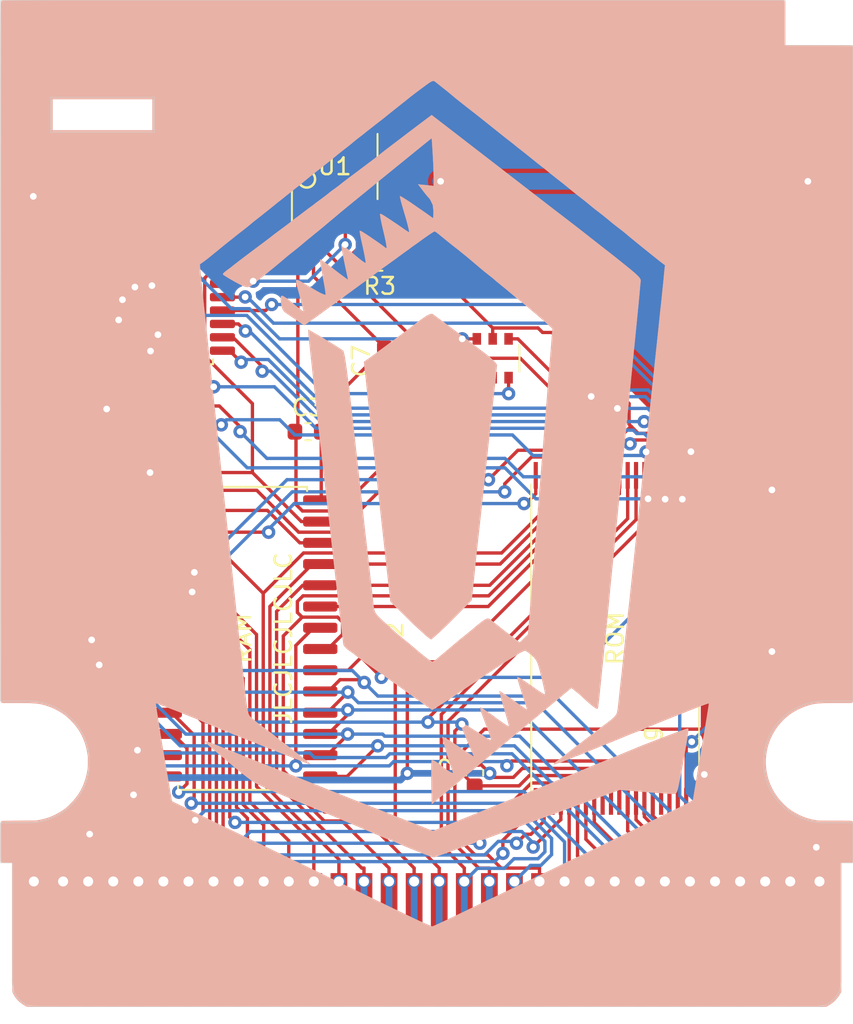
<source format=kicad_pcb>
(kicad_pcb (version 20171130) (host pcbnew "(5.1.6)-1")

  (general
    (thickness 0.8)
    (drawings 36)
    (tracks 854)
    (zones 0)
    (modules 19)
    (nets 56)
  )

  (page A4)
  (layers
    (0 F.Cu signal)
    (31 B.Cu signal)
    (32 B.Adhes user)
    (33 F.Adhes user)
    (34 B.Paste user)
    (35 F.Paste user)
    (36 B.SilkS user)
    (37 F.SilkS user)
    (38 B.Mask user)
    (39 F.Mask user)
    (40 Dwgs.User user)
    (41 Cmts.User user)
    (42 Eco1.User user)
    (43 Eco2.User user)
    (44 Edge.Cuts user)
    (45 Margin user)
    (46 B.CrtYd user hide)
    (47 F.CrtYd user hide)
    (48 B.Fab user)
    (49 F.Fab user hide)
  )

  (setup
    (last_trace_width 0.2)
    (trace_clearance 0.2)
    (zone_clearance 0.254)
    (zone_45_only no)
    (trace_min 0.2)
    (via_size 0.8)
    (via_drill 0.4)
    (via_min_size 0.4)
    (via_min_drill 0.3)
    (uvia_size 0.3)
    (uvia_drill 0.1)
    (uvias_allowed no)
    (uvia_min_size 0.2)
    (uvia_min_drill 0.1)
    (edge_width 0.0254)
    (segment_width 0.2)
    (pcb_text_width 0.3)
    (pcb_text_size 1.5 1.5)
    (mod_edge_width 0.15)
    (mod_text_size 1 1)
    (mod_text_width 0.15)
    (pad_size 1.524 1.524)
    (pad_drill 0.762)
    (pad_to_mask_clearance 0.0508)
    (solder_mask_min_width 0.25)
    (aux_axis_origin 0 0)
    (visible_elements 7FFFEFFF)
    (pcbplotparams
      (layerselection 0x3ffff_ffffffff)
      (usegerberextensions false)
      (usegerberattributes false)
      (usegerberadvancedattributes false)
      (creategerberjobfile false)
      (excludeedgelayer true)
      (linewidth 0.100000)
      (plotframeref false)
      (viasonmask false)
      (mode 1)
      (useauxorigin false)
      (hpglpennumber 1)
      (hpglpenspeed 20)
      (hpglpendiameter 15.000000)
      (psnegative false)
      (psa4output false)
      (plotreference true)
      (plotvalue true)
      (plotinvisibletext false)
      (padsonsilk false)
      (subtractmaskfromsilk true)
      (outputformat 1)
      (mirror false)
      (drillshape 0)
      (scaleselection 1)
      (outputdirectory "MBC30-CCEdition-Gerbers"))
  )

  (net 0 "")
  (net 1 GND)
  (net 2 "Net-(R3-Pad2)")
  (net 3 "Net-(B1-Pad1)")
  (net 4 "Net-(C5-Pad2)")
  (net 5 "Net-(U2-Pad5)")
  (net 6 VCC)
  (net 7 XIN)
  (net 8 PWR)
  (net 9 AA14)
  (net 10 A12)
  (net 11 A7)
  (net 12 A6)
  (net 13 A5)
  (net 14 A4)
  (net 15 A3)
  (net 16 A2)
  (net 17 A1)
  (net 18 A0)
  (net 19 D0)
  (net 20 D1)
  (net 21 D2)
  (net 22 D3)
  (net 23 D4)
  (net 24 D5)
  (net 25 D6)
  (net 26 D7)
  (net 27 "#CE")
  (net 28 A10)
  (net 29 \RD)
  (net 30 A11)
  (net 31 A9)
  (net 32 A8)
  (net 33 AA13)
  (net 34 \WR)
  (net 35 XOUT)
  (net 36 CLK)
  (net 37 CS)
  (net 38 A13)
  (net 39 A14)
  (net 40 A15)
  (net 41 RESET)
  (net 42 \RST)
  (net 43 \RAMCS)
  (net 44 RA14)
  (net 45 RA15)
  (net 46 RA16)
  (net 47 RA17)
  (net 48 RA18)
  (net 49 RA19)
  (net 50 RA20)
  (net 51 RA21)
  (net 52 WE_AUDIO)
  (net 53 "Net-(U1-Pad5)")
  (net 54 "Net-(U4-Pad11)")
  (net 55 "Net-(U4-Pad36)")

  (net_class Default "This is the default net class."
    (clearance 0.2)
    (trace_width 0.2)
    (via_dia 0.8)
    (via_drill 0.4)
    (uvia_dia 0.3)
    (uvia_drill 0.1)
    (add_net "#CE")
    (add_net A0)
    (add_net A1)
    (add_net A10)
    (add_net A11)
    (add_net A12)
    (add_net A13)
    (add_net A14)
    (add_net A15)
    (add_net A2)
    (add_net A3)
    (add_net A4)
    (add_net A5)
    (add_net A6)
    (add_net A7)
    (add_net A8)
    (add_net A9)
    (add_net AA13)
    (add_net AA14)
    (add_net CLK)
    (add_net CS)
    (add_net D0)
    (add_net D1)
    (add_net D2)
    (add_net D3)
    (add_net D4)
    (add_net D5)
    (add_net D6)
    (add_net D7)
    (add_net GND)
    (add_net "Net-(B1-Pad1)")
    (add_net "Net-(C5-Pad2)")
    (add_net "Net-(R3-Pad2)")
    (add_net "Net-(U1-Pad5)")
    (add_net "Net-(U2-Pad5)")
    (add_net "Net-(U4-Pad11)")
    (add_net "Net-(U4-Pad36)")
    (add_net PWR)
    (add_net RA14)
    (add_net RA15)
    (add_net RA16)
    (add_net RA17)
    (add_net RA18)
    (add_net RA19)
    (add_net RA20)
    (add_net RA21)
    (add_net RESET)
    (add_net VCC)
    (add_net WE_AUDIO)
    (add_net XIN)
    (add_net XOUT)
    (add_net \RAMCS)
    (add_net \RD)
    (add_net \RST)
    (add_net \WR)
  )

  (module Custom:Suicune-Back-Silkscreen (layer B.Cu) (tedit 5EDBDDC9) (tstamp 5EDBD97A)
    (at 90.412581 99.90646 180)
    (path /5EDCB2F8)
    (fp_text reference Art1 (at 0 0) (layer B.SilkS) hide
      (effects (font (size 1.524 1.524) (thickness 0.3)) (justify mirror))
    )
    (fp_text value "90,412581|99,90646 | Crystal Clear" (at 0.75 0) (layer B.SilkS) hide
      (effects (font (size 1.524 1.524) (thickness 0.3)) (justify mirror))
    )
    (fp_text user G*** (at 0 0) (layer B.SilkS) hide
      (effects (font (size 1.524 1.524) (thickness 0.3)) (justify mirror))
    )
    (fp_text user LOGO (at 0.75 0) (layer B.SilkS) hide
      (effects (font (size 1.524 1.524) (thickness 0.3)) (justify mirror))
    )
    (fp_poly (pts (xy -0.326869 11.343826) (xy -0.360838 11.329452) (xy -0.400649 11.304791) (xy -0.450037 11.268805)
      (xy -0.50271 11.228253) (xy -0.562619 11.182244) (xy -0.629759 11.13151) (xy -0.696722 11.081603)
      (xy -0.756104 11.03807) (xy -0.767293 11.029988) (xy -0.799885 11.006271) (xy -0.847347 10.971375)
      (xy -0.907623 10.926825) (xy -0.978656 10.874152) (xy -1.05839 10.814882) (xy -1.144769 10.750543)
      (xy -1.235735 10.682664) (xy -1.329233 10.612772) (xy -1.382238 10.573092) (xy -1.487626 10.494229)
      (xy -1.60082 10.409653) (xy -1.718298 10.321988) (xy -1.836542 10.233855) (xy -1.95203 10.147876)
      (xy -2.061244 10.066673) (xy -2.160663 9.992869) (xy -2.246768 9.929085) (xy -2.248793 9.927586)
      (xy -2.333429 9.864729) (xy -2.417659 9.801695) (xy -2.498896 9.740453) (xy -2.574551 9.682975)
      (xy -2.642036 9.631231) (xy -2.698761 9.587191) (xy -2.742137 9.552825) (xy -2.756306 9.541295)
      (xy -2.794101 9.510344) (xy -2.832151 9.479667) (xy -2.872295 9.447862) (xy -2.916374 9.413524)
      (xy -2.966229 9.375251) (xy -3.023701 9.331639) (xy -3.090629 9.281285) (xy -3.168855 9.222785)
      (xy -3.26022 9.154737) (xy -3.366564 9.075737) (xy -3.381377 9.064744) (xy -3.583111 8.909833)
      (xy -3.767838 8.756892) (xy -3.939123 8.602919) (xy -4.004241 8.540788) (xy -4.057214 8.488292)
      (xy -4.097055 8.445914) (xy -4.126763 8.410067) (xy -4.149335 8.377161) (xy -4.165954 8.34724)
      (xy -4.202219 8.275437) (xy -4.181178 8.103823) (xy -4.172793 8.031637) (xy -4.163678 7.946864)
      (xy -4.154709 7.858022) (xy -4.146758 7.773629) (xy -4.143494 7.736417) (xy -4.124936 7.529309)
      (xy -4.103519 7.309725) (xy -4.080109 7.086025) (xy -4.055574 6.866571) (xy -4.037605 6.715125)
      (xy -4.029475 6.646809) (xy -4.019543 6.560681) (xy -4.008166 6.459987) (xy -3.995703 6.347971)
      (xy -3.98251 6.22788) (xy -3.968946 6.102957) (xy -3.955368 5.976449) (xy -3.942135 5.851599)
      (xy -3.93724 5.804959) (xy -3.922603 5.665967) (xy -3.906163 5.511316) (xy -3.888499 5.346378)
      (xy -3.870193 5.176528) (xy -3.851825 5.007138) (xy -3.833975 4.843581) (xy -3.817224 4.691229)
      (xy -3.804589 4.577292) (xy -3.789524 4.441464) (xy -3.773135 4.292573) (xy -3.755956 4.135534)
      (xy -3.73852 3.975266) (xy -3.72136 3.816687) (xy -3.705012 3.664713) (xy -3.690008 3.524262)
      (xy -3.67768 3.407834) (xy -3.662602 3.265287) (xy -3.645392 3.103715) (xy -3.626267 2.925126)
      (xy -3.605446 2.73153) (xy -3.583147 2.524937) (xy -3.559588 2.307358) (xy -3.534987 2.0808)
      (xy -3.509564 1.847274) (xy -3.483535 1.608791) (xy -3.45712 1.367358) (xy -3.430537 1.124987)
      (xy -3.404003 0.883686) (xy -3.377738 0.645466) (xy -3.370738 0.582084) (xy -3.356797 0.455541)
      (xy -3.342373 0.323897) (xy -3.327851 0.190725) (xy -3.313617 0.059595) (xy -3.300059 -0.065922)
      (xy -3.287562 -0.182254) (xy -3.276514 -0.285831) (xy -3.267299 -0.37308) (xy -3.264811 -0.396875)
      (xy -3.258459 -0.457036) (xy -3.249963 -0.536305) (xy -3.239534 -0.632754) (xy -3.227384 -0.744457)
      (xy -3.213725 -0.869487) (xy -3.198767 -1.005915) (xy -3.182723 -1.151814) (xy -3.165805 -1.305258)
      (xy -3.148223 -1.464319) (xy -3.130189 -1.627069) (xy -3.111916 -1.791582) (xy -3.095753 -1.93675)
      (xy -3.071116 -2.157998) (xy -3.048727 -2.359595) (xy -3.028441 -2.542921) (xy -3.01011 -2.709354)
      (xy -2.993589 -2.860274) (xy -2.978732 -2.99706) (xy -2.965391 -3.121092) (xy -2.95342 -3.23375)
      (xy -2.942674 -3.336412) (xy -2.933006 -3.430458) (xy -2.924269 -3.517268) (xy -2.916317 -3.598221)
      (xy -2.909004 -3.674697) (xy -2.902184 -3.748074) (xy -2.895709 -3.819732) (xy -2.894224 -3.836458)
      (xy -2.890425 -3.877016) (xy -2.88455 -3.936594) (xy -2.87681 -4.01317) (xy -2.867416 -4.10472)
      (xy -2.856578 -4.209221) (xy -2.844508 -4.324652) (xy -2.831416 -4.448989) (xy -2.817514 -4.58021)
      (xy -2.803013 -4.716291) (xy -2.788123 -4.855211) (xy -2.782881 -4.90392) (xy -2.68841 -5.780882)
      (xy -2.107139 -6.369711) (xy -1.954087 -6.524643) (xy -1.814466 -6.665712) (xy -1.686941 -6.794218)
      (xy -1.570174 -6.911463) (xy -1.462831 -7.018748) (xy -1.363574 -7.117372) (xy -1.271067 -7.208638)
      (xy -1.183975 -7.293846) (xy -1.10096 -7.374297) (xy -1.020687 -7.451292) (xy -0.941819 -7.526131)
      (xy -0.863021 -7.600115) (xy -0.782955 -7.674545) (xy -0.700287 -7.750722) (xy -0.613678 -7.829947)
      (xy -0.521794 -7.913521) (xy -0.514656 -7.919998) (xy -0.447115 -7.980076) (xy -0.385328 -8.032701)
      (xy -0.331851 -8.075785) (xy -0.28924 -8.107242) (xy -0.269877 -8.119714) (xy -0.254804 -8.119038)
      (xy -0.229171 -8.11007) (xy -0.21696 -8.104289) (xy -0.175691 -8.079463) (xy -0.121615 -8.041001)
      (xy -0.056667 -7.990456) (xy 0.017215 -7.929378) (xy 0.098097 -7.859321) (xy 0.174623 -7.790468)
      (xy 0.233694 -7.736512) (xy 0.297589 -7.678301) (xy 0.360901 -7.620752) (xy 0.418219 -7.568785)
      (xy 0.455082 -7.535474) (xy 0.508375 -7.487121) (xy 0.566619 -7.433763) (xy 0.627868 -7.377232)
      (xy 0.690176 -7.319358) (xy 0.751597 -7.261975) (xy 0.810184 -7.206914) (xy 0.863992 -7.156007)
      (xy 0.911075 -7.111087) (xy 0.949487 -7.073984) (xy 0.977282 -7.046532) (xy 0.992514 -7.030562)
      (xy 0.994832 -7.027333) (xy 1.002242 -7.019033) (xy 1.023703 -6.997142) (xy 1.058061 -6.962792)
      (xy 1.104162 -6.917119) (xy 1.160853 -6.861257) (xy 1.22698 -6.796339) (xy 1.30139 -6.7235)
      (xy 1.382928 -6.643873) (xy 1.470441 -6.558593) (xy 1.562774 -6.468794) (xy 1.58649 -6.445757)
      (xy 1.695446 -6.339908) (xy 1.790191 -6.24774) (xy 1.87173 -6.168217) (xy 1.941063 -6.100302)
      (xy 1.999194 -6.042958) (xy 2.047123 -5.995149) (xy 2.085855 -5.955837) (xy 2.116391 -5.923987)
      (xy 2.139733 -5.898562) (xy 2.156884 -5.878525) (xy 2.168847 -5.862839) (xy 2.176622 -5.850467)
      (xy 2.181214 -5.840374) (xy 2.183623 -5.831522) (xy 2.184289 -5.827484) (xy 2.185901 -5.813776)
      (xy 2.18975 -5.779793) (xy 2.195751 -5.726297) (xy 2.203819 -5.654053) (xy 2.21387 -5.563824)
      (xy 2.225819 -5.456373) (xy 2.239582 -5.332465) (xy 2.255074 -5.192862) (xy 2.272211 -5.038328)
      (xy 2.290907 -4.869626) (xy 2.311079 -4.687521) (xy 2.332642 -4.492775) (xy 2.355511 -4.286151)
      (xy 2.379602 -4.068415) (xy 2.40483 -3.840328) (xy 2.43111 -3.602655) (xy 2.458359 -3.356159)
      (xy 2.486492 -3.101603) (xy 2.515423 -2.839752) (xy 2.545068 -2.571368) (xy 2.575344 -2.297215)
      (xy 2.598199 -2.090208) (xy 2.639067 -1.720038) (xy 2.677702 -1.370102) (xy 2.714196 -1.039592)
      (xy 2.748636 -0.727703) (xy 2.781112 -0.433629) (xy 2.811715 -0.156564) (xy 2.840531 0.104299)
      (xy 2.867652 0.349766) (xy 2.893167 0.580642) (xy 2.917164 0.797734) (xy 2.939734 1.001847)
      (xy 2.960964 1.193788) (xy 2.980946 1.374364) (xy 2.999767 1.544379) (xy 3.017518 1.704641)
      (xy 3.034288 1.855954) (xy 3.050165 1.999126) (xy 3.06524 2.134962) (xy 3.079601 2.264269)
      (xy 3.093338 2.387852) (xy 3.10654 2.506517) (xy 3.119297 2.621072) (xy 3.131698 2.732321)
      (xy 3.143831 2.84107) (xy 3.155787 2.948127) (xy 3.167655 3.054297) (xy 3.179524 3.160385)
      (xy 3.191483 3.267199) (xy 3.203622 3.375544) (xy 3.21603 3.486227) (xy 3.216734 3.4925)
      (xy 3.232165 3.63056) (xy 3.24875 3.779728) (xy 3.266006 3.935618) (xy 3.283451 4.093845)
      (xy 3.300601 4.250024) (xy 3.316976 4.399768) (xy 3.332093 4.538692) (xy 3.34547 4.662411)
      (xy 3.349404 4.699) (xy 3.362746 4.822386) (xy 3.377188 4.954303) (xy 3.392233 5.090299)
      (xy 3.40738 5.225924) (xy 3.422132 5.356725) (xy 3.435989 5.47825) (xy 3.448453 5.586047)
      (xy 3.45552 5.646209) (xy 3.464221 5.720989) (xy 3.474824 5.814271) (xy 3.48705 5.923504)
      (xy 3.50062 6.046135) (xy 3.515256 6.179612) (xy 3.53068 6.321384) (xy 3.546613 6.468898)
      (xy 3.562777 6.619603) (xy 3.578893 6.770946) (xy 3.594684 6.920376) (xy 3.598695 6.958542)
      (xy 3.613697 7.100983) (xy 3.628594 7.241576) (xy 3.643168 7.378303) (xy 3.657199 7.50915)
      (xy 3.670469 7.632099) (xy 3.682759 7.745134) (xy 3.693851 7.846239) (xy 3.703525 7.933397)
      (xy 3.711562 8.004592) (xy 3.717744 8.057808) (xy 3.720171 8.077854) (xy 3.728793 8.150096)
      (xy 3.736864 8.222638) (xy 3.743821 8.290037) (xy 3.749099 8.346848) (xy 3.751969 8.384771)
      (xy 3.75785 8.482542) (xy 3.527641 8.641292) (xy 3.467113 8.683532) (xy 3.393054 8.736027)
      (xy 3.308861 8.796324) (xy 3.21793 8.86197) (xy 3.123655 8.930511) (xy 3.029434 8.999494)
      (xy 2.938662 9.066464) (xy 2.91974 9.0805) (xy 2.821218 9.153614) (xy 2.710971 9.235352)
      (xy 2.593909 9.322078) (xy 2.474944 9.410156) (xy 2.358985 9.495952) (xy 2.250942 9.575829)
      (xy 2.169308 9.636125) (xy 1.955039 9.794462) (xy 1.755993 9.941873) (xy 1.572355 10.078219)
      (xy 1.404311 10.20336) (xy 1.252047 10.317156) (xy 1.115749 10.419468) (xy 0.995603 10.510157)
      (xy 0.891794 10.589082) (xy 0.804508 10.656105) (xy 0.73393 10.711085) (xy 0.680248 10.753883)
      (xy 0.661457 10.769293) (xy 0.618199 10.803836) (xy 0.560928 10.847536) (xy 0.493242 10.897806)
      (xy 0.418741 10.952065) (xy 0.341023 11.007726) (xy 0.263689 11.062205) (xy 0.190337 11.11292)
      (xy 0.124565 11.157284) (xy 0.08568 11.182717) (xy 0.009621 11.230028) (xy -0.055191 11.266563)
      (xy -0.113857 11.294995) (xy -0.171476 11.317994) (xy -0.174674 11.31914) (xy -0.222644 11.335568)
      (xy -0.261508 11.345848) (xy -0.295004 11.348946) (xy -0.326869 11.343826)) (layer B.SilkS) (width 0.01))
    (fp_poly (pts (xy -0.327964 23.211555) (xy -0.342309 23.200573) (xy -0.372712 23.17719) (xy -0.418477 23.141943)
      (xy -0.478908 23.095367) (xy -0.553312 23.038) (xy -0.640992 22.970379) (xy -0.741254 22.89304)
      (xy -0.853403 22.806519) (xy -0.976743 22.711354) (xy -1.110579 22.60808) (xy -1.254217 22.497235)
      (xy -1.406961 22.379356) (xy -1.568116 22.254979) (xy -1.736987 22.12464) (xy -1.912879 21.988877)
      (xy -2.095097 21.848225) (xy -2.282945 21.703222) (xy -2.475729 21.554405) (xy -2.672754 21.402309)
      (xy -2.873324 21.247472) (xy -3.076744 21.09043) (xy -3.28232 20.93172) (xy -3.489355 20.771879)
      (xy -3.697156 20.611443) (xy -3.905027 20.450949) (xy -4.112272 20.290933) (xy -4.318197 20.131932)
      (xy -4.522107 19.974484) (xy -4.723307 19.819124) (xy -4.9211 19.666389) (xy -5.114794 19.516816)
      (xy -5.303691 19.370941) (xy -5.487098 19.229302) (xy -5.664318 19.092434) (xy -5.834658 18.960875)
      (xy -5.997422 18.835161) (xy -6.151914 18.715828) (xy -6.29744 18.603414) (xy -6.433305 18.498456)
      (xy -6.558813 18.401489) (xy -6.673269 18.31305) (xy -6.775979 18.233677) (xy -6.866247 18.163905)
      (xy -6.943378 18.104271) (xy -7.006677 18.055313) (xy -7.055449 18.017566) (xy -7.07496 18.002453)
      (xy -7.18674 17.915925) (xy -7.304863 17.824664) (xy -7.426419 17.730907) (xy -7.548498 17.636891)
      (xy -7.66819 17.544854) (xy -7.782587 17.457033) (xy -7.888778 17.375666) (xy -7.983854 17.30299)
      (xy -8.05921 17.245573) (xy -8.202954 17.13609) (xy -8.345489 17.02714) (xy -8.488557 16.91737)
      (xy -8.6339 16.805428) (xy -8.783259 16.689963) (xy -8.938378 16.569623) (xy -9.100997 16.443056)
      (xy -9.272859 16.308911) (xy -9.455706 16.165834) (xy -9.651279 16.012476) (xy -9.861321 15.847483)
      (xy -9.90071 15.816515) (xy -10.014693 15.726938) (xy -10.130082 15.636349) (xy -10.244889 15.546303)
      (xy -10.357129 15.458353) (xy -10.464815 15.374054) (xy -10.565961 15.29496) (xy -10.65858 15.222625)
      (xy -10.740687 15.158602) (xy -10.810294 15.104446) (xy -10.865417 15.061711) (xy -10.869085 15.058875)
      (xy -10.984815 14.968926) (xy -11.114454 14.86723) (xy -11.255684 14.755635) (xy -11.406189 14.635989)
      (xy -11.563654 14.510139) (xy -11.725762 14.379934) (xy -11.890197 14.247221) (xy -12.054643 14.113847)
      (xy -12.100902 14.076206) (xy -12.229906 13.970251) (xy -12.342713 13.875565) (xy -12.440368 13.791142)
      (xy -12.523915 13.715973) (xy -12.594401 13.649049) (xy -12.652868 13.589363) (xy -12.700363 13.535906)
      (xy -12.737929 13.487671) (xy -12.766612 13.443648) (xy -12.777981 13.422839) (xy -12.786707 13.400184)
      (xy -12.792143 13.371126) (xy -12.794262 13.333054) (xy -12.793038 13.283358) (xy -12.788447 13.219428)
      (xy -12.78046 13.138652) (xy -12.774634 13.086292) (xy -12.766771 13.013709) (xy -12.758189 12.928005)
      (xy -12.749647 12.837175) (xy -12.741904 12.749213) (xy -12.73745 12.694709) (xy -12.732921 12.639074)
      (xy -12.727096 12.571237) (xy -12.719918 12.490626) (xy -12.711334 12.396673) (xy -12.701286 12.288807)
      (xy -12.689721 12.166458) (xy -12.676583 12.029056) (xy -12.661816 11.876032) (xy -12.645365 11.706815)
      (xy -12.627174 11.520836) (xy -12.60719 11.317524) (xy -12.585355 11.096309) (xy -12.561615 10.856623)
      (xy -12.535915 10.597894) (xy -12.508199 10.319553) (xy -12.478412 10.021029) (xy -12.461631 9.853084)
      (xy -12.441828 9.654905) (xy -12.420883 9.445171) (xy -12.399087 9.226778) (xy -12.376725 9.002619)
      (xy -12.354088 8.775588) (xy -12.331464 8.548581) (xy -12.30914 8.32449) (xy -12.287406 8.106212)
      (xy -12.266549 7.896639) (xy -12.246858 7.698667) (xy -12.228621 7.515189) (xy -12.212128 7.3491)
      (xy -12.208028 7.307792) (xy -12.190641 7.132724) (xy -12.172224 6.94758) (xy -12.153088 6.755488)
      (xy -12.133548 6.559577) (xy -12.113915 6.362975) (xy -12.094502 6.168811) (xy -12.075623 5.980214)
      (xy -12.05759 5.800311) (xy -12.040715 5.632233) (xy -12.025312 5.479106) (xy -12.012281 5.349875)
      (xy -11.997656 5.204783) (xy -11.982635 5.055227) (xy -11.967507 4.904134) (xy -11.952563 4.75443)
      (xy -11.938095 4.60904) (xy -11.924394 4.47089) (xy -11.911749 4.342906) (xy -11.900452 4.228013)
      (xy -11.890793 4.129138) (xy -11.884996 4.069292) (xy -11.875433 3.970535) (xy -11.864145 3.854734)
      (xy -11.851528 3.725907) (xy -11.837979 3.588071) (xy -11.823892 3.445242) (xy -11.809663 3.301438)
      (xy -11.795689 3.160676) (xy -11.782365 3.026973) (xy -11.779178 2.995084) (xy -11.770009 2.903213)
      (xy -11.758976 2.792351) (xy -11.746285 2.66457) (xy -11.732139 2.521943) (xy -11.716745 2.366545)
      (xy -11.700307 2.200449) (xy -11.68303 2.025727) (xy -11.66512 1.844453) (xy -11.64678 1.658702)
      (xy -11.628217 1.470545) (xy -11.609636 1.282056) (xy -11.591241 1.095309) (xy -11.578226 0.963084)
      (xy -11.55943 0.772252) (xy -11.539853 0.573833) (xy -11.519744 0.370333) (xy -11.499351 0.16426)
      (xy -11.478924 -0.041878) (xy -11.458711 -0.245573) (xy -11.438962 -0.444317) (xy -11.419927 -0.635604)
      (xy -11.401853 -0.816924) (xy -11.38499 -0.985771) (xy -11.369588 -1.139636) (xy -11.355895 -1.276012)
      (xy -11.350639 -1.328208) (xy -11.335127 -1.482412) (xy -11.318865 -1.644641) (xy -11.30218 -1.811606)
      (xy -11.285397 -1.980016) (xy -11.268844 -2.146579) (xy -11.252848 -2.308005) (xy -11.237734 -2.461004)
      (xy -11.22383 -2.602284) (xy -11.211462 -2.728556) (xy -11.202515 -2.820458) (xy -11.190239 -2.94616)
      (xy -11.176189 -3.088561) (xy -11.160802 -3.243312) (xy -11.144516 -3.40606) (xy -11.127768 -3.572456)
      (xy -11.110996 -3.738147) (xy -11.094637 -3.898783) (xy -11.079128 -4.050013) (xy -11.070582 -4.132791)
      (xy -11.055428 -4.280266) (xy -11.038937 -4.442735) (xy -11.021587 -4.615362) (xy -11.003858 -4.793315)
      (xy -10.986227 -4.971758) (xy -10.969173 -5.145858) (xy -10.953176 -5.310781) (xy -10.938714 -5.461692)
      (xy -10.932763 -5.5245) (xy -10.89713 -5.899668) (xy -10.862854 -6.255383) (xy -10.82977 -6.5933)
      (xy -10.797713 -6.915077) (xy -10.766518 -7.222372) (xy -10.73602 -7.516842) (xy -10.706053 -7.800144)
      (xy -10.704945 -7.8105) (xy -10.691851 -7.93458) (xy -10.678023 -8.068723) (xy -10.663933 -8.208151)
      (xy -10.650053 -8.348083) (xy -10.636855 -8.483742) (xy -10.62481 -8.610349) (xy -10.61439 -8.723124)
      (xy -10.609871 -8.773583) (xy -10.599865 -8.884093) (xy -10.588681 -9.002942) (xy -10.576826 -9.125017)
      (xy -10.564811 -9.24521) (xy -10.553145 -9.358408) (xy -10.542336 -9.459501) (xy -10.535018 -9.525)
      (xy -10.524454 -9.619167) (xy -10.512564 -9.728485) (xy -10.499968 -9.847026) (xy -10.487287 -9.968864)
      (xy -10.475144 -10.088071) (xy -10.464159 -10.19872) (xy -10.461237 -10.228791) (xy -10.451033 -10.333132)
      (xy -10.439832 -10.445422) (xy -10.428187 -10.560266) (xy -10.416652 -10.672266) (xy -10.40578 -10.776025)
      (xy -10.396123 -10.866146) (xy -10.392904 -10.895541) (xy -10.38289 -10.987599) (xy -10.372234 -11.08783)
      (xy -10.361609 -11.189735) (xy -10.35169 -11.286818) (xy -10.343151 -11.372582) (xy -10.339644 -11.408833)
      (xy -10.333353 -11.471284) (xy -10.325401 -11.544909) (xy -10.316161 -11.626686) (xy -10.306011 -11.713594)
      (xy -10.295323 -11.802611) (xy -10.284475 -11.890713) (xy -10.273841 -11.97488) (xy -10.263796 -12.052089)
      (xy -10.254716 -12.119318) (xy -10.246975 -12.173545) (xy -10.24095 -12.211749) (xy -10.238098 -12.2267)
      (xy -10.225681 -12.254139) (xy -10.210112 -12.27109) (xy -10.195647 -12.278619) (xy -10.179631 -12.278317)
      (xy -10.155595 -12.269144) (xy -10.134675 -12.258971) (xy -10.08605 -12.230965) (xy -10.024657 -12.189753)
      (xy -9.952686 -12.137105) (xy -9.872325 -12.074793) (xy -9.785765 -12.004586) (xy -9.695196 -11.928255)
      (xy -9.602807 -11.84757) (xy -9.510788 -11.764302) (xy -9.435043 -11.693334) (xy -9.365272 -11.627109)
      (xy -9.303406 -11.569141) (xy -9.246533 -11.516919) (xy -9.191742 -11.467937) (xy -9.136122 -11.419685)
      (xy -9.07676 -11.369655) (xy -9.010746 -11.31534) (xy -8.935169 -11.254229) (xy -8.847116 -11.183816)
      (xy -8.801511 -11.147525) (xy -8.746753 -11.104435) (xy -8.705905 -11.073516) (xy -8.67669 -11.053303)
      (xy -8.656826 -11.042333) (xy -8.644035 -11.039141) (xy -8.63671 -11.041692) (xy -8.627011 -11.049702)
      (xy -8.601879 -11.070555) (xy -8.562151 -11.103555) (xy -8.508665 -11.148006) (xy -8.442256 -11.203211)
      (xy -8.363763 -11.268475) (xy -8.274022 -11.3431) (xy -8.173871 -11.426392) (xy -8.064146 -11.517653)
      (xy -7.945685 -11.616188) (xy -7.819324 -11.721301) (xy -7.685902 -11.832294) (xy -7.546254 -11.948473)
      (xy -7.401218 -12.06914) (xy -7.251632 -12.193601) (xy -7.202342 -12.234612) (xy -7.044729 -12.365737)
      (xy -6.8874 -12.496589) (xy -6.731507 -12.62621) (xy -6.578204 -12.753645) (xy -6.428641 -12.877936)
      (xy -6.283971 -12.998128) (xy -6.145345 -13.113263) (xy -6.013916 -13.222386) (xy -5.890837 -13.324539)
      (xy -5.777257 -13.418766) (xy -5.674331 -13.504111) (xy -5.583209 -13.579618) (xy -5.505045 -13.644329)
      (xy -5.440989 -13.697288) (xy -5.397502 -13.733167) (xy -5.333221 -13.786225) (xy -5.254514 -13.851361)
      (xy -5.16319 -13.927073) (xy -5.061055 -14.011857) (xy -4.949918 -14.104208) (xy -4.831587 -14.202623)
      (xy -4.707869 -14.305599) (xy -4.580573 -14.41163) (xy -4.451506 -14.519215) (xy -4.322476 -14.626848)
      (xy -4.195291 -14.733026) (xy -4.159252 -14.763129) (xy -4.069838 -14.837813) (xy -3.97001 -14.921175)
      (xy -3.860612 -15.01251) (xy -3.742487 -15.111115) (xy -3.61648 -15.216285) (xy -3.483436 -15.327315)
      (xy -3.344199 -15.443503) (xy -3.199613 -15.564143) (xy -3.050523 -15.688532) (xy -2.897774 -15.815965)
      (xy -2.742209 -15.945738) (xy -2.584673 -16.077147) (xy -2.42601 -16.209488) (xy -2.267066 -16.342056)
      (xy -2.108684 -16.474148) (xy -1.951708 -16.605059) (xy -1.796984 -16.734086) (xy -1.645355 -16.860523)
      (xy -1.497666 -16.983667) (xy -1.354762 -17.102814) (xy -1.217486 -17.217259) (xy -1.086683 -17.326298)
      (xy -0.963198 -17.429227) (xy -0.847875 -17.525343) (xy -0.741559 -17.613939) (xy -0.645093 -17.694314)
      (xy -0.559323 -17.765762) (xy -0.485092 -17.827579) (xy -0.423245 -17.879061) (xy -0.374627 -17.919504)
      (xy -0.340082 -17.948204) (xy -0.320453 -17.964456) (xy -0.316235 -17.967903) (xy -0.311044 -17.970377)
      (xy -0.306897 -17.967226) (xy -0.303591 -17.956219) (xy -0.300923 -17.935125) (xy -0.29869 -17.901712)
      (xy -0.296689 -17.85375) (xy -0.294718 -17.789007) (xy -0.292654 -17.708611) (xy -0.287383 -17.48408)
      (xy -0.282708 -17.26526) (xy -0.278642 -17.053466) (xy -0.275196 -16.850012) (xy -0.272383 -16.656212)
      (xy -0.270215 -16.473381) (xy -0.268705 -16.302834) (xy -0.267864 -16.145885) (xy -0.267704 -16.003848)
      (xy -0.268238 -15.878038) (xy -0.269478 -15.76977) (xy -0.271436 -15.680358) (xy -0.273378 -15.626592)
      (xy -0.276851 -15.551298) (xy -0.280181 -15.48326) (xy -0.283219 -15.425246) (xy -0.285811 -15.38002)
      (xy -0.287809 -15.35035) (xy -0.28906 -15.339001) (xy -0.289078 -15.338979) (xy -0.302065 -15.338808)
      (xy -0.329335 -15.345451) (xy -0.365799 -15.35719) (xy -0.406369 -15.372311) (xy -0.445955 -15.389096)
      (xy -0.465668 -15.398519) (xy -0.516602 -15.426913) (xy -0.578249 -15.465481) (xy -0.645311 -15.510555)
      (xy -0.71249 -15.558465) (xy -0.774487 -15.605543) (xy -0.825502 -15.647679) (xy -0.893462 -15.705031)
      (xy -0.967794 -15.763814) (xy -1.046165 -15.822514) (xy -1.126244 -15.879618) (xy -1.205701 -15.933611)
      (xy -1.282203 -15.98298) (xy -1.353421 -16.026211) (xy -1.417023 -16.061792) (xy -1.470677 -16.088207)
      (xy -1.512053 -16.103944) (xy -1.534174 -16.107833) (xy -1.55761 -16.106326) (xy -1.565262 -16.09761)
      (xy -1.562492 -16.075392) (xy -1.562365 -16.074755) (xy -1.557237 -16.056547) (xy -1.545967 -16.021213)
      (xy -1.529504 -15.971574) (xy -1.508797 -15.910448) (xy -1.484794 -15.840654) (xy -1.458444 -15.765011)
      (xy -1.451077 -15.744026) (xy -1.404761 -15.611275) (xy -1.362666 -15.488158) (xy -1.323506 -15.370608)
      (xy -1.285994 -15.254554) (xy -1.248844 -15.135928) (xy -1.210769 -15.01066) (xy -1.170483 -14.874683)
      (xy -1.126701 -14.723927) (xy -1.107731 -14.657916) (xy -1.073947 -14.538773) (xy -1.042622 -14.425785)
      (xy -1.014226 -14.320796) (xy -0.989229 -14.225649) (xy -0.968101 -14.14219) (xy -0.951313 -14.072261)
      (xy -0.939335 -14.017706) (xy -0.932636 -13.98037) (xy -0.931335 -13.966042) (xy -0.933553 -13.957121)
      (xy -0.943301 -13.955886) (xy -0.965224 -13.962679) (xy -0.984056 -13.969922) (xy -1.033874 -13.991024)
      (xy -1.088501 -14.017156) (xy -1.149404 -14.049203) (xy -1.218052 -14.088049) (xy -1.295911 -14.134581)
      (xy -1.38445 -14.189682) (xy -1.485135 -14.254236) (xy -1.599433 -14.32913) (xy -1.728813 -14.415248)
      (xy -1.783293 -14.451809) (xy -1.943957 -14.559799) (xy -2.087822 -14.656402) (xy -2.215617 -14.742104)
      (xy -2.328068 -14.817385) (xy -2.425904 -14.882731) (xy -2.509852 -14.938623) (xy -2.58064 -14.985546)
      (xy -2.638994 -15.023982) (xy -2.685644 -15.054414) (xy -2.721315 -15.077326) (xy -2.746737 -15.093201)
      (xy -2.762636 -15.102521) (xy -2.76519 -15.103875) (xy -2.805171 -15.124312) (xy -2.798387 -15.094843)
      (xy -2.793202 -15.080437) (xy -2.780374 -15.048187) (xy -2.76058 -14.99971) (xy -2.734496 -14.936627)
      (xy -2.702798 -14.860555) (xy -2.666162 -14.773113) (xy -2.625264 -14.675921) (xy -2.580781 -14.570596)
      (xy -2.533388 -14.458758) (xy -2.492088 -14.361583) (xy -2.441249 -14.242002) (xy -2.391571 -14.124924)
      (xy -2.343879 -14.012307) (xy -2.298998 -13.90611) (xy -2.257754 -13.80829) (xy -2.220972 -13.720806)
      (xy -2.189475 -13.645618) (xy -2.164091 -13.584682) (xy -2.145642 -13.539958) (xy -2.137641 -13.520208)
      (xy -2.095871 -13.414154) (xy -2.058983 -13.317596) (xy -2.027459 -13.23196) (xy -2.001783 -13.158671)
      (xy -1.982437 -13.099155) (xy -1.969906 -13.054838) (xy -1.964671 -13.027144) (xy -1.967217 -13.0175)
      (xy -1.967266 -13.0175) (xy -1.97868 -13.022719) (xy -2.004224 -13.036912) (xy -2.040051 -13.057875)
      (xy -2.080032 -13.082012) (xy -2.134908 -13.115138) (xy -2.198959 -13.15311) (xy -2.262887 -13.190442)
      (xy -2.301877 -13.212854) (xy -2.349432 -13.240676) (xy -2.409222 -13.276758) (xy -2.475785 -13.317742)
      (xy -2.543661 -13.36027) (xy -2.59821 -13.395062) (xy -2.654443 -13.431025) (xy -2.724503 -13.475429)
      (xy -2.804185 -13.525632) (xy -2.889282 -13.57899) (xy -2.975588 -13.632863) (xy -3.058898 -13.684608)
      (xy -3.07446 -13.69424) (xy -3.152166 -13.74265) (xy -3.229575 -13.791504) (xy -3.303377 -13.838669)
      (xy -3.370262 -13.88201) (xy -3.42692 -13.919391) (xy -3.470042 -13.948679) (xy -3.481918 -13.957046)
      (xy -3.534903 -13.99306) (xy -3.594087 -14.03017) (xy -3.65513 -14.065953) (xy -3.713693 -14.097987)
      (xy -3.765436 -14.123847) (xy -3.806018 -14.141111) (xy -3.81908 -14.145321) (xy -3.833295 -14.148167)
      (xy -3.839852 -14.14361) (xy -3.840358 -14.127077) (xy -3.836606 -14.095429) (xy -3.831027 -14.069131)
      (xy -3.819533 -14.026579) (xy -3.803324 -13.971454) (xy -3.783603 -13.907435) (xy -3.761567 -13.838205)
      (xy -3.738419 -13.767444) (xy -3.715359 -13.698833) (xy -3.693586 -13.636052) (xy -3.674302 -13.582783)
      (xy -3.658707 -13.542706) (xy -3.649967 -13.523149) (xy -3.642403 -13.505612) (xy -3.628316 -13.470287)
      (xy -3.608496 -13.419249) (xy -3.583732 -13.354572) (xy -3.554815 -13.278332) (xy -3.522534 -13.192604)
      (xy -3.487679 -13.099462) (xy -3.451039 -13.000983) (xy -3.444519 -12.983399) (xy -3.407981 -12.884872)
      (xy -3.373433 -12.791841) (xy -3.341621 -12.706297) (xy -3.313286 -12.630234) (xy -3.289172 -12.565642)
      (xy -3.270023 -12.514516) (xy -3.25658 -12.478845) (xy -3.249587 -12.460624) (xy -3.249015 -12.459221)
      (xy -3.237885 -12.427257) (xy -3.225592 -12.383357) (xy -3.213721 -12.334375) (xy -3.203855 -12.287165)
      (xy -3.197578 -12.24858) (xy -3.196168 -12.230548) (xy -3.198602 -12.204106) (xy -3.204564 -12.188286)
      (xy -3.205601 -12.187419) (xy -3.216745 -12.191485) (xy -3.243247 -12.2062) (xy -3.283045 -12.230192)
      (xy -3.334074 -12.262086) (xy -3.394272 -12.300511) (xy -3.461577 -12.344094) (xy -3.533925 -12.39146)
      (xy -3.609253 -12.441237) (xy -3.685499 -12.492052) (xy -3.760599 -12.542531) (xy -3.832491 -12.591303)
      (xy -3.899112 -12.636992) (xy -3.958398 -12.678227) (xy -4.008288 -12.713635) (xy -4.046717 -12.741842)
      (xy -4.071623 -12.761475) (xy -4.079877 -12.769343) (xy -4.093895 -12.782028) (xy -4.123238 -12.805002)
      (xy -4.165697 -12.83669) (xy -4.21907 -12.875519) (xy -4.281149 -12.919911) (xy -4.349729 -12.968293)
      (xy -4.422606 -13.01909) (xy -4.497573 -13.070725) (xy -4.572424 -13.121625) (xy -4.585606 -13.130514)
      (xy -4.675231 -13.19017) (xy -4.751539 -13.239495) (xy -4.81375 -13.278018) (xy -4.861087 -13.305269)
      (xy -4.892772 -13.320775) (xy -4.905955 -13.324416) (xy -4.908611 -13.314745) (xy -4.905898 -13.287624)
      (xy -4.898484 -13.245891) (xy -4.887031 -13.192385) (xy -4.872207 -13.129945) (xy -4.854674 -13.06141)
      (xy -4.8351 -12.989618) (xy -4.814148 -12.917408) (xy -4.799152 -12.868559) (xy -4.784422 -12.820513)
      (xy -4.765653 -12.757405) (xy -4.744405 -12.684589) (xy -4.722237 -12.607414) (xy -4.70071 -12.531233)
      (xy -4.697593 -12.520083) (xy -4.67335 -12.434257) (xy -4.6454 -12.337014) (xy -4.616148 -12.236617)
      (xy -4.588 -12.141329) (xy -4.566668 -12.070291) (xy -4.545109 -11.99847) (xy -4.524151 -11.927265)
      (xy -4.505139 -11.861349) (xy -4.489417 -11.805394) (xy -4.478331 -11.764074) (xy -4.476815 -11.758083)
      (xy -4.466663 -11.717924) (xy -4.452499 -11.662671) (xy -4.435709 -11.597698) (xy -4.417681 -11.528376)
      (xy -4.40302 -11.472333) (xy -4.386458 -11.408606) (xy -4.371452 -11.349731) (xy -4.358978 -11.299626)
      (xy -4.350012 -11.26221) (xy -4.345565 -11.241609) (xy -4.339483 -11.206676) (xy -4.40018 -11.239043)
      (xy -4.430771 -11.256756) (xy -4.473776 -11.283535) (xy -4.524311 -11.316252) (xy -4.57749 -11.351775)
      (xy -4.59846 -11.366105) (xy -4.65012 -11.40158) (xy -4.71414 -11.445417) (xy -4.785362 -11.494093)
      (xy -4.858632 -11.544085) (xy -4.928793 -11.591869) (xy -4.941175 -11.600291) (xy -5.012489 -11.649189)
      (xy -5.089896 -11.702951) (xy -5.167623 -11.757521) (xy -5.239896 -11.808844) (xy -5.30094 -11.852862)
      (xy -5.3063 -11.856776) (xy -5.361184 -11.896307) (xy -5.429002 -11.944208) (xy -5.505025 -11.997196)
      (xy -5.584521 -12.051984) (xy -5.662757 -12.105285) (xy -5.70971 -12.136918) (xy -5.7744 -12.180416)
      (xy -5.834089 -12.220814) (xy -5.886279 -12.256403) (xy -5.928475 -12.285471) (xy -5.958181 -12.306309)
      (xy -5.972902 -12.317207) (xy -5.973213 -12.317472) (xy -5.985257 -12.326794) (xy -5.98999 -12.324351)
      (xy -5.988907 -12.306633) (xy -5.986094 -12.28725) (xy -5.979993 -12.258896) (xy -5.967926 -12.213195)
      (xy -5.950726 -12.152845) (xy -5.929225 -12.080543) (xy -5.904254 -11.99899) (xy -5.876646 -11.910882)
      (xy -5.847233 -11.818917) (xy -5.816847 -11.725795) (xy -5.786319 -11.634213) (xy -5.769079 -11.583458)
      (xy -5.740689 -11.499433) (xy -5.709978 -11.406628) (xy -5.677641 -11.307301) (xy -5.644374 -11.203705)
      (xy -5.610873 -11.098097) (xy -5.577832 -10.992731) (xy -5.545949 -10.889864) (xy -5.515918 -10.79175)
      (xy -5.488435 -10.700646) (xy -5.464195 -10.618806) (xy -5.443896 -10.548486) (xy -5.428231 -10.491941)
      (xy -5.417896 -10.451428) (xy -5.413909 -10.431902) (xy -5.406602 -10.381012) (xy -5.447031 -10.388382)
      (xy -5.476744 -10.396879) (xy -5.516693 -10.412261) (xy -5.558525 -10.431294) (xy -5.560859 -10.432455)
      (xy -5.585917 -10.446612) (xy -5.625991 -10.471264) (xy -5.678716 -10.504827) (xy -5.741728 -10.545715)
      (xy -5.812661 -10.592344) (xy -5.88915 -10.64313) (xy -5.96883 -10.696488) (xy -6.049336 -10.750833)
      (xy -6.128303 -10.804581) (xy -6.203366 -10.856147) (xy -6.27216 -10.903946) (xy -6.33232 -10.946395)
      (xy -6.381481 -10.981907) (xy -6.387043 -10.986007) (xy -6.457424 -11.03713) (xy -6.5326 -11.090116)
      (xy -6.61038 -11.143563) (xy -6.688573 -11.196068) (xy -6.764987 -11.246227) (xy -6.837431 -11.292639)
      (xy -6.903714 -11.333901) (xy -6.961644 -11.36861) (xy -7.00903 -11.395363) (xy -7.043681 -11.412757)
      (xy -7.063406 -11.419391) (xy -7.064112 -11.419416) (xy -7.068878 -11.409705) (xy -7.069997 -11.38331)
      (xy -7.067782 -11.344341) (xy -7.062549 -11.296909) (xy -7.054609 -11.245122) (xy -7.048246 -11.21156)
      (xy -7.030741 -11.128821) (xy -7.00909 -11.030609) (xy -6.984017 -10.919913) (xy -6.956243 -10.799726)
      (xy -6.926491 -10.673039) (xy -6.895482 -10.542843) (xy -6.863939 -10.412129) (xy -6.832585 -10.283888)
      (xy -6.802141 -10.161112) (xy -6.773329 -10.046792) (xy -6.746872 -9.943918) (xy -6.723492 -9.855482)
      (xy -6.703911 -9.784475) (xy -6.702498 -9.779526) (xy -6.667195 -9.667132) (xy -6.627394 -9.559433)
      (xy -6.58516 -9.461515) (xy -6.542558 -9.378468) (xy -6.533507 -9.362976) (xy -6.477539 -9.282429)
      (xy -6.403888 -9.196836) (xy -6.314783 -9.10832) (xy -6.212456 -9.019004) (xy -6.099138 -8.931011)
      (xy -6.023137 -8.87723) (xy -5.969906 -8.841902) (xy -5.929249 -8.818264) (xy -5.896952 -8.805116)
      (xy -5.868799 -8.801258) (xy -5.840576 -8.805492) (xy -5.808952 -8.81627) (xy -5.761051 -8.837558)
      (xy -5.697963 -8.869621) (xy -5.62192 -8.911208) (xy -5.535156 -8.961068) (xy -5.439903 -9.01795)
      (xy -5.349877 -9.073419) (xy -5.290589 -9.110285) (xy -5.218427 -9.154887) (xy -5.138627 -9.204005)
      (xy -5.056424 -9.254418) (xy -4.977054 -9.302907) (xy -4.942418 -9.323995) (xy -4.879751 -9.362687)
      (xy -4.800946 -9.412317) (xy -4.707402 -9.471962) (xy -4.600513 -9.540704) (xy -4.481676 -9.61762)
      (xy -4.352289 -9.701791) (xy -4.213746 -9.792294) (xy -4.067444 -9.88821) (xy -3.914781 -9.988618)
      (xy -3.757151 -10.092597) (xy -3.595952 -10.199225) (xy -3.43258 -10.307583) (xy -3.268431 -10.41675)
      (xy -3.104901 -10.525803) (xy -2.943388 -10.633824) (xy -2.785287 -10.739891) (xy -2.631995 -10.843083)
      (xy -2.484908 -10.942479) (xy -2.37596 -11.016391) (xy -2.302324 -11.066208) (xy -2.218573 -11.122469)
      (xy -2.12693 -11.183708) (xy -2.029617 -11.248464) (xy -1.928859 -11.315272) (xy -1.826878 -11.382669)
      (xy -1.725897 -11.449192) (xy -1.62814 -11.513376) (xy -1.535831 -11.573758) (xy -1.451192 -11.628876)
      (xy -1.376447 -11.677264) (xy -1.313818 -11.717461) (xy -1.26553 -11.748001) (xy -1.248835 -11.758349)
      (xy -1.192989 -11.79313) (xy -1.137249 -11.828735) (xy -1.086989 -11.861674) (xy -1.047583 -11.888455)
      (xy -1.037168 -11.895859) (xy -1.010795 -11.914113) (xy -0.971226 -11.940377) (xy -0.920813 -11.973176)
      (xy -0.861911 -12.011036) (xy -0.796872 -12.052481) (xy -0.728049 -12.096036) (xy -0.657796 -12.140227)
      (xy -0.588466 -12.183577) (xy -0.522412 -12.224613) (xy -0.461987 -12.261859) (xy -0.409545 -12.293839)
      (xy -0.367439 -12.31908) (xy -0.338021 -12.336105) (xy -0.323646 -12.343441) (xy -0.322841 -12.343618)
      (xy -0.312317 -12.337643) (xy -0.28613 -12.320486) (xy -0.245849 -12.293251) (xy -0.193045 -12.257045)
      (xy -0.129289 -12.212974) (xy -0.056152 -12.162141) (xy 0.024797 -12.105654) (xy 0.111986 -12.044618)
      (xy 0.203844 -11.980137) (xy 0.298801 -11.913318) (xy 0.395287 -11.845266) (xy 0.491731 -11.777087)
      (xy 0.586562 -11.709886) (xy 0.678209 -11.644768) (xy 0.765102 -11.58284) (xy 0.84567 -11.525206)
      (xy 0.918343 -11.472972) (xy 0.98155 -11.427243) (xy 1.033721 -11.389126) (xy 1.043636 -11.381816)
      (xy 1.128218 -11.319711) (xy 1.227045 -11.247792) (xy 1.337223 -11.168121) (xy 1.45586 -11.082758)
      (xy 1.580064 -10.993765) (xy 1.706943 -10.903204) (xy 1.833604 -10.813135) (xy 1.957155 -10.72562)
      (xy 2.074703 -10.64272) (xy 2.183356 -10.566497) (xy 2.280223 -10.499011) (xy 2.349498 -10.451178)
      (xy 2.477447 -10.362851) (xy 2.607553 -10.27207) (xy 2.743085 -10.176525) (xy 2.887316 -10.073903)
      (xy 3.043516 -9.961894) (xy 3.125113 -9.9031) (xy 3.192265 -9.854674) (xy 3.248487 -9.814222)
      (xy 3.297708 -9.778956) (xy 3.343857 -9.746091) (xy 3.390863 -9.71284) (xy 3.442655 -9.676416)
      (xy 3.50316 -9.634032) (xy 3.576309 -9.582903) (xy 3.59304 -9.571216) (xy 3.721265 -9.480927)
      (xy 3.843261 -9.393598) (xy 3.957058 -9.310688) (xy 4.060687 -9.23366) (xy 4.152181 -9.163973)
      (xy 4.22957 -9.10309) (xy 4.283149 -9.059049) (xy 4.335481 -9.016683) (xy 4.39793 -8.969009)
      (xy 4.462632 -8.92189) (xy 4.521274 -8.881487) (xy 4.614792 -8.818431) (xy 4.69245 -8.763406)
      (xy 4.756893 -8.714179) (xy 4.810769 -8.668512) (xy 4.856727 -8.62417) (xy 4.897413 -8.578916)
      (xy 4.933175 -8.533603) (xy 4.955134 -8.503127) (xy 4.970256 -8.477615) (xy 4.980774 -8.45101)
      (xy 4.988921 -8.417252) (xy 4.996931 -8.370283) (xy 4.999492 -8.353686) (xy 5.005066 -8.313956)
      (xy 5.012373 -8.256911) (xy 5.020971 -8.186289) (xy 5.030415 -8.10583) (xy 5.040262 -8.019272)
      (xy 5.050068 -7.930355) (xy 5.053291 -7.900458) (xy 5.067324 -7.770231) (xy 5.08016 -7.652915)
      (xy 5.092273 -7.544516) (xy 5.104138 -7.441039) (xy 5.116229 -7.33849) (xy 5.12902 -7.232875)
      (xy 5.142985 -7.120199) (xy 5.158598 -6.996468) (xy 5.176333 -6.857688) (xy 5.185821 -6.783916)
      (xy 5.19669 -6.698175) (xy 5.209504 -6.594739) (xy 5.223865 -6.476951) (xy 5.239376 -6.348152)
      (xy 5.255637 -6.211684) (xy 5.27225 -6.070889) (xy 5.288817 -5.929109) (xy 5.304939 -5.789686)
      (xy 5.31832 -5.672666) (xy 5.334284 -5.532535) (xy 5.351399 -5.382807) (xy 5.369206 -5.227478)
      (xy 5.387245 -5.070543) (xy 5.405055 -4.915998) (xy 5.422176 -4.767838) (xy 5.438148 -4.63006)
      (xy 5.452511 -4.506657) (xy 5.460957 -4.434416) (xy 5.475534 -4.309201) (xy 5.491228 -4.17293)
      (xy 5.507479 -4.03056) (xy 5.523728 -3.887047) (xy 5.539413 -3.747347) (xy 5.553976 -3.616417)
      (xy 5.566855 -3.499214) (xy 5.57218 -3.450166) (xy 5.584601 -3.335888) (xy 5.598195 -3.212023)
      (xy 5.612383 -3.083774) (xy 5.626584 -2.956344) (xy 5.64022 -2.834936) (xy 5.65271 -2.724754)
      (xy 5.662371 -2.640541) (xy 5.67112 -2.564465) (xy 5.681859 -2.470445) (xy 5.694237 -2.361575)
      (xy 5.707905 -2.24095) (xy 5.722514 -2.111664) (xy 5.737713 -1.976809) (xy 5.753154 -1.83948)
      (xy 5.768486 -1.702771) (xy 5.783154 -1.571625) (xy 5.798908 -1.431146) (xy 5.815842 -1.281195)
      (xy 5.833503 -1.125734) (xy 5.851436 -0.968721) (xy 5.869186 -0.814118) (xy 5.8863 -0.665885)
      (xy 5.902323 -0.527983) (xy 5.9168 -0.404372) (xy 5.925818 -0.328083) (xy 5.940595 -0.202583)
      (xy 5.956478 -0.065778) (xy 5.9729 0.077334) (xy 5.989294 0.221749) (xy 6.005095 0.362466)
      (xy 6.019736 0.494486) (xy 6.032651 0.612805) (xy 6.037878 0.661459) (xy 6.049787 0.771771)
      (xy 6.063651 0.898098) (xy 6.078908 1.035434) (xy 6.094995 1.178779) (xy 6.111349 1.323128)
      (xy 6.127408 1.46348) (xy 6.142608 1.594831) (xy 6.149174 1.651) (xy 6.160827 1.751023)
      (xy 6.174571 1.870243) (xy 6.190199 2.006814) (xy 6.207507 2.158892) (xy 6.226287 2.324631)
      (xy 6.246334 2.502188) (xy 6.267441 2.689716) (xy 6.289401 2.885372) (xy 6.31201 3.087309)
      (xy 6.33506 3.293683) (xy 6.358346 3.502649) (xy 6.381661 3.712362) (xy 6.404799 3.920978)
      (xy 6.427554 4.12665) (xy 6.44972 4.327535) (xy 6.47109 4.521787) (xy 6.491459 4.707561)
      (xy 6.510619 4.883013) (xy 6.519388 4.963584) (xy 6.532479 5.08361) (xy 6.547483 5.220475)
      (xy 6.563937 5.369987) (xy 6.581377 5.527951) (xy 6.599338 5.690175) (xy 6.617356 5.852465)
      (xy 6.634969 6.010628) (xy 6.65171 6.160471) (xy 6.661685 6.249459) (xy 6.67398 6.359414)
      (xy 6.688261 6.487887) (xy 6.70425 6.632348) (xy 6.721671 6.790269) (xy 6.740245 6.959122)
      (xy 6.759697 7.136378) (xy 6.779748 7.319509) (xy 6.800121 7.505986) (xy 6.82054 7.693281)
      (xy 6.840726 7.878866) (xy 6.860403 8.060212) (xy 6.874042 8.186209) (xy 6.891821 8.350617)
      (xy 6.909353 8.51274) (xy 6.926458 8.670915) (xy 6.942957 8.823478) (xy 6.95867 8.968766)
      (xy 6.973416 9.105115) (xy 6.987016 9.230861) (xy 6.99929 9.344342) (xy 7.010058 9.443893)
      (xy 7.01914 9.527852) (xy 7.026356 9.594554) (xy 7.031526 9.642336) (xy 7.032572 9.652)
      (xy 7.045888 9.778596) (xy 7.057684 9.897952) (xy 7.06785 10.008489) (xy 7.076274 10.108628)
      (xy 7.082846 10.196787) (xy 7.087453 10.271387) (xy 7.089984 10.330849) (xy 7.09033 10.373591)
      (xy 7.088377 10.398035) (xy 7.085475 10.403417) (xy 7.074054 10.398334) (xy 7.0474 10.3842)
      (xy 7.008532 10.362683) (xy 6.960468 10.335456) (xy 6.906647 10.304432) (xy 6.83818 10.26485)
      (xy 6.762359 10.221347) (xy 6.686485 10.178091) (xy 6.617861 10.139254) (xy 6.588123 10.122555)
      (xy 6.530033 10.089459) (xy 6.460175 10.04872) (xy 6.384692 10.003974) (xy 6.309728 9.958861)
      (xy 6.249457 9.921987) (xy 6.18152 9.880251) (xy 6.109243 9.836239) (xy 6.03831 9.793389)
      (xy 5.974411 9.755138) (xy 5.926665 9.726928) (xy 5.869549 9.693127) (xy 5.801118 9.651987)
      (xy 5.724045 9.605169) (xy 5.641 9.554335) (xy 5.554656 9.501143) (xy 5.467685 9.447254)
      (xy 5.382759 9.39433) (xy 5.30255 9.344029) (xy 5.229729 9.298013) (xy 5.166969 9.257942)
      (xy 5.116942 9.225475) (xy 5.082319 9.202275) (xy 5.081951 9.20202) (xy 4.99004 9.138331)
      (xy 4.94485 8.963895) (xy 4.925828 8.884182) (xy 4.906703 8.793058) (xy 4.889375 8.700186)
      (xy 4.875741 8.615228) (xy 4.874199 8.60425) (xy 4.863871 8.530476) (xy 4.852469 8.451255)
      (xy 4.841111 8.374223) (xy 4.830915 8.307017) (xy 4.826917 8.281459) (xy 4.818407 8.225354)
      (xy 4.808274 8.15466) (xy 4.797405 8.075806) (xy 4.786688 7.99522) (xy 4.778231 7.929108)
      (xy 4.768243 7.851132) (xy 4.756116 7.759394) (xy 4.74282 7.661067) (xy 4.729329 7.563326)
      (xy 4.716612 7.473344) (xy 4.714738 7.460311) (xy 4.706788 7.402722) (xy 4.696761 7.326083)
      (xy 4.684893 7.232387) (xy 4.671417 7.123623) (xy 4.656565 7.001783) (xy 4.640573 6.868858)
      (xy 4.623673 6.726838) (xy 4.6061 6.577716) (xy 4.588088 6.423482) (xy 4.569869 6.266127)
      (xy 4.551677 6.107642) (xy 4.533748 5.950018) (xy 4.516313 5.795246) (xy 4.499607 5.645317)
      (xy 4.483863 5.502223) (xy 4.471355 5.386917) (xy 4.462408 5.304644) (xy 4.451435 5.205093)
      (xy 4.438857 5.092013) (xy 4.425095 4.96915) (xy 4.410571 4.840252) (xy 4.395705 4.709066)
      (xy 4.380919 4.579341) (xy 4.366633 4.454822) (xy 4.365502 4.445) (xy 4.354472 4.348737)
      (xy 4.341427 4.233945) (xy 4.326646 4.103141) (xy 4.310411 3.958838) (xy 4.293002 3.803551)
      (xy 4.274702 3.639793) (xy 4.255789 3.470079) (xy 4.236546 3.296924) (xy 4.217253 3.122842)
      (xy 4.198191 2.950347) (xy 4.179641 2.781953) (xy 4.175149 2.741084) (xy 4.156768 2.574097)
      (xy 4.137803 2.402385) (xy 4.118535 2.228462) (xy 4.099245 2.054842) (xy 4.080214 1.884039)
      (xy 4.061722 1.718569) (xy 4.044053 1.560944) (xy 4.027485 1.41368) (xy 4.012301 1.279291)
      (xy 3.998781 1.16029) (xy 3.987207 1.059193) (xy 3.984668 1.037167) (xy 3.943461 0.676904)
      (xy 3.901324 0.302177) (xy 3.858988 -0.080379) (xy 3.817183 -0.464127) (xy 3.776642 -0.842429)
      (xy 3.751603 -1.0795) (xy 3.738605 -1.200889) (xy 3.723585 -1.337084) (xy 3.707252 -1.481896)
      (xy 3.690317 -1.629143) (xy 3.673488 -1.772637) (xy 3.657477 -1.906193) (xy 3.645918 -2.00025)
      (xy 3.637458 -2.0694) (xy 3.626905 -2.157771) (xy 3.614464 -2.263539) (xy 3.600344 -2.384884)
      (xy 3.584752 -2.519984) (xy 3.567896 -2.667018) (xy 3.549984 -2.824164) (xy 3.531224 -2.989601)
      (xy 3.511822 -3.161507) (xy 3.491987 -3.338061) (xy 3.471927 -3.517441) (xy 3.451848 -3.697826)
      (xy 3.434144 -3.857625) (xy 3.414676 -4.033492) (xy 3.395362 -4.207468) (xy 3.37638 -4.377966)
      (xy 3.357909 -4.543401) (xy 3.340129 -4.702186) (xy 3.323217 -4.852737) (xy 3.307353 -4.993468)
      (xy 3.292715 -5.122792) (xy 3.279483 -5.239125) (xy 3.267834 -5.34088) (xy 3.257948 -5.426473)
      (xy 3.250004 -5.494317) (xy 3.24418 -5.542827) (xy 3.24383 -5.545666) (xy 3.233157 -5.63368)
      (xy 3.222338 -5.725553) (xy 3.211974 -5.815991) (xy 3.202665 -5.8997) (xy 3.195014 -5.971385)
      (xy 3.190989 -6.011333) (xy 3.173191 -6.160257) (xy 3.150318 -6.290925) (xy 3.12191 -6.405739)
      (xy 3.105301 -6.458496) (xy 3.08799 -6.49964) (xy 3.062232 -6.545049) (xy 3.027177 -6.595626)
      (xy 2.981973 -6.652274) (xy 2.92577 -6.715896) (xy 2.857717 -6.787395) (xy 2.776964 -6.867673)
      (xy 2.68266 -6.957633) (xy 2.573954 -7.058178) (xy 2.449996 -7.170211) (xy 2.35479 -7.254982)
      (xy 2.31456 -7.290937) (xy 2.2637 -7.336867) (xy 2.207089 -7.388339) (xy 2.149606 -7.440924)
      (xy 2.110363 -7.477034) (xy 2.00687 -7.572389) (xy 1.91769 -7.654199) (xy 1.841735 -7.72344)
      (xy 1.777919 -7.781086) (xy 1.725153 -7.828113) (xy 1.68235 -7.865496) (xy 1.648422 -7.894209)
      (xy 1.622282 -7.915229) (xy 1.617805 -7.918662) (xy 1.576214 -7.950826) (xy 1.521435 -7.994073)
      (xy 1.45592 -8.046398) (xy 1.382122 -8.105796) (xy 1.302492 -8.170265) (xy 1.219482 -8.237799)
      (xy 1.135543 -8.306394) (xy 1.053129 -8.374047) (xy 0.974689 -8.438753) (xy 0.902677 -8.498507)
      (xy 0.839544 -8.551306) (xy 0.787741 -8.595146) (xy 0.749721 -8.628021) (xy 0.746123 -8.631204)
      (xy 0.653495 -8.712324) (xy 0.55599 -8.795711) (xy 0.455451 -8.879924) (xy 0.353721 -8.963523)
      (xy 0.252643 -9.045067) (xy 0.15406 -9.123116) (xy 0.059813 -9.196228) (xy -0.028253 -9.262965)
      (xy -0.108297 -9.321884) (xy -0.178474 -9.371546) (xy -0.236944 -9.41051) (xy -0.281862 -9.437336)
      (xy -0.291556 -9.442374) (xy -0.334402 -9.463645) (xy -0.402681 -9.432433) (xy -0.453769 -9.40359)
      (xy -0.514673 -9.35976) (xy -0.576793 -9.308073) (xy -0.612179 -9.277395) (xy -0.66082 -9.235905)
      (xy -0.719609 -9.186217) (xy -0.78544 -9.130944) (xy -0.855204 -9.072702) (xy -0.925795 -9.014105)
      (xy -0.946607 -8.996899) (xy -1.01966 -8.936392) (xy -1.095343 -8.873401) (xy -1.169987 -8.811)
      (xy -1.239925 -8.752263) (xy -1.301488 -8.700266) (xy -1.351009 -8.658082) (xy -1.358237 -8.651875)
      (xy -1.409507 -8.607857) (xy -1.459117 -8.565411) (xy -1.503279 -8.527769) (xy -1.538204 -8.49816)
      (xy -1.556812 -8.482541) (xy -1.578677 -8.464271) (xy -1.613955 -8.434681) (xy -1.659878 -8.396099)
      (xy -1.713677 -8.350851) (xy -1.772584 -8.301264) (xy -1.827806 -8.254742) (xy -1.892032 -8.200878)
      (xy -1.956569 -8.147224) (xy -2.017973 -8.096612) (xy -2.072799 -8.05187) (xy -2.117601 -8.015829)
      (xy -2.143127 -7.995765) (xy -2.188479 -7.96022) (xy -2.24338 -7.916362) (xy -2.301203 -7.869529)
      (xy -2.355317 -7.825058) (xy -2.360085 -7.8211) (xy -2.407544 -7.781877) (xy -2.453535 -7.744259)
      (xy -2.493587 -7.711878) (xy -2.523225 -7.688367) (xy -2.529418 -7.683586) (xy -2.568121 -7.653546)
      (xy -2.614178 -7.617028) (xy -2.664524 -7.576548) (xy -2.716093 -7.534621) (xy -2.765819 -7.493763)
      (xy -2.810636 -7.456492) (xy -2.84748 -7.425324) (xy -2.873284 -7.402773) (xy -2.88396 -7.392584)
      (xy -2.901288 -7.376201) (xy -2.932652 -7.349226) (xy -2.975249 -7.313892) (xy -3.026275 -7.272432)
      (xy -3.082927 -7.227079) (xy -3.142402 -7.180066) (xy -3.201896 -7.133625) (xy -3.258606 -7.089989)
      (xy -3.309728 -7.05139) (xy -3.344335 -7.025917) (xy -3.425221 -6.969843) (xy -3.494175 -6.927812)
      (xy -3.553807 -6.898487) (xy -3.60673 -6.880532) (xy -3.641159 -6.874016) (xy -3.668322 -6.871074)
      (xy -3.688989 -6.871624) (xy -3.708522 -6.877667) (xy -3.732282 -6.891203) (xy -3.765631 -6.914233)
      (xy -3.783794 -6.927222) (xy -3.812857 -6.948748) (xy -3.855676 -6.981419) (xy -3.909518 -7.023105)
      (xy -3.971655 -7.071676) (xy -4.039354 -7.125001) (xy -4.109885 -7.180949) (xy -4.148668 -7.211885)
      (xy -4.222902 -7.2711) (xy -4.298684 -7.331326) (xy -4.372668 -7.389921) (xy -4.44151 -7.444241)
      (xy -4.501863 -7.491645) (xy -4.550383 -7.529488) (xy -4.565607 -7.541263) (xy -4.601714 -7.569078)
      (xy -4.652291 -7.608018) (xy -4.715028 -7.656307) (xy -4.787617 -7.712168) (xy -4.867749 -7.773823)
      (xy -4.953114 -7.839496) (xy -5.041402 -7.90741) (xy -5.130305 -7.975787) (xy -5.131502 -7.976709)
      (xy -5.560917 -8.306959) (xy -5.762313 -8.109762) (xy -5.818725 -8.054557) (xy -5.872565 -8.001925)
      (xy -5.921245 -7.954392) (xy -5.962177 -7.914484) (xy -5.992773 -7.884727) (xy -6.00868 -7.869339)
      (xy -6.053651 -7.826114) (xy -6.23334 -5.561411) (xy -6.251639 -5.330953) (xy -6.27011 -5.09867)
      (xy -6.288633 -4.866058) (xy -6.307087 -4.634615) (xy -6.325353 -4.405837) (xy -6.34331 -4.181223)
      (xy -6.360838 -3.962268) (xy -6.377817 -3.750469) (xy -6.394127 -3.547325) (xy -6.409647 -3.354331)
      (xy -6.424259 -3.172986) (xy -6.43784 -3.004785) (xy -6.450272 -2.851226) (xy -6.461435 -2.713807)
      (xy -6.471207 -2.594023) (xy -6.47947 -2.493372) (xy -6.481736 -2.465916) (xy -6.493662 -2.320909)
      (xy -6.505847 -2.171257) (xy -6.518056 -2.019926) (xy -6.530055 -1.869886) (xy -6.54161 -1.724101)
      (xy -6.552485 -1.58554) (xy -6.562448 -1.457169) (xy -6.571262 -1.341955) (xy -6.578695 -1.242866)
      (xy -6.582808 -1.186647) (xy -6.591486 -1.069058) (xy -6.601413 -0.93904) (xy -6.612124 -0.802414)
      (xy -6.623153 -0.665002) (xy -6.634033 -0.532626) (xy -6.644299 -0.41111) (xy -6.651422 -0.329397)
      (xy -6.661304 -0.215168) (xy -6.671945 -0.087249) (xy -6.68284 0.047934) (xy -6.693479 0.183952)
      (xy -6.703357 0.314379) (xy -6.711966 0.432787) (xy -6.715003 0.47625) (xy -6.722748 0.584885)
      (xy -6.73166 0.703447) (xy -6.741279 0.826225) (xy -6.751145 0.947503) (xy -6.760799 1.061569)
      (xy -6.769779 1.162709) (xy -6.773358 1.201209) (xy -6.78095 1.284071) (xy -6.789684 1.383766)
      (xy -6.799207 1.496011) (xy -6.809168 1.616525) (xy -6.819213 1.741026) (xy -6.828991 1.865233)
      (xy -6.83815 1.984863) (xy -6.841675 2.032) (xy -6.849288 2.13367) (xy -6.856587 2.22935)
      (xy -6.863398 2.316874) (xy -6.869546 2.394076) (xy -6.874857 2.458789) (xy -6.879154 2.508847)
      (xy -6.882264 2.542084) (xy -6.883991 2.556248) (xy -6.88614 2.572697) (xy -6.8894 2.606963)
      (xy -6.893501 2.655738) (xy -6.898171 2.715718) (xy -6.903139 2.783597) (xy -6.905743 2.820831)
      (xy -6.911635 2.903029) (xy -6.918941 2.999601) (xy -6.927128 3.103843) (xy -6.935666 3.209052)
      (xy -6.944023 3.308525) (xy -6.948048 3.354917) (xy -6.955603 3.442651) (xy -6.964212 3.545603)
      (xy -6.973399 3.657879) (xy -6.982687 3.773586) (xy -6.991599 3.886832) (xy -6.999658 3.991722)
      (xy -7.00072 4.005792) (xy -7.008702 4.110604) (xy -7.017649 4.226063) (xy -7.027067 4.345935)
      (xy -7.036464 4.463989) (xy -7.045346 4.57399) (xy -7.05322 4.669707) (xy -7.053898 4.677834)
      (xy -7.060485 4.757441) (xy -7.068412 4.854528) (xy -7.077507 4.966898) (xy -7.087596 5.092354)
      (xy -7.098507 5.228698) (xy -7.110066 5.373734) (xy -7.1221 5.525264) (xy -7.134436 5.68109)
      (xy -7.146902 5.839017) (xy -7.159324 5.996846) (xy -7.171528 6.152381) (xy -7.183343 6.303424)
      (xy -7.194595 6.447778) (xy -7.205111 6.583246) (xy -7.214718 6.707631) (xy -7.223243 6.818736)
      (xy -7.230513 6.914364) (xy -7.236355 6.992316) (xy -7.238931 7.027334) (xy -7.244614 7.102902)
      (xy -7.251859 7.195392) (xy -7.260323 7.300646) (xy -7.269664 7.414505) (xy -7.279541 7.53281)
      (xy -7.28961 7.651402) (xy -7.29953 7.766123) (xy -7.302492 7.799917) (xy -7.307098 7.853256)
      (xy -7.312977 7.922939) (xy -7.320005 8.007408) (xy -7.328058 8.105107) (xy -7.337012 8.214477)
      (xy -7.346743 8.333963) (xy -7.357127 8.462007) (xy -7.36804 8.597052) (xy -7.379357 8.73754)
      (xy -7.390955 8.881915) (xy -7.402709 9.02862) (xy -7.414495 9.176097) (xy -7.42619 9.322789)
      (xy -7.437668 9.467139) (xy -7.448806 9.607591) (xy -7.459479 9.742586) (xy -7.469564 9.870568)
      (xy -7.478937 9.98998) (xy -7.487473 10.099265) (xy -7.495048 10.196864) (xy -7.501538 10.281223)
      (xy -7.506819 10.350782) (xy -7.510767 10.403985) (xy -7.513257 10.439276) (xy -7.514166 10.455096)
      (xy -7.514168 10.455325) (xy -7.50639 10.466054) (xy -7.484058 10.489234) (xy -7.448674 10.523524)
      (xy -7.401741 10.567584) (xy -7.344762 10.620073) (xy -7.279238 10.679651) (xy -7.206672 10.744977)
      (xy -7.128567 10.814709) (xy -7.046426 10.887508) (xy -6.96175 10.962034) (xy -6.876043 11.036944)
      (xy -6.790806 11.110899) (xy -6.707543 11.182558) (xy -6.627755 11.250581) (xy -6.552946 11.313626)
      (xy -6.5418 11.322943) (xy -6.477356 11.376932) (xy -6.411136 11.432729) (xy -6.347148 11.486934)
      (xy -6.2894 11.536148) (xy -6.241899 11.576969) (xy -6.223002 11.593382) (xy -6.130947 11.672926)
      (xy -6.028294 11.760173) (xy -5.919657 11.851294) (xy -5.809651 11.942458) (xy -5.70289 12.029834)
      (xy -5.603988 12.109592) (xy -5.541325 12.159292) (xy -5.458701 12.224864) (xy -5.364763 12.300453)
      (xy -5.26374 12.382582) (xy -5.159861 12.467774) (xy -5.057356 12.55255) (xy -4.960452 12.633435)
      (xy -4.873381 12.706949) (xy -4.826002 12.747464) (xy -4.774916 12.790813) (xy -4.714186 12.841403)
      (xy -4.650839 12.893428) (xy -4.591901 12.941086) (xy -4.582585 12.948528) (xy -4.527325 12.992867)
      (xy -4.468445 13.040603) (xy -4.412176 13.086656) (xy -4.364747 13.125946) (xy -4.355043 13.134081)
      (xy -4.307661 13.173442) (xy -4.256869 13.21484) (xy -4.21006 13.252283) (xy -4.18571 13.271324)
      (xy -4.144265 13.304708) (xy -4.102477 13.340698) (xy -4.068389 13.372328) (xy -4.064002 13.376707)
      (xy -4.041499 13.397543) (xy -4.005432 13.428599) (xy -3.959024 13.467203) (xy -3.9055 13.510687)
      (xy -3.848085 13.55638) (xy -3.82674 13.573125) (xy -3.73203 13.647289) (xy -3.645924 13.715126)
      (xy -3.565867 13.778731) (xy -3.489305 13.840201) (xy -3.413682 13.90163) (xy -3.336444 13.965114)
      (xy -3.255037 14.032747) (xy -3.166905 14.106626) (xy -3.069496 14.188844) (xy -2.960252 14.281499)
      (xy -2.88396 14.34638) (xy -2.796007 14.421103) (xy -2.709019 14.494757) (xy -2.62505 14.565619)
      (xy -2.546158 14.631964) (xy -2.474396 14.692068) (xy -2.411822 14.744208) (xy -2.360489 14.786659)
      (xy -2.322454 14.817697) (xy -2.31246 14.825708) (xy -2.261829 14.866206) (xy -2.200389 14.915699)
      (xy -2.133664 14.969718) (xy -2.067174 15.023794) (xy -2.016127 15.065517) (xy -1.957834 15.112984)
      (xy -1.898256 15.160956) (xy -1.841817 15.205906) (xy -1.792943 15.244309) (xy -1.756835 15.272057)
      (xy -1.700306 15.315099) (xy -1.635482 15.36535) (xy -1.561492 15.423512) (xy -1.477467 15.490283)
      (xy -1.382536 15.566366) (xy -1.275829 15.652459) (xy -1.156475 15.749264) (xy -1.023604 15.857479)
      (xy -0.876346 15.977807) (xy -0.713831 16.110946) (xy -0.694429 16.12686) (xy -0.648118 16.163742)
      (xy -0.601626 16.198867) (xy -0.560419 16.228212) (xy -0.53047 16.247468) (xy -0.473564 16.280258)
      (xy -0.417039 16.252536) (xy -0.372823 16.228531) (xy -0.313388 16.192616) (xy -0.240265 16.145826)
      (xy -0.15498 16.089197) (xy -0.059063 16.023764) (xy 0.045958 15.950564) (xy 0.158555 15.870631)
      (xy 0.2772 15.785003) (xy 0.333373 15.743996) (xy 0.416788 15.683012) (xy 0.487822 15.631406)
      (xy 0.551063 15.585906) (xy 0.6111 15.543238) (xy 0.672519 15.500127) (xy 0.73991 15.453301)
      (xy 0.768469 15.433555) (xy 0.824117 15.394431) (xy 0.883318 15.351667) (xy 0.939097 15.310363)
      (xy 0.984478 15.275623) (xy 0.985518 15.274805) (xy 1.029758 15.240928) (xy 1.084902 15.200133)
      (xy 1.144273 15.157291) (xy 1.201193 15.11727) (xy 1.207379 15.113) (xy 1.245468 15.086302)
      (xy 1.297772 15.048945) (xy 1.36154 15.002931) (xy 1.434023 14.950258) (xy 1.512469 14.892927)
      (xy 1.594129 14.832936) (xy 1.676253 14.772287) (xy 1.690018 14.762088) (xy 1.784052 14.692721)
      (xy 1.888616 14.616185) (xy 1.998861 14.535987) (xy 2.10994 14.455638) (xy 2.217006 14.378648)
      (xy 2.315211 14.308526) (xy 2.373154 14.267476) (xy 2.453777 14.210296) (xy 2.534481 14.152526)
      (xy 2.61229 14.096333) (xy 2.684234 14.043882) (xy 2.747337 13.997339) (xy 2.798628 13.958872)
      (xy 2.831164 13.933788) (xy 2.889311 13.8886) (xy 2.955001 13.838597) (xy 3.02035 13.789726)
      (xy 3.077472 13.747934) (xy 3.079748 13.746297) (xy 3.128384 13.710908) (xy 3.1884 13.666561)
      (xy 3.254439 13.617254) (xy 3.321143 13.566986) (xy 3.376082 13.525173) (xy 3.445246 13.472937)
      (xy 3.524561 13.414173) (xy 3.606732 13.354219) (xy 3.684462 13.29841) (xy 3.730623 13.265854)
      (xy 3.797641 13.218637) (xy 3.8706 13.166542) (xy 3.943329 13.11402) (xy 4.009655 13.065524)
      (xy 4.053415 13.033025) (xy 4.087819 13.007398) (xy 4.137793 12.970434) (xy 4.201797 12.923256)
      (xy 4.278294 12.866991) (xy 4.365744 12.802765) (xy 4.46261 12.731701) (xy 4.567352 12.654927)
      (xy 4.678431 12.573567) (xy 4.79431 12.488746) (xy 4.913449 12.40159) (xy 5.03431 12.313225)
      (xy 5.155354 12.224775) (xy 5.275042 12.137366) (xy 5.391836 12.052124) (xy 5.504198 11.970174)
      (xy 5.610588 11.89264) (xy 5.709468 11.820649) (xy 5.799299 11.755326) (xy 5.878543 11.697796)
      (xy 5.926665 11.662928) (xy 6.006258 11.605233) (xy 6.088501 11.545468) (xy 6.169764 11.486281)
      (xy 6.246417 11.430322) (xy 6.314829 11.380238) (xy 6.371371 11.338677) (xy 6.392332 11.323198)
      (xy 6.468453 11.26745) (xy 6.558432 11.202535) (xy 6.658545 11.131077) (xy 6.765072 11.0557)
      (xy 6.874291 10.979027) (xy 6.982479 10.903682) (xy 7.085916 10.832288) (xy 7.174116 10.772057)
      (xy 7.326192 10.668859) (xy 7.364616 10.688491) (xy 7.384644 10.700122) (xy 7.419013 10.721596)
      (xy 7.464554 10.750866) (xy 7.518095 10.785888) (xy 7.576466 10.824614) (xy 7.598832 10.839594)
      (xy 7.662302 10.882178) (xy 7.738481 10.933233) (xy 7.822471 10.989479) (xy 7.909374 11.047638)
      (xy 7.994294 11.104431) (xy 8.059207 11.147811) (xy 8.132782 11.197166) (xy 8.206827 11.247206)
      (xy 8.277756 11.295483) (xy 8.341983 11.339546) (xy 8.395921 11.376944) (xy 8.435985 11.405225)
      (xy 8.437597 11.406383) (xy 8.484523 11.440528) (xy 8.518233 11.466938) (xy 8.542848 11.490017)
      (xy 8.562495 11.514166) (xy 8.581296 11.543787) (xy 8.603375 11.583285) (xy 8.60347 11.583459)
      (xy 8.630725 11.637191) (xy 8.653222 11.691304) (xy 8.672011 11.749713) (xy 8.688136 11.816332)
      (xy 8.702645 11.895076) (xy 8.716584 11.989859) (xy 8.720896 12.022667) (xy 8.732929 12.131498)
      (xy 8.738448 12.221317) (xy 8.737394 12.29327) (xy 8.729704 12.348505) (xy 8.715316 12.388169)
      (xy 8.70023 12.408258) (xy 8.671303 12.435971) (xy 8.598088 12.406159) (xy 8.549966 12.382687)
      (xy 8.489969 12.347313) (xy 8.421727 12.30255) (xy 8.348869 12.250907) (xy 8.275024 12.194895)
      (xy 8.203821 12.137025) (xy 8.181613 12.118028) (xy 8.122257 12.067312) (xy 8.054357 12.010609)
      (xy 7.980204 11.94972) (xy 7.902085 11.886447) (xy 7.822289 11.82259) (xy 7.743105 11.759953)
      (xy 7.666821 11.700335) (xy 7.595726 11.645538) (xy 7.532109 11.597364) (xy 7.478258 11.557614)
      (xy 7.436461 11.528089) (xy 7.41232 11.512496) (xy 7.374123 11.489959) (xy 7.38163 11.536709)
      (xy 7.38627 11.560017) (xy 7.395268 11.600367) (xy 7.407807 11.65428) (xy 7.42307 11.718273)
      (xy 7.44024 11.788865) (xy 7.452239 11.837459) (xy 7.466382 11.894184) (xy 7.480069 11.948568)
      (xy 7.493849 12.002685) (xy 7.508275 12.058612) (xy 7.523895 12.118425) (xy 7.541262 12.1842)
      (xy 7.560925 12.258012) (xy 7.583434 12.341937) (xy 7.609342 12.438052) (xy 7.639198 12.548432)
      (xy 7.673552 12.675154) (xy 7.711433 12.814685) (xy 7.730873 12.888739) (xy 7.75017 12.966749)
      (xy 7.768576 13.045243) (xy 7.785344 13.120748) (xy 7.799726 13.18979) (xy 7.810974 13.248898)
      (xy 7.818341 13.294598) (xy 7.821079 13.323417) (xy 7.821082 13.324029) (xy 7.81507 13.34655)
      (xy 7.806922 13.360903) (xy 7.796775 13.371607) (xy 7.783187 13.375245) (xy 7.759801 13.372363)
      (xy 7.735484 13.367057) (xy 7.688299 13.351651) (xy 7.625714 13.323891) (xy 7.549022 13.284444)
      (xy 7.459513 13.233978) (xy 7.358476 13.173158) (xy 7.350123 13.167983) (xy 7.285525 13.128295)
      (xy 7.210173 13.082695) (xy 7.126555 13.032636) (xy 7.03716 12.979565) (xy 6.944477 12.924932)
      (xy 6.850994 12.870189) (xy 6.7592 12.816783) (xy 6.671584 12.766166) (xy 6.590635 12.719786)
      (xy 6.51884 12.679094) (xy 6.458689 12.645539) (xy 6.41267 12.620571) (xy 6.392661 12.610207)
      (xy 6.324696 12.577539) (xy 6.257773 12.547944) (xy 6.195542 12.522831) (xy 6.141657 12.503608)
      (xy 6.099768 12.491682) (xy 6.076526 12.488334) (xy 6.050521 12.488334) (xy 6.056976 12.575646)
      (xy 6.062347 12.628917) (xy 6.071891 12.701216) (xy 6.085338 12.790877) (xy 6.102417 12.896234)
      (xy 6.122856 13.015621) (xy 6.146386 13.147372) (xy 6.172735 13.28982) (xy 6.175262 13.30325)
      (xy 6.191159 13.388716) (xy 6.208087 13.481632) (xy 6.224835 13.575217) (xy 6.240191 13.662689)
      (xy 6.252942 13.737267) (xy 6.254693 13.74775) (xy 6.267883 13.825577) (xy 6.282798 13.911186)
      (xy 6.297999 13.996466) (xy 6.312049 14.073304) (xy 6.318598 14.108155) (xy 6.339816 14.224141)
      (xy 6.35699 14.32763) (xy 6.369844 14.416683) (xy 6.378102 14.489361) (xy 6.381486 14.543723)
      (xy 6.381555 14.549653) (xy 6.381748 14.605431) (xy 6.336769 14.58268) (xy 6.30117 14.562279)
      (xy 6.250818 14.529881) (xy 6.187454 14.486754) (xy 6.112822 14.434164) (xy 6.028664 14.373379)
      (xy 5.936721 14.305666) (xy 5.838737 14.232292) (xy 5.736453 14.154523) (xy 5.631613 14.073627)
      (xy 5.562621 14.019733) (xy 5.488957 13.962264) (xy 5.409965 13.901269) (xy 5.33025 13.840262)
      (xy 5.254415 13.782751) (xy 5.187062 13.73225) (xy 5.14458 13.700864) (xy 5.080578 13.65388)
      (xy 5.01227 13.60351) (xy 4.945245 13.553886) (xy 4.885088 13.509145) (xy 4.844251 13.478586)
      (xy 4.800167 13.44601) (xy 4.762248 13.419042) (xy 4.73357 13.399789) (xy 4.717209 13.390354)
      (xy 4.714671 13.389883) (xy 4.7159 13.400877) (xy 4.721286 13.43058) (xy 4.730425 13.477034)
      (xy 4.742911 13.538279) (xy 4.75834 13.612355) (xy 4.776304 13.697304) (xy 4.7964 13.791166)
      (xy 4.818221 13.891982) (xy 4.825027 13.923215) (xy 4.858289 14.077235) (xy 4.890749 14.230661)
      (xy 4.922145 14.382064) (xy 4.952213 14.530014) (xy 4.98069 14.673085) (xy 5.007311 14.809845)
      (xy 5.031814 14.938868) (xy 5.053934 15.058724) (xy 5.07341 15.167984) (xy 5.089976 15.265219)
      (xy 5.103371 15.349002) (xy 5.113329 15.417903) (xy 5.119589 15.470493) (xy 5.121885 15.505344)
      (xy 5.119956 15.521026) (xy 5.119703 15.521324) (xy 5.11017 15.51686) (xy 5.086812 15.501586)
      (xy 5.052606 15.477571) (xy 5.010527 15.446881) (xy 4.98382 15.426937) (xy 4.947708 15.399465)
      (xy 4.909758 15.369971) (xy 4.868488 15.337228) (xy 4.822421 15.300014) (xy 4.770075 15.257103)
      (xy 4.709972 15.207271) (xy 4.640631 15.149294) (xy 4.560573 15.081947) (xy 4.468318 15.004006)
      (xy 4.362387 14.914246) (xy 4.290466 14.853205) (xy 4.183584 14.763548) (xy 4.083525 14.681798)
      (xy 3.991327 14.608703) (xy 3.908031 14.54501) (xy 3.834674 14.491469) (xy 3.772297 14.448826)
      (xy 3.721938 14.41783) (xy 3.684636 14.399228) (xy 3.661429 14.393769) (xy 3.655515 14.396123)
      (xy 3.653807 14.410108) (xy 3.656377 14.442919) (xy 3.662878 14.492729) (xy 3.672965 14.557707)
      (xy 3.686291 14.636025) (xy 3.70251 14.725855) (xy 3.721275 14.825366) (xy 3.742241 14.932731)
      (xy 3.765062 15.046121) (xy 3.78939 15.163706) (xy 3.814881 15.283658) (xy 3.841187 15.404147)
      (xy 3.867963 15.523346) (xy 3.873355 15.546917) (xy 3.904318 15.684389) (xy 3.931951 15.812242)
      (xy 3.955953 15.928868) (xy 3.976021 16.032658) (xy 3.991853 16.122003) (xy 4.003146 16.195294)
      (xy 4.009599 16.250923) (xy 4.01108 16.280015) (xy 4.009949 16.305764) (xy 4.003541 16.315508)
      (xy 3.987343 16.314393) (xy 3.981978 16.313192) (xy 3.956758 16.304393) (xy 3.92219 16.288723)
      (xy 3.896153 16.275205) (xy 3.85602 16.251968) (xy 3.801738 16.218922) (xy 3.736627 16.178213)
      (xy 3.664007 16.131985) (xy 3.587199 16.08238) (xy 3.509522 16.031545) (xy 3.434296 15.981623)
      (xy 3.364842 15.934758) (xy 3.30448 15.893094) (xy 3.304184 15.892887) (xy 3.240224 15.848261)
      (xy 3.165947 15.79678) (xy 3.088579 15.743431) (xy 3.015347 15.693203) (xy 2.979207 15.66855)
      (xy 2.916319 15.625075) (xy 2.842629 15.573029) (xy 2.764137 15.516719) (xy 2.686843 15.46045)
      (xy 2.616745 15.408526) (xy 2.614473 15.406823) (xy 2.552069 15.360157) (xy 2.504417 15.325014)
      (xy 2.469401 15.300128) (xy 2.444908 15.284232) (xy 2.428821 15.276063) (xy 2.419026 15.274353)
      (xy 2.413406 15.277839) (xy 2.410104 15.284554) (xy 2.40611 15.313543) (xy 2.408073 15.362426)
      (xy 2.415919 15.430808) (xy 2.429576 15.518293) (xy 2.44897 15.624485) (xy 2.474028 15.74899)
      (xy 2.504677 15.891411) (xy 2.540843 16.051352) (xy 2.582453 16.22842) (xy 2.593323 16.27376)
      (xy 2.633698 16.443285) (xy 2.668668 16.593947) (xy 2.698546 16.727259) (xy 2.723645 16.844737)
      (xy 2.744278 16.947896) (xy 2.760759 17.038253) (xy 2.773401 17.117321) (xy 2.782516 17.186616)
      (xy 2.783196 17.192625) (xy 2.788704 17.242501) (xy 2.791945 17.275596) (xy 2.792975 17.296169)
      (xy 2.79185 17.308476) (xy 2.788625 17.316778) (xy 2.784905 17.322869) (xy 2.769921 17.327802)
      (xy 2.739296 17.319759) (xy 2.692845 17.298651) (xy 2.630386 17.264393) (xy 2.551732 17.216897)
      (xy 2.528112 17.202057) (xy 2.474022 17.167465) (xy 2.407489 17.124322) (xy 2.330854 17.07419)
      (xy 2.246455 17.018631) (xy 2.156631 16.959209) (xy 2.063719 16.897484) (xy 1.97006 16.83502)
      (xy 1.877991 16.773379) (xy 1.789851 16.714123) (xy 1.707978 16.658815) (xy 1.634712 16.609017)
      (xy 1.572391 16.566291) (xy 1.523354 16.5322) (xy 1.492701 16.510331) (xy 1.432488 16.467033)
      (xy 1.369509 16.422935) (xy 1.306375 16.379749) (xy 1.245701 16.339185) (xy 1.190099 16.302955)
      (xy 1.142183 16.272769) (xy 1.104565 16.250339) (xy 1.079858 16.237374) (xy 1.071941 16.234834)
      (xy 1.063359 16.237773) (xy 1.05952 16.249494) (xy 1.059861 16.274351) (xy 1.062714 16.306132)
      (xy 1.0685 16.34398) (xy 1.079638 16.399455) (xy 1.095447 16.469891) (xy 1.115247 16.552625)
      (xy 1.138358 16.644994) (xy 1.164099 16.744335) (xy 1.19179 16.847983) (xy 1.22075 16.953276)
      (xy 1.2503 17.05755) (xy 1.279758 17.15814) (xy 1.283741 17.171459) (xy 1.309611 17.258109)
      (xy 1.337497 17.352144) (xy 1.365549 17.447281) (xy 1.391914 17.537233) (xy 1.414743 17.615716)
      (xy 1.422448 17.642417) (xy 1.44353 17.715536) (xy 1.465461 17.791325) (xy 1.486518 17.863849)
      (xy 1.504977 17.927174) (xy 1.517682 17.9705) (xy 1.545255 18.071959) (xy 1.571286 18.182238)
      (xy 1.593297 18.290392) (xy 1.603497 18.349426) (xy 1.610719 18.394976) (xy 1.570004 18.378099)
      (xy 1.533076 18.360339) (xy 1.480988 18.331703) (xy 1.415863 18.293536) (xy 1.339822 18.247187)
      (xy 1.254987 18.194002) (xy 1.163479 18.135329) (xy 1.067419 18.072513) (xy 0.968929 18.006903)
      (xy 0.870131 17.939845) (xy 0.773146 17.872686) (xy 0.764989 17.866971) (xy 0.698164 17.820305)
      (xy 0.618799 17.765212) (xy 0.53188 17.705133) (xy 0.442395 17.643509) (xy 0.355328 17.583782)
      (xy 0.285748 17.536257) (xy 0.206682 17.481982) (xy 0.122681 17.423609) (xy 0.038311 17.36436)
      (xy -0.041862 17.307456) (xy -0.113271 17.25612) (xy -0.167872 17.216157) (xy -0.22274 17.175713)
      (xy -0.272448 17.139516) (xy -0.314295 17.109498) (xy -0.345575 17.087593) (xy -0.363587 17.075732)
      (xy -0.36631 17.07429) (xy -0.378621 17.077147) (xy -0.381051 17.088306) (xy -0.381716 17.105197)
      (xy -0.383524 17.139151) (xy -0.38624 17.186112) (xy -0.389634 17.242019) (xy -0.392009 17.279909)
      (xy -0.395803 17.346518) (xy -0.397665 17.402384) (xy -0.397414 17.453701) (xy -0.394867 17.506666)
      (xy -0.389844 17.567474) (xy -0.382161 17.64232) (xy -0.381061 17.652458) (xy -0.359202 17.853058)
      (xy -0.274473 18.030163) (xy -0.243672 18.093979) (xy -0.218901 18.142998) (xy -0.197289 18.181625)
      (xy -0.175964 18.214265) (xy -0.152053 18.245325) (xy -0.122685 18.27921) (xy -0.086151 18.319071)
      (xy -0.053634 18.354957) (xy -0.018766 18.395119) (xy 0.019704 18.44114) (xy 0.063024 18.494599)
      (xy 0.112444 18.557078) (xy 0.169212 18.630158) (xy 0.234576 18.715418) (xy 0.309787 18.81444)
      (xy 0.396092 18.928805) (xy 0.406249 18.9423) (xy 0.520319 19.093891) (xy 0.474471 19.087814)
      (xy 0.448923 19.084925) (xy 0.406757 19.080713) (xy 0.35245 19.075602) (xy 0.290477 19.070016)
      (xy 0.238123 19.065466) (xy 0.163984 19.058759) (xy 0.076517 19.050252) (xy -0.016594 19.040726)
      (xy -0.107669 19.030965) (xy -0.177134 19.023139) (xy -0.243844 19.015442) (xy -0.303331 19.008646)
      (xy -0.352427 19.003109) (xy -0.387961 18.999186) (xy -0.406764 18.997235) (xy -0.408815 18.997084)
      (xy -0.41089 19.007333) (xy -0.412306 19.036765) (xy -0.4131 19.08341) (xy -0.41331 19.145295)
      (xy -0.412975 19.220449) (xy -0.412131 19.306899) (xy -0.410817 19.402676) (xy -0.409072 19.505806)
      (xy -0.406931 19.614319) (xy -0.404435 19.726243) (xy -0.401619 19.839606) (xy -0.398523 19.952436)
      (xy -0.395184 20.062763) (xy -0.39164 20.168614) (xy -0.387929 20.268017) (xy -0.384089 20.359002)
      (xy -0.381677 20.409959) (xy -0.377258 20.496472) (xy -0.372136 20.592555) (xy -0.366431 20.696249)
      (xy -0.360264 20.805595) (xy -0.353754 20.918634) (xy -0.347024 21.033406) (xy -0.340192 21.147952)
      (xy -0.33338 21.260313) (xy -0.326708 21.368529) (xy -0.320296 21.470642) (xy -0.314265 21.564692)
      (xy -0.308735 21.648719) (xy -0.303827 21.720766) (xy -0.299662 21.778871) (xy -0.296359 21.821077)
      (xy -0.294039 21.845423) (xy -0.293094 21.850769) (xy -0.284662 21.844602) (xy -0.260766 21.825852)
      (xy -0.222364 21.795293) (xy -0.170415 21.753697) (xy -0.105876 21.701838) (xy -0.029704 21.640489)
      (xy 0.057142 21.570423) (xy 0.153704 21.492413) (xy 0.259024 21.407231) (xy 0.372145 21.315651)
      (xy 0.492109 21.218446) (xy 0.617958 21.116389) (xy 0.748734 21.010253) (xy 0.79956 20.96898)
      (xy 0.944615 20.851181) (xy 1.093275 20.730467) (xy 1.243811 20.608239) (xy 1.394498 20.485899)
      (xy 1.543609 20.36485) (xy 1.689416 20.246492) (xy 1.830192 20.132228) (xy 1.964211 20.023459)
      (xy 2.089745 19.921587) (xy 2.205068 19.828014) (xy 2.308452 19.744141) (xy 2.398171 19.671371)
      (xy 2.444748 19.633602) (xy 2.546981 19.550668) (xy 2.650582 19.466541) (xy 2.75335 19.383013)
      (xy 2.853083 19.301878) (xy 2.94758 19.224928) (xy 3.034639 19.153957) (xy 3.112059 19.090757)
      (xy 3.177637 19.037121) (xy 3.229172 18.994842) (xy 3.233207 18.991523) (xy 3.288624 18.945956)
      (xy 3.347084 18.897955) (xy 3.40965 18.846649) (xy 3.477389 18.79117) (xy 3.551365 18.730646)
      (xy 3.632642 18.664209) (xy 3.722288 18.590989) (xy 3.821365 18.510116) (xy 3.93094 18.42072)
      (xy 4.052078 18.321931) (xy 4.185843 18.21288) (xy 4.3333 18.092697) (xy 4.495515 17.960512)
      (xy 4.593165 17.88095) (xy 4.689416 17.802389) (xy 4.786902 17.722556) (xy 4.883287 17.643381)
      (xy 4.976232 17.566798) (xy 5.063398 17.494736) (xy 5.142448 17.429127) (xy 5.211044 17.371903)
      (xy 5.266848 17.324996) (xy 5.291665 17.303931) (xy 5.357269 17.248179) (xy 5.426333 17.189862)
      (xy 5.494479 17.132654) (xy 5.557326 17.080224) (xy 5.610496 17.036245) (xy 5.630332 17.019999)
      (xy 5.686157 16.974165) (xy 5.746377 16.924197) (xy 5.804551 16.875472) (xy 5.854237 16.833365)
      (xy 5.864189 16.824836) (xy 5.934855 16.764419) (xy 6.012707 16.698415) (xy 6.095197 16.628938)
      (xy 6.179778 16.558104) (xy 6.263903 16.48803) (xy 6.345025 16.420829) (xy 6.420595 16.358618)
      (xy 6.488067 16.303512) (xy 6.544893 16.257626) (xy 6.588525 16.223076) (xy 6.593415 16.21928)
      (xy 6.649636 16.175034) (xy 6.711729 16.124961) (xy 6.771994 16.075332) (xy 6.820957 16.033949)
      (xy 6.87325 15.989677) (xy 6.934261 15.939219) (xy 6.995879 15.889226) (xy 7.043207 15.85165)
      (xy 7.086721 15.816977) (xy 7.141908 15.772075) (xy 7.204411 15.720542) (xy 7.269876 15.665975)
      (xy 7.333947 15.61197) (xy 7.352388 15.596295) (xy 7.568219 15.414479) (xy 7.77095 15.247926)
      (xy 7.960249 15.096907) (xy 8.048623 15.02818) (xy 8.103524 14.985656) (xy 8.156026 14.944453)
      (xy 8.208318 14.902766) (xy 8.26259 14.858789) (xy 8.321031 14.810715) (xy 8.385832 14.756739)
      (xy 8.459181 14.695055) (xy 8.543269 14.623856) (xy 8.640284 14.541336) (xy 8.683623 14.504393)
      (xy 8.746 14.451313) (xy 8.808138 14.39865) (xy 8.866659 14.349248) (xy 8.918188 14.305954)
      (xy 8.959348 14.271615) (xy 8.979957 14.254613) (xy 9.008278 14.231434) (xy 9.050404 14.196943)
      (xy 9.103769 14.153242) (xy 9.165804 14.102435) (xy 9.233943 14.046623) (xy 9.305617 13.98791)
      (xy 9.363334 13.940626) (xy 9.444706 13.874171) (xy 9.532331 13.802979) (xy 9.622038 13.730413)
      (xy 9.709655 13.659837) (xy 9.791012 13.594616) (xy 9.861938 13.538114) (xy 9.887209 13.518111)
      (xy 9.951883 13.466793) (xy 10.015601 13.415778) (xy 10.075087 13.367722) (xy 10.127068 13.325279)
      (xy 10.168271 13.291104) (xy 10.19126 13.271513) (xy 10.267823 13.205002) (xy 10.330959 13.150979)
      (xy 10.382989 13.107787) (xy 10.426234 13.073771) (xy 10.463012 13.047273) (xy 10.495644 13.026637)
      (xy 10.52645 13.010206) (xy 10.557751 12.996324) (xy 10.591867 12.983335) (xy 10.597911 12.981168)
      (xy 10.705827 12.94272) (xy 10.81411 12.958984) (xy 10.854227 12.96548) (xy 10.888313 12.972639)
      (xy 10.920697 12.982054) (xy 10.955706 12.995313) (xy 10.997667 13.01401) (xy 11.050907 13.039735)
      (xy 11.099467 13.063909) (xy 11.197323 13.113732) (xy 11.299381 13.167208) (xy 11.403815 13.223268)
      (xy 11.508802 13.280843) (xy 11.612518 13.338866) (xy 11.713139 13.396267) (xy 11.80884 13.451977)
      (xy 11.897798 13.504929) (xy 11.978189 13.554054) (xy 12.048188 13.598284) (xy 12.105972 13.636548)
      (xy 12.149715 13.667781) (xy 12.177595 13.690912) (xy 12.185855 13.70031) (xy 12.196011 13.718439)
      (xy 12.195799 13.732947) (xy 12.18394 13.752307) (xy 12.176519 13.762167) (xy 12.148169 13.79346)
      (xy 12.104703 13.833731) (xy 12.048914 13.880683) (xy 11.983598 13.932015) (xy 11.911548 13.985428)
      (xy 11.86563 14.01795) (xy 11.807923 14.059486) (xy 11.743836 14.107835) (xy 11.681866 14.156477)
      (xy 11.638088 14.192438) (xy 11.601552 14.222466) (xy 11.548935 14.264378) (xy 11.481169 14.317468)
      (xy 11.399187 14.381026) (xy 11.30392 14.454345) (xy 11.196302 14.536716) (xy 11.077263 14.627432)
      (xy 10.947737 14.725784) (xy 10.808656 14.831064) (xy 10.66095 14.942564) (xy 10.505554 15.059576)
      (xy 10.343399 15.181392) (xy 10.175417 15.307304) (xy 10.00254 15.436603) (xy 9.868945 15.536334)
      (xy 9.783437 15.600247) (xy 9.699695 15.663088) (xy 9.619964 15.723155) (xy 9.546486 15.77875)
      (xy 9.481502 15.828172) (xy 9.427257 15.86972) (xy 9.385991 15.901696) (xy 9.364034 15.919078)
      (xy 9.311335 15.960867) (xy 9.243439 16.013529) (xy 9.162326 16.075571) (xy 9.069979 16.145502)
      (xy 8.968379 16.221828) (xy 8.859509 16.303059) (xy 8.74535 16.387702) (xy 8.627884 16.474265)
      (xy 8.579102 16.510056) (xy 8.501797 16.567209) (xy 8.418316 16.629806) (xy 8.333584 16.694098)
      (xy 8.252524 16.75633) (xy 8.180059 16.812753) (xy 8.134602 16.848768) (xy 8.066263 16.902849)
      (xy 7.99055 16.961706) (xy 7.913332 17.020848) (xy 7.840477 17.075782) (xy 7.777852 17.122016)
      (xy 7.77521 17.123935) (xy 7.722086 17.162902) (xy 7.656298 17.211817) (xy 7.581893 17.267633)
      (xy 7.502915 17.327303) (xy 7.423411 17.387781) (xy 7.347424 17.44602) (xy 7.341294 17.450742)
      (xy 7.266099 17.508315) (xy 7.187276 17.568024) (xy 7.108811 17.626898) (xy 7.034685 17.681961)
      (xy 6.968884 17.730242) (xy 6.91539 17.768767) (xy 6.910915 17.771938) (xy 6.858346 17.809509)
      (xy 6.811036 17.844071) (xy 6.772016 17.873349) (xy 6.744318 17.89507) (xy 6.730998 17.906927)
      (xy 6.719097 17.91731) (xy 6.692069 17.938661) (xy 6.651896 17.969484) (xy 6.600559 18.008283)
      (xy 6.540038 18.053561) (xy 6.472316 18.103823) (xy 6.399373 18.157572) (xy 6.390229 18.164284)
      (xy 6.313664 18.220617) (xy 6.23937 18.275579) (xy 6.169831 18.327311) (xy 6.107529 18.373955)
      (xy 6.054947 18.413652) (xy 6.014566 18.444543) (xy 5.989342 18.464387) (xy 5.908048 18.530308)
      (xy 5.840734 18.584581) (xy 5.785062 18.629041) (xy 5.738697 18.665522) (xy 5.699302 18.695859)
      (xy 5.66454 18.721888) (xy 5.632074 18.745443) (xy 5.62504 18.750452) (xy 5.533418 18.815934)
      (xy 5.446033 18.879221) (xy 5.365241 18.93856) (xy 5.2934 18.992198) (xy 5.232866 19.038382)
      (xy 5.185995 19.075359) (xy 5.165454 19.092359) (xy 5.13068 19.121068) (xy 5.08166 19.160234)
      (xy 5.021168 19.207727) (xy 4.951976 19.261419) (xy 4.876858 19.319181) (xy 4.798586 19.378883)
      (xy 4.719933 19.438397) (xy 4.643672 19.495593) (xy 4.572577 19.548342) (xy 4.548785 19.56583)
      (xy 4.510399 19.594153) (xy 4.458045 19.633067) (xy 4.393272 19.681405) (xy 4.317631 19.737999)
      (xy 4.232671 19.801679) (xy 4.139942 19.871278) (xy 4.040993 19.945628) (xy 3.937376 20.023559)
      (xy 3.830638 20.103904) (xy 3.72233 20.185495) (xy 3.614003 20.267162) (xy 3.507205 20.347738)
      (xy 3.403486 20.426055) (xy 3.304396 20.500943) (xy 3.211486 20.571235) (xy 3.126304 20.635763)
      (xy 3.0504 20.693357) (xy 2.985325 20.742851) (xy 2.932627 20.783074) (xy 2.893858 20.812859)
      (xy 2.871528 20.830273) (xy 2.823391 20.868771) (xy 2.772309 20.91007) (xy 2.72574 20.948123)
      (xy 2.702195 20.967606) (xy 2.666517 20.996585) (xy 2.614229 21.037893) (xy 2.545713 21.091238)
      (xy 2.46135 21.156328) (xy 2.361522 21.232869) (xy 2.246611 21.32057) (xy 2.116998 21.419138)
      (xy 1.973065 21.52828) (xy 1.815194 21.647704) (xy 1.78329 21.671808) (xy 1.694099 21.739263)
      (xy 1.599307 21.811101) (xy 1.502684 21.884457) (xy 1.407996 21.956465) (xy 1.319011 22.024261)
      (xy 1.239497 22.084979) (xy 1.174752 22.134578) (xy 1.122946 22.174206) (xy 1.056377 22.224886)
      (xy 0.977218 22.284974) (xy 0.887644 22.352827) (xy 0.789827 22.426802) (xy 0.685942 22.505255)
      (xy 0.578162 22.586542) (xy 0.468661 22.669022) (xy 0.359613 22.751049) (xy 0.317623 22.782602)
      (xy -0.290801 23.239661) (xy -0.327964 23.211555)) (layer B.SilkS) (width 0.01))
    (fp_poly (pts (xy -15.627695 -13.462223) (xy -15.639719 -13.476378) (xy -15.645736 -13.504039) (xy -15.646031 -13.547209)
      (xy -15.640891 -13.607894) (xy -15.636143 -13.647208) (xy -15.624434 -13.733759) (xy -15.609499 -13.83764)
      (xy -15.59189 -13.955356) (xy -15.57216 -14.083408) (xy -15.55086 -14.218301) (xy -15.528541 -14.356538)
      (xy -15.505755 -14.494622) (xy -15.483055 -14.629057) (xy -15.46248 -14.747875) (xy -15.444715 -14.849219)
      (xy -15.425582 -14.958645) (xy -15.406045 -15.070611) (xy -15.387071 -15.179575) (xy -15.369625 -15.279996)
      (xy -15.354674 -15.366331) (xy -15.351817 -15.382875) (xy -15.338639 -15.457981) (xy -15.323118 -15.544361)
      (xy -15.305754 -15.63939) (xy -15.28705 -15.740445) (xy -15.267505 -15.844902) (xy -15.24762 -15.950137)
      (xy -15.227898 -16.053529) (xy -15.208838 -16.152451) (xy -15.190942 -16.244282) (xy -15.174711 -16.326398)
      (xy -15.160645 -16.396175) (xy -15.149247 -16.450989) (xy -15.141016 -16.488217) (xy -15.139597 -16.494125)
      (xy -15.133332 -16.521863) (xy -15.123859 -16.566813) (xy -15.111904 -16.625387) (xy -15.098192 -16.693996)
      (xy -15.083448 -16.769055) (xy -15.07078 -16.834547) (xy -15.046961 -16.953235) (xy -15.024547 -17.052658)
      (xy -15.002846 -17.134612) (xy -14.981166 -17.200895) (xy -14.958814 -17.253303) (xy -14.935097 -17.293632)
      (xy -14.909323 -17.323681) (xy -14.8808 -17.345246) (xy -14.872122 -17.350062) (xy -14.846837 -17.358459)
      (xy -14.80817 -17.363994) (xy -14.754905 -17.366656) (xy -14.685828 -17.366436) (xy -14.599723 -17.363325)
      (xy -14.495375 -17.357313) (xy -14.371567 -17.348389) (xy -14.339071 -17.345833) (xy -14.270494 -17.340449)
      (xy -14.184575 -17.333839) (xy -14.085089 -17.326287) (xy -13.975806 -17.318075) (xy -13.8605 -17.309487)
      (xy -13.742942 -17.300804) (xy -13.626905 -17.292309) (xy -13.564601 -17.287784) (xy -13.462525 -17.280248)
      (xy -13.342916 -17.271169) (xy -13.209329 -17.26083) (xy -13.065321 -17.249515) (xy -12.914445 -17.237507)
      (xy -12.760259 -17.225088) (xy -12.606315 -17.212541) (xy -12.456171 -17.20015) (xy -12.313381 -17.188199)
      (xy -12.304902 -17.187483) (xy -11.551145 -17.123815) (xy -11.186302 -17.256873) (xy -10.880688 -17.368312)
      (xy -10.580946 -17.477575) (xy -10.287859 -17.584377) (xy -10.002212 -17.688433) (xy -9.72479 -17.789457)
      (xy -9.456378 -17.887164) (xy -9.19776 -17.98127) (xy -8.949722 -18.071489) (xy -8.713046 -18.157536)
      (xy -8.488519 -18.239125) (xy -8.276925 -18.315972) (xy -8.079048 -18.387792) (xy -7.895674 -18.4543)
      (xy -7.727586 -18.515209) (xy -7.575569 -18.570236) (xy -7.440409 -18.619094) (xy -7.322889 -18.6615)
      (xy -7.223794 -18.697167) (xy -7.154335 -18.722082) (xy -7.03364 -18.765406) (xy -6.905033 -18.811801)
      (xy -6.772527 -18.859804) (xy -6.640133 -18.907953) (xy -6.511863 -18.954787) (xy -6.391728 -18.998845)
      (xy -6.283742 -19.038664) (xy -6.196543 -19.071055) (xy -6.09922 -19.107238) (xy -5.986444 -19.148923)
      (xy -5.86269 -19.194468) (xy -5.732432 -19.242236) (xy -5.600143 -19.290587) (xy -5.470297 -19.337882)
      (xy -5.347368 -19.382482) (xy -5.286377 -19.404529) (xy -5.170412 -19.44647) (xy -5.046365 -19.491487)
      (xy -4.91849 -19.538027) (xy -4.791039 -19.584535) (xy -4.668264 -19.62946) (xy -4.554418 -19.671248)
      (xy -4.453753 -19.708346) (xy -4.402668 -19.727255) (xy -4.145993 -19.822199) (xy -3.877369 -19.921056)
      (xy -3.601499 -20.022114) (xy -3.323085 -20.123661) (xy -3.046828 -20.223985) (xy -2.77743 -20.321373)
      (xy -2.519595 -20.414114) (xy -2.338918 -20.478774) (xy -2.220917 -20.520992) (xy -2.099703 -20.564527)
      (xy -1.978405 -20.608244) (xy -1.860152 -20.651008) (xy -1.748073 -20.691687) (xy -1.645298 -20.729144)
      (xy -1.554954 -20.762245) (xy -1.480172 -20.789857) (xy -1.45521 -20.799151) (xy -1.37421 -20.829233)
      (xy -1.29403 -20.858696) (xy -1.218394 -20.886196) (xy -1.151024 -20.910388) (xy -1.095642 -20.929928)
      (xy -1.055972 -20.943469) (xy -1.053043 -20.944432) (xy -1.01238 -20.957984) (xy -0.956137 -20.977095)
      (xy -0.888688 -21.000258) (xy -0.814407 -21.025969) (xy -0.737666 -21.052721) (xy -0.695354 -21.067559)
      (xy -0.625656 -21.091768) (xy -0.56192 -21.113358) (xy -0.50706 -21.131387) (xy -0.463987 -21.144912)
      (xy -0.435613 -21.15299) (xy -0.425479 -21.154899) (xy -0.404446 -21.152237) (xy -0.372658 -21.146925)
      (xy -0.358773 -21.144336) (xy -0.333353 -21.137512) (xy -0.290591 -21.12377) (xy -0.232828 -21.103982)
      (xy -0.162406 -21.079016) (xy -0.081664 -21.049742) (xy 0.007055 -21.017029) (xy 0.101412 -20.981747)
      (xy 0.199064 -20.944766) (xy 0.297672 -20.906954) (xy 0.394894 -20.869182) (xy 0.48839 -20.832318)
      (xy 0.575819 -20.797232) (xy 0.57679 -20.796838) (xy 0.660138 -20.763025) (xy 0.749046 -20.726946)
      (xy 0.837976 -20.69085) (xy 0.921389 -20.656985) (xy 0.993746 -20.627599) (xy 1.026582 -20.614258)
      (xy 1.112689 -20.578986) (xy 1.206254 -20.540161) (xy 1.304683 -20.498899) (xy 1.405379 -20.456318)
      (xy 1.505747 -20.413536) (xy 1.60319 -20.371668) (xy 1.695112 -20.331834) (xy 1.778919 -20.295149)
      (xy 1.852013 -20.262732) (xy 1.9118 -20.235698) (xy 1.955682 -20.215166) (xy 1.968486 -20.208881)
      (xy 2.090477 -20.153793) (xy 2.21644 -20.108198) (xy 2.307165 -20.082567) (xy 2.349693 -20.069854)
      (xy 2.401537 -20.051016) (xy 2.453176 -20.029578) (xy 2.465915 -20.02377) (xy 2.502397 -20.007269)
      (xy 2.554199 -19.984568) (xy 2.617056 -19.957498) (xy 2.686704 -19.927891) (xy 2.758878 -19.897578)
      (xy 2.788707 -19.885164) (xy 2.840095 -19.863792) (xy 2.896498 -19.840235) (xy 2.958927 -19.814064)
      (xy 3.028395 -19.78485) (xy 3.105914 -19.752163) (xy 3.192497 -19.715575) (xy 3.289156 -19.674655)
      (xy 3.396902 -19.628976) (xy 3.516749 -19.578106) (xy 3.649708 -19.521619) (xy 3.796792 -19.459083)
      (xy 3.959014 -19.39007) (xy 4.137384 -19.314151) (xy 4.332917 -19.230896) (xy 4.546623 -19.139876)
      (xy 4.60904 -19.113288) (xy 4.750237 -19.053272) (xy 4.903063 -18.988552) (xy 5.063686 -18.920737)
      (xy 5.228278 -18.851434) (xy 5.393008 -18.782251) (xy 5.554047 -18.714798) (xy 5.707564 -18.650682)
      (xy 5.849729 -18.591512) (xy 5.976714 -18.538895) (xy 5.990165 -18.533339) (xy 6.125285 -18.477501)
      (xy 6.274176 -18.415883) (xy 6.432295 -18.350372) (xy 6.595097 -18.282854) (xy 6.758037 -18.215213)
      (xy 6.91657 -18.149337) (xy 7.066153 -18.087111) (xy 7.20224 -18.030422) (xy 7.24429 -18.012884)
      (xy 7.361565 -17.964034) (xy 7.48051 -17.914631) (xy 7.598396 -17.865799) (xy 7.712494 -17.818664)
      (xy 7.820077 -17.774349) (xy 7.918415 -17.733978) (xy 8.004779 -17.698677) (xy 8.076442 -17.66957)
      (xy 8.119726 -17.652149) (xy 8.264145 -17.593973) (xy 8.414727 -17.532556) (xy 8.569515 -17.46874)
      (xy 8.726552 -17.403365) (xy 8.883878 -17.337274) (xy 9.039538 -17.271308) (xy 9.191572 -17.206309)
      (xy 9.338023 -17.143118) (xy 9.476934 -17.082576) (xy 9.606346 -17.025526) (xy 9.724302 -16.972808)
      (xy 9.828845 -16.925265) (xy 9.918015 -16.883737) (xy 9.989857 -16.849066) (xy 10.001248 -16.843392)
      (xy 10.139773 -16.771983) (xy 10.263655 -16.703516) (xy 10.378443 -16.634584) (xy 10.489686 -16.561782)
      (xy 10.602933 -16.481704) (xy 10.662707 -16.437371) (xy 10.709449 -16.401679) (xy 10.769852 -16.354702)
      (xy 10.841223 -16.298599) (xy 10.920871 -16.235527) (xy 11.006103 -16.167643) (xy 11.094229 -16.097103)
      (xy 11.182556 -16.026065) (xy 11.268393 -15.956686) (xy 11.349048 -15.891123) (xy 11.421829 -15.831532)
      (xy 11.484044 -15.780072) (xy 11.509373 -15.758884) (xy 11.565644 -15.711772) (xy 11.623097 -15.663994)
      (xy 11.677209 -15.619288) (xy 11.72346 -15.581392) (xy 11.75279 -15.557666) (xy 11.790664 -15.526549)
      (xy 11.839164 -15.485526) (xy 11.893252 -15.438922) (xy 11.947885 -15.391064) (xy 11.97504 -15.366937)
      (xy 12.197445 -15.174343) (xy 12.436475 -14.979306) (xy 12.508703 -14.922424) (xy 12.577452 -14.867736)
      (xy 12.650702 -14.807762) (xy 12.72673 -14.744057) (xy 12.803813 -14.678176) (xy 12.88023 -14.611675)
      (xy 12.954257 -14.546109) (xy 13.024173 -14.483033) (xy 13.088255 -14.424001) (xy 13.14478 -14.37057)
      (xy 13.192026 -14.324293) (xy 13.22827 -14.286727) (xy 13.251791 -14.259427) (xy 13.260865 -14.243947)
      (xy 13.260915 -14.243277) (xy 13.25339 -14.231326) (xy 13.230009 -14.227349) (xy 13.189566 -14.231361)
      (xy 13.130852 -14.243375) (xy 13.124456 -14.244891) (xy 13.092519 -14.252717) (xy 13.062221 -14.260698)
      (xy 13.031619 -14.269568) (xy 12.998768 -14.280059) (xy 12.961725 -14.292905) (xy 12.918545 -14.308837)
      (xy 12.867285 -14.32859) (xy 12.806001 -14.352895) (xy 12.732748 -14.382487) (xy 12.645583 -14.418097)
      (xy 12.542561 -14.460459) (xy 12.435415 -14.504658) (xy 12.332393 -14.546987) (xy 12.224151 -14.591091)
      (xy 12.114721 -14.635352) (xy 12.008135 -14.678151) (xy 11.908425 -14.717872) (xy 11.819623 -14.752895)
      (xy 11.745761 -14.781602) (xy 11.736915 -14.784997) (xy 11.646998 -14.819771) (xy 11.546541 -14.859177)
      (xy 11.442432 -14.900479) (xy 11.341558 -14.940937) (xy 11.250809 -14.977812) (xy 11.218332 -14.991174)
      (xy 11.13553 -15.025106) (xy 11.039473 -15.063987) (xy 10.936676 -15.10521) (xy 10.833658 -15.146168)
      (xy 10.736934 -15.184253) (xy 10.689165 -15.202881) (xy 10.607399 -15.234873) (xy 10.51128 -15.272881)
      (xy 10.406012 -15.314821) (xy 10.296799 -15.358612) (xy 10.188845 -15.402172) (xy 10.087354 -15.443417)
      (xy 10.054165 -15.456985) (xy 9.95271 -15.498278) (xy 9.839862 -15.543767) (xy 9.721527 -15.5911)
      (xy 9.603613 -15.637924) (xy 9.492028 -15.681888) (xy 9.392678 -15.720638) (xy 9.37154 -15.728813)
      (xy 9.319761 -15.748927) (xy 9.249916 -15.776262) (xy 9.163598 -15.810187) (xy 9.062398 -15.850071)
      (xy 8.947908 -15.895285) (xy 8.821719 -15.945198) (xy 8.685423 -15.99918) (xy 8.540613 -16.0566)
      (xy 8.388878 -16.116829) (xy 8.231812 -16.179235) (xy 8.071006 -16.243188) (xy 7.908051 -16.308059)
      (xy 7.773457 -16.361688) (xy 7.444598 -16.492772) (xy 7.134738 -16.616271) (xy 6.843216 -16.732446)
      (xy 6.569372 -16.841559) (xy 6.312546 -16.943874) (xy 6.072078 -17.039651) (xy 5.847308 -17.129152)
      (xy 5.637576 -17.21264) (xy 5.442222 -17.290377) (xy 5.260585 -17.362625) (xy 5.092006 -17.429645)
      (xy 4.935825 -17.4917) (xy 4.791382 -17.549051) (xy 4.658017 -17.601961) (xy 4.535068 -17.650692)
      (xy 4.421878 -17.695505) (xy 4.317785 -17.736663) (xy 4.222129 -17.774428) (xy 4.134251 -17.809061)
      (xy 4.05349 -17.840825) (xy 3.979186 -17.869981) (xy 3.91068 -17.896792) (xy 3.84731 -17.92152)
      (xy 3.788418 -17.944426) (xy 3.733343 -17.965773) (xy 3.695871 -17.980252) (xy 3.572529 -18.027983)
      (xy 3.432361 -18.082468) (xy 3.278025 -18.14266) (xy 3.112183 -18.20751) (xy 2.937496 -18.27597)
      (xy 2.756624 -18.346992) (xy 2.572227 -18.419528) (xy 2.386966 -18.492529) (xy 2.203501 -18.564948)
      (xy 2.024493 -18.635736) (xy 1.852603 -18.703846) (xy 1.690491 -18.768229) (xy 1.540817 -18.827836)
      (xy 1.406243 -18.881621) (xy 1.317623 -18.917185) (xy 1.232088 -18.951456) (xy 1.13015 -18.992081)
      (xy 1.015137 -19.037744) (xy 0.890377 -19.087131) (xy 0.759198 -19.138928) (xy 0.624926 -19.191821)
      (xy 0.490888 -19.244495) (xy 0.360413 -19.295636) (xy 0.272327 -19.330075) (xy -0.370803 -19.581219)
      (xy -1.569173 -19.097037) (xy -1.738957 -19.028406) (xy -1.91525 -18.957083) (xy -2.09566 -18.884038)
      (xy -2.277797 -18.810241) (xy -2.459269 -18.736663) (xy -2.637685 -18.664275) (xy -2.810653 -18.594048)
      (xy -2.975782 -18.526951) (xy -3.130681 -18.463956) (xy -3.272957 -18.406033) (xy -3.400221 -18.354152)
      (xy -3.503085 -18.312144) (xy -3.643784 -18.254718) (xy -3.79578 -18.192852) (xy -3.955248 -18.128095)
      (xy -4.118363 -18.061992) (xy -4.281302 -17.99609) (xy -4.440238 -17.931937) (xy -4.591348 -17.871079)
      (xy -4.730806 -17.815064) (xy -4.854788 -17.765437) (xy -4.863043 -17.76214) (xy -4.986149 -17.712898)
      (xy -5.114405 -17.661425) (xy -5.244558 -17.609037) (xy -5.373352 -17.557051) (xy -5.497531 -17.506785)
      (xy -5.61384 -17.459555) (xy -5.719024 -17.416678) (xy -5.809828 -17.379472) (xy -5.857877 -17.359664)
      (xy -5.956868 -17.318882) (xy -6.070237 -17.272439) (xy -6.192692 -17.222487) (xy -6.318937 -17.171179)
      (xy -6.443681 -17.120666) (xy -6.561629 -17.073102) (xy -6.646335 -17.0391) (xy -6.743593 -16.999949)
      (xy -6.856165 -16.954274) (xy -6.979867 -16.903794) (xy -7.110516 -16.850227) (xy -7.24393 -16.795292)
      (xy -7.375926 -16.740705) (xy -7.50232 -16.688186) (xy -7.598835 -16.647874) (xy -7.72216 -16.596319)
      (xy -7.860112 -16.538819) (xy -8.007723 -16.477434) (xy -8.160026 -16.414224) (xy -8.312053 -16.351251)
      (xy -8.458836 -16.290573) (xy -8.595407 -16.234252) (xy -8.683627 -16.197965) (xy -8.791675 -16.153526)
      (xy -8.89862 -16.109435) (xy -9.001973 -16.066727) (xy -9.099245 -16.026433) (xy -9.187945 -15.989587)
      (xy -9.265586 -15.957222) (xy -9.329676 -15.930372) (xy -9.377728 -15.910069) (xy -9.39271 -15.903665)
      (xy -9.45763 -15.875757) (xy -9.534666 -15.842636) (xy -9.616487 -15.807454) (xy -9.695764 -15.773363)
      (xy -9.74196 -15.753495) (xy -9.815961 -15.722127) (xy -9.902143 -15.686334) (xy -9.992905 -15.649228)
      (xy -10.080648 -15.613919) (xy -10.144127 -15.588837) (xy -10.233381 -15.553737) (xy -10.341273 -15.510926)
      (xy -10.46688 -15.460774) (xy -10.609276 -15.403653) (xy -10.767538 -15.339934) (xy -10.940741 -15.269989)
      (xy -11.12796 -15.194188) (xy -11.244793 -15.146799) (xy -11.317042 -15.117343) (xy -11.403623 -15.081828)
      (xy -11.499351 -15.042394) (xy -11.599044 -15.001181) (xy -11.697519 -14.960327) (xy -11.789591 -14.921972)
      (xy -11.795127 -14.91966) (xy -12.014368 -14.828204) (xy -12.214444 -14.745025) (xy -12.395625 -14.670013)
      (xy -12.558179 -14.603058) (xy -12.702376 -14.544049) (xy -12.828485 -14.492877) (xy -12.936774 -14.449431)
      (xy -13.027515 -14.413602) (xy -13.100974 -14.385279) (xy -13.10746 -14.382825) (xy -13.163411 -14.361541)
      (xy -13.235457 -14.333887) (xy -13.320005 -14.301256) (xy -13.413457 -14.265043) (xy -13.512219 -14.226641)
      (xy -13.612695 -14.187442) (xy -13.71129 -14.148842) (xy -13.721293 -14.144917) (xy -13.826375 -14.103854)
      (xy -13.939673 -14.05989) (xy -14.056421 -14.014854) (xy -14.171854 -13.970576) (xy -14.281205 -13.928883)
      (xy -14.37971 -13.891606) (xy -14.451543 -13.864685) (xy -14.545047 -13.829833) (xy -14.646452 -13.791989)
      (xy -14.750182 -13.753238) (xy -14.850657 -13.715663) (xy -14.942302 -13.681351) (xy -15.017752 -13.653056)
      (xy -15.102535 -13.621785) (xy -15.189415 -13.590757) (xy -15.275519 -13.560912) (xy -15.357972 -13.533189)
      (xy -15.433901 -13.508529) (xy -15.500433 -13.487871) (xy -15.554694 -13.472154) (xy -15.593812 -13.462319)
      (xy -15.609378 -13.459567) (xy -15.627695 -13.462223)) (layer B.SilkS) (width 0.01))
    (fp_poly (pts (xy -8.420348 30.097482) (xy -9.008086 30.097472) (xy -9.586021 30.097457) (xy -10.153852 30.097436)
      (xy -10.711274 30.097409) (xy -11.257986 30.097376) (xy -11.793684 30.097338) (xy -12.318066 30.097294)
      (xy -12.830829 30.097245) (xy -13.33167 30.09719) (xy -13.820287 30.09713) (xy -14.296376 30.097064)
      (xy -14.759635 30.096993) (xy -15.209761 30.096916) (xy -15.646452 30.096835) (xy -16.069404 30.096747)
      (xy -16.478314 30.096655) (xy -16.872881 30.096558) (xy -17.252801 30.096455) (xy -17.617771 30.096348)
      (xy -17.967489 30.096235) (xy -18.301651 30.096117) (xy -18.619956 30.095995) (xy -18.9221 30.095867)
      (xy -19.20778 30.095735) (xy -19.476694 30.095598) (xy -19.728539 30.095456) (xy -19.963012 30.095309)
      (xy -20.17981 30.095158) (xy -20.378631 30.095002) (xy -20.559172 30.094842) (xy -20.72113 30.094677)
      (xy -20.864202 30.094507) (xy -20.988085 30.094334) (xy -21.092477 30.094155) (xy -21.177075 30.093973)
      (xy -21.241576 30.093786) (xy -21.285677 30.093595) (xy -21.309076 30.093399) (xy -21.312986 30.093294)
      (xy -21.360198 30.082899) (xy -21.39627 30.062335) (xy -21.402944 30.056675) (xy -21.436543 30.026656)
      (xy -21.441835 28.721391) (xy -21.447127 27.416125) (xy -23.42621 27.410834) (xy -23.677158 27.410135)
      (xy -23.907687 27.409432) (xy -24.118544 27.408719) (xy -24.310475 27.407987) (xy -24.484228 27.407231)
      (xy -24.64055 27.406444) (xy -24.780188 27.405617) (xy -24.903889 27.404746) (xy -25.012401 27.403822)
      (xy -25.10647 27.402839) (xy -25.186843 27.40179) (xy -25.254268 27.400669) (xy -25.309492 27.399467)
      (xy -25.353262 27.398179) (xy -25.386325 27.396797) (xy -25.409428 27.395315) (xy -25.423318 27.393725)
      (xy -25.428285 27.39238) (xy -25.451451 27.374442) (xy -25.473264 27.351265) (xy -25.495252 27.323313)
      (xy -25.495252 -11.85545) (xy -25.459268 -11.891433) (xy -25.423285 -11.927416) (xy -24.636414 -11.927788)
      (xy -24.430234 -11.928158) (xy -24.243696 -11.929134) (xy -24.075283 -11.930823) (xy -23.923474 -11.933334)
      (xy -23.786753 -11.936774) (xy -23.6636 -11.941251) (xy -23.552496 -11.946873) (xy -23.451924 -11.953747)
      (xy -23.360365 -11.961981) (xy -23.276301 -11.971683) (xy -23.198212 -11.98296) (xy -23.124581 -11.995921)
      (xy -23.053889 -12.010672) (xy -22.984617 -12.027322) (xy -22.915248 -12.045978) (xy -22.897043 -12.051161)
      (xy -22.624946 -12.139209) (xy -22.366269 -12.242906) (xy -22.121359 -12.362056) (xy -21.890565 -12.496464)
      (xy -21.674232 -12.645933) (xy -21.47271 -12.810268) (xy -21.353601 -12.921256) (xy -21.162633 -13.122896)
      (xy -20.989293 -13.335534) (xy -20.83394 -13.558388) (xy -20.696933 -13.790675) (xy -20.578632 -14.031614)
      (xy -20.479394 -14.280423) (xy -20.39958 -14.53632) (xy -20.339547 -14.798523) (xy -20.299656 -15.066251)
      (xy -20.284245 -15.250583) (xy -20.279083 -15.52149) (xy -20.294597 -15.790239) (xy -20.330421 -16.055713)
      (xy -20.386192 -16.316798) (xy -20.461546 -16.572376) (xy -20.556119 -16.821332) (xy -20.669547 -17.062551)
      (xy -20.801466 -17.294917) (xy -20.951512 -17.517313) (xy -21.075655 -17.676814) (xy -21.231832 -17.85584)
      (xy -21.39148 -18.019376) (xy -21.553088 -18.166054) (xy -21.715146 -18.294507) (xy -21.876142 -18.403366)
      (xy -21.881043 -18.406378) (xy -22.084415 -18.525212) (xy -22.280368 -18.627398) (xy -22.472541 -18.714339)
      (xy -22.664573 -18.787437) (xy -22.860102 -18.848093) (xy -23.062766 -18.897709) (xy -23.247917 -18.933019)
      (xy -23.440041 -18.965333) (xy -24.396209 -18.965585) (xy -24.545784 -18.965732) (xy -24.687834 -18.966082)
      (xy -24.820952 -18.966622) (xy -24.943735 -18.967337) (xy -25.054776 -18.968213) (xy -25.152671 -18.969236)
      (xy -25.236015 -18.970393) (xy -25.303402 -18.971668) (xy -25.353429 -18.973048) (xy -25.384689 -18.974518)
      (xy -25.39471 -18.975607) (xy -25.437121 -18.993912) (xy -25.466147 -19.017855) (xy -25.495251 -19.050333)
      (xy -25.495252 -20.236558) (xy -25.495252 -21.422783) (xy -25.459268 -21.458766) (xy -25.423285 -21.49475)
      (xy -24.796752 -21.49475) (xy -24.796752 -25.347649) (xy -24.796751 -29.200549) (xy -24.727831 -29.325865)
      (xy -24.640087 -29.46683) (xy -24.533712 -29.605411) (xy -24.411223 -29.738371) (xy -24.393182 -29.75611)
      (xy -24.278546 -29.858031) (xy -24.15615 -29.947551) (xy -24.019777 -30.029159) (xy -24.00143 -30.039032)
      (xy -23.888733 -30.099) (xy 0.006862 -30.098552) (xy 23.902457 -30.098105) (xy 23.960665 -30.073764)
      (xy 24.007467 -30.051036) (xy 24.066008 -30.017803) (xy 24.13172 -29.977051) (xy 24.200033 -29.931767)
      (xy 24.266376 -29.884936) (xy 24.326181 -29.839544) (xy 24.354506 -29.816381) (xy 24.403111 -29.772581)
      (xy 24.456225 -29.720447) (xy 24.505423 -29.668399) (xy 24.525715 -29.645281) (xy 24.569656 -29.589944)
      (xy 24.615487 -29.526067) (xy 24.660543 -29.457967) (xy 24.702157 -29.389957) (xy 24.737664 -29.326354)
      (xy 24.764398 -29.271472) (xy 24.777237 -29.238161) (xy 24.778959 -29.232188) (xy 24.780577 -29.225086)
      (xy 24.782094 -29.216203) (xy 24.783514 -29.204888) (xy 24.784839 -29.19049) (xy 24.786072 -29.172357)
      (xy 24.787217 -29.14984) (xy 24.788278 -29.122287) (xy 24.789257 -29.089047) (xy 24.790157 -29.049469)
      (xy 24.790983 -29.002903) (xy 24.791737 -28.948696) (xy 24.792422 -28.886198) (xy 24.793042 -28.814758)
      (xy 24.7936 -28.733726) (xy 24.794099 -28.642449) (xy 24.794543 -28.540278) (xy 24.794934 -28.426561)
      (xy 24.795277 -28.300647) (xy 24.795573 -28.161885) (xy 24.795827 -28.009624) (xy 24.796042 -27.843213)
      (xy 24.796221 -27.662002) (xy 24.796367 -27.465338) (xy 24.796484 -27.252572) (xy 24.796574 -27.023052)
      (xy 24.796642 -26.776127) (xy 24.79669 -26.511146) (xy 24.796721 -26.227458) (xy 24.796739 -25.924413)
      (xy 24.796747 -25.601359) (xy 24.796748 -25.335557) (xy 24.796748 -21.49475) (xy 25.412698 -21.49475)
      (xy 25.447732 -21.459716) (xy 25.476899 -21.420497) (xy 25.4895 -21.377695) (xy 25.490385 -21.360873)
      (xy 25.491177 -21.324332) (xy 25.491873 -21.269516) (xy 25.492469 -21.197873) (xy 25.492959 -21.110847)
      (xy 25.49334 -21.009887) (xy 25.493607 -20.896437) (xy 25.493756 -20.771945) (xy 25.493782 -20.637855)
      (xy 25.493681 -20.495615) (xy 25.493449 -20.346671) (xy 25.493096 -20.197822) (xy 25.492582 -20.017945)
      (xy 25.492078 -19.85803) (xy 25.491563 -19.716872) (xy 25.491014 -19.593265) (xy 25.490408 -19.486004)
      (xy 25.489722 -19.393884) (xy 25.488934 -19.3157) (xy 25.488021 -19.250247) (xy 25.48696 -19.19632)
      (xy 25.48573 -19.152714) (xy 25.484306 -19.118223) (xy 25.482668 -19.091642) (xy 25.480791 -19.071768)
      (xy 25.478653 -19.057393) (xy 25.476233 -19.047314) (xy 25.473506 -19.040324) (xy 25.471289 -19.036449)
      (xy 25.447882 -19.009011) (xy 25.424138 -18.989293) (xy 25.418325 -18.986158) (xy 25.410166 -18.983376)
      (xy 25.398382 -18.980916) (xy 25.381694 -18.978748) (xy 25.358826 -18.976843) (xy 25.328498 -18.975169)
      (xy 25.289431 -18.973697) (xy 25.240349 -18.972398) (xy 25.179971 -18.97124) (xy 25.10702 -18.970195)
      (xy 25.020218 -18.969231) (xy 24.918286 -18.96832) (xy 24.799946 -18.967431) (xy 24.663919 -18.966533)
      (xy 24.508928 -18.965598) (xy 24.384473 -18.964881) (xy 23.37329 -18.959138) (xy 23.193373 -18.926219)
      (xy 22.970588 -18.879831) (xy 22.765481 -18.8253) (xy 22.575961 -18.762044) (xy 22.510748 -18.736864)
      (xy 22.384788 -18.682845) (xy 22.252672 -18.619769) (xy 22.118515 -18.549982) (xy 21.986431 -18.475831)
      (xy 21.860535 -18.399663) (xy 21.74494 -18.323825) (xy 21.64376 -18.250662) (xy 21.605873 -18.220742)
      (xy 21.472923 -18.105516) (xy 21.337017 -17.97486) (xy 21.202256 -17.833299) (xy 21.072746 -17.68536)
      (xy 20.95259 -17.535568) (xy 20.84589 -17.388447) (xy 20.830427 -17.365586) (xy 20.709574 -17.167502)
      (xy 20.601195 -16.953483) (xy 20.505892 -16.725121) (xy 20.424272 -16.484009) (xy 20.35694 -16.231737)
      (xy 20.308178 -15.991416) (xy 20.298765 -15.936616) (xy 20.291274 -15.890374) (xy 20.285487 -15.849235)
      (xy 20.281183 -15.809744) (xy 20.278144 -15.768446) (xy 20.276149 -15.721885) (xy 20.27498 -15.666607)
      (xy 20.274416 -15.599157) (xy 20.274239 -15.516079) (xy 20.274227 -15.456958) (xy 20.27424 -15.118291)
      (xy 20.313056 -14.896041) (xy 20.327651 -14.816753) (xy 20.34448 -14.732293) (xy 20.362131 -14.649308)
      (xy 20.379194 -14.574446) (xy 20.393206 -14.51829) (xy 20.443971 -14.349005) (xy 20.506993 -14.174604)
      (xy 20.579907 -14.000389) (xy 20.66035 -13.831663) (xy 20.745957 -13.673728) (xy 20.830411 -13.53777)
      (xy 20.928071 -13.400005) (xy 21.037333 -13.260295) (xy 21.154741 -13.122433) (xy 21.27684 -12.990208)
      (xy 21.400173 -12.867412) (xy 21.521287 -12.757835) (xy 21.600582 -12.692832) (xy 21.805989 -12.544665)
      (xy 22.026442 -12.408955) (xy 22.258841 -12.28726) (xy 22.500088 -12.181135) (xy 22.747084 -12.092139)
      (xy 22.870234 -12.054983) (xy 22.943001 -12.035223) (xy 23.014621 -12.01756) (xy 23.086642 -12.001882)
      (xy 23.160614 -11.988077) (xy 23.238086 -11.976034) (xy 23.320607 -11.96564) (xy 23.409725 -11.956783)
      (xy 23.429646 -11.955261) (xy 16.212076 -11.955261) (xy 16.208968 -11.986064) (xy 16.202984 -12.033899)
      (xy 16.194407 -12.096838) (xy 16.183519 -12.172954) (xy 16.170602 -12.260319) (xy 16.155938 -12.357008)
      (xy 16.139812 -12.461093) (xy 16.122504 -12.570646) (xy 16.104297 -12.683741) (xy 16.096464 -12.73175)
      (xy 16.079872 -12.83442) (xy 16.061475 -12.950638) (xy 16.042407 -13.073077) (xy 16.023802 -13.194414)
      (xy 16.006795 -13.307324) (xy 15.996461 -13.377333) (xy 15.98879 -13.42961) (xy 15.981223 -13.480491)
      (xy 15.97353 -13.531363) (xy 15.965481 -13.583612) (xy 15.956845 -13.638627) (xy 15.947391 -13.697795)
      (xy 15.936889 -13.762502) (xy 15.925107 -13.834135) (xy 15.911816 -13.914084) (xy 15.896784 -14.003733)
      (xy 15.87978 -14.104472) (xy 15.860575 -14.217686) (xy 15.838938 -14.344763) (xy 15.814637 -14.487091)
      (xy 15.787442 -14.646057) (xy 15.757122 -14.823048) (xy 15.723447 -15.019451) (xy 15.721924 -15.028333)
      (xy 15.704857 -15.128015) (xy 15.68491 -15.244822) (xy 15.662719 -15.375007) (xy 15.638922 -15.514823)
      (xy 15.614156 -15.660521) (xy 15.589058 -15.808355) (xy 15.564265 -15.954577) (xy 15.540414 -16.09544)
      (xy 15.525792 -16.181916) (xy 15.484624 -16.424958) (xy 15.446491 -16.648909) (xy 15.411419 -16.853613)
      (xy 15.379438 -17.038913) (xy 15.350574 -17.204652) (xy 15.324856 -17.350674) (xy 15.302312 -17.476822)
      (xy 15.282969 -17.582939) (xy 15.266855 -17.668869) (xy 15.253999 -17.734455) (xy 15.244429 -17.77954)
      (xy 15.238171 -17.803967) (xy 15.236179 -17.808513) (xy 15.226262 -17.813639) (xy 15.19853 -17.827413)
      (xy 15.15421 -17.849236) (xy 15.094527 -17.878511) (xy 15.020708 -17.914639) (xy 14.933977 -17.95702)
      (xy 14.835561 -18.005058) (xy 14.726685 -18.058152) (xy 14.608576 -18.115704) (xy 14.482459 -18.177116)
      (xy 14.349559 -18.24179) (xy 14.211103 -18.309126) (xy 14.19077 -18.319011) (xy 14.042385 -18.391171)
      (xy 13.893107 -18.463808) (xy 13.744806 -18.536011) (xy 13.599354 -18.606867) (xy 13.458618 -18.675464)
      (xy 13.32447 -18.740889) (xy 13.198779 -18.802232) (xy 13.083416 -18.858578) (xy 12.98025 -18.909016)
      (xy 12.891152 -18.952635) (xy 12.817991 -18.988521) (xy 12.779373 -19.007512) (xy 12.467116 -19.160752)
      (xy 12.166793 -19.307032) (xy 11.880066 -19.445547) (xy 11.608594 -19.575495) (xy 11.355871 -19.695213)
      (xy 11.264183 -19.738568) (xy 11.16898 -19.783899) (xy 11.074309 -19.829257) (xy 10.984221 -19.872692)
      (xy 10.902765 -19.912253) (xy 10.83399 -19.945992) (xy 10.800246 -19.962755) (xy 10.737451 -19.993903)
      (xy 10.660164 -20.031828) (xy 10.573034 -20.074274) (xy 10.480712 -20.118983) (xy 10.387845 -20.163698)
      (xy 10.299084 -20.206161) (xy 10.286998 -20.211918) (xy 10.204995 -20.251063) (xy 10.108375 -20.297371)
      (xy 10.001543 -20.34872) (xy 9.888903 -20.402987) (xy 9.77486 -20.45805) (xy 9.663818 -20.511788)
      (xy 9.560182 -20.562078) (xy 9.556748 -20.563747) (xy 9.452119 -20.614591) (xy 9.338811 -20.669622)
      (xy 9.221457 -20.726593) (xy 9.104685 -20.783258) (xy 8.993125 -20.837368) (xy 8.891408 -20.886679)
      (xy 8.805332 -20.928377) (xy 8.70787 -20.975568) (xy 8.597372 -21.029076) (xy 8.479849 -21.085989)
      (xy 8.361314 -21.143394) (xy 8.247779 -21.19838) (xy 8.145257 -21.248036) (xy 8.127998 -21.256395)
      (xy 8.032195 -21.302681) (xy 7.927798 -21.352913) (xy 7.819997 -21.404607) (xy 7.713983 -21.455279)
      (xy 7.614947 -21.502445) (xy 7.52808 -21.543623) (xy 7.503582 -21.555185) (xy 7.430628 -21.589764)
      (xy 7.342647 -21.631786) (xy 7.243601 -21.679339) (xy 7.137451 -21.730514) (xy 7.028157 -21.7834)
      (xy 6.919682 -21.836086) (xy 6.815987 -21.886661) (xy 6.794498 -21.897173) (xy 6.597173 -21.993655)
      (xy 6.394494 -22.092556) (xy 6.18888 -22.192705) (xy 5.982747 -22.29293) (xy 5.778515 -22.392061)
      (xy 5.578603 -22.488924) (xy 5.385427 -22.582349) (xy 5.201407 -22.671164) (xy 5.02896 -22.754197)
      (xy 4.870505 -22.830277) (xy 4.72846 -22.898231) (xy 4.720165 -22.90219) (xy 4.620834 -22.94974)
      (xy 4.506277 -23.004837) (xy 4.380246 -23.06566) (xy 4.246497 -23.130391) (xy 4.108783 -23.197209)
      (xy 3.970859 -23.264293) (xy 3.836479 -23.329824) (xy 3.709396 -23.391981) (xy 3.661832 -23.415303)
      (xy 3.549266 -23.470445) (xy 3.436316 -23.525596) (xy 3.325451 -23.579562) (xy 3.21914 -23.631148)
      (xy 3.119852 -23.67916) (xy 3.030055 -23.722404) (xy 2.95222 -23.759685) (xy 2.888814 -23.78981)
      (xy 2.848322 -23.808798) (xy 2.772026 -23.844523) (xy 2.689444 -23.883708) (xy 2.606951 -23.923295)
      (xy 2.530918 -23.960226) (xy 2.467718 -23.991443) (xy 2.467322 -23.991641) (xy 2.428698 -24.010752)
      (xy 2.373107 -24.03795) (xy 2.30268 -24.072205) (xy 2.219552 -24.112486) (xy 2.125856 -24.157763)
      (xy 2.023726 -24.207005) (xy 1.915295 -24.259182) (xy 1.802697 -24.313262) (xy 1.688065 -24.368215)
      (xy 1.65629 -24.383429) (xy 1.540766 -24.438758) (xy 1.426131 -24.493722) (xy 1.314595 -24.547258)
      (xy 1.208365 -24.598304) (xy 1.109652 -24.645797) (xy 1.020662 -24.688674) (xy 0.943606 -24.725872)
      (xy 0.880692 -24.756328) (xy 0.834128 -24.77898) (xy 0.825498 -24.783202) (xy 0.752802 -24.818327)
      (xy 0.670976 -24.856997) (xy 0.581997 -24.898346) (xy 0.487843 -24.941506) (xy 0.390492 -24.98561)
      (xy 0.29192 -25.029793) (xy 0.194106 -25.073188) (xy 0.099027 -25.114929) (xy 0.00866 -25.154148)
      (xy -0.075017 -25.189979) (xy -0.150027 -25.221556) (xy -0.214391 -25.248012) (xy -0.266134 -25.268481)
      (xy -0.303276 -25.282096) (xy -0.323841 -25.28799) (xy -0.326674 -25.288088) (xy -0.356736 -25.281678)
      (xy -0.382064 -25.276491) (xy -0.40194 -25.269873) (xy -0.407451 -25.262404) (xy -0.407402 -25.262323)
      (xy -0.410548 -25.255801) (xy -0.415511 -25.255674) (xy -0.429514 -25.251632) (xy -0.461559 -25.238788)
      (xy -0.51066 -25.217607) (xy -0.575827 -25.188552) (xy -0.656075 -25.152089) (xy -0.750414 -25.108682)
      (xy -0.857858 -25.058796) (xy -0.977419 -25.002896) (xy -1.108109 -24.941446) (xy -1.24894 -24.874911)
      (xy -1.398925 -24.803756) (xy -1.557077 -24.728445) (xy -1.722407 -24.649443) (xy -1.893929 -24.567214)
      (xy -2.070653 -24.482224) (xy -2.251594 -24.394937) (xy -2.435762 -24.305818) (xy -2.481793 -24.2835)
      (xy -2.662195 -24.196012) (xy -2.824771 -24.117199) (xy -2.970732 -24.046479) (xy -3.101285 -23.98327)
      (xy -3.217642 -23.926991) (xy -3.321012 -23.87706) (xy -3.412604 -23.832896) (xy -3.493629 -23.793915)
      (xy -3.565295 -23.759538) (xy -3.628813 -23.729181) (xy -3.685391 -23.702264) (xy -3.736241 -23.678205)
      (xy -3.782571 -23.656422) (xy -3.825591 -23.636333) (xy -3.86651 -23.617356) (xy -3.879303 -23.61145)
      (xy -3.951419 -23.577898) (xy -4.027869 -23.541839) (xy -4.102594 -23.506164) (xy -4.169538 -23.473762)
      (xy -4.217969 -23.449867) (xy -4.259276 -23.42955) (xy -4.316649 -23.401844) (xy -4.386941 -23.368243)
      (xy -4.467006 -23.330241) (xy -4.553698 -23.28933) (xy -4.643869 -23.247005) (xy -4.734373 -23.204758)
      (xy -4.736043 -23.203981) (xy -4.832476 -23.158874) (xy -4.933745 -23.111087) (xy -5.035691 -23.062611)
      (xy -5.134155 -23.015438) (xy -5.224979 -22.971557) (xy -5.304002 -22.932961) (xy -5.355168 -22.907607)
      (xy -5.427137 -22.871967) (xy -5.513374 -22.82983) (xy -5.608935 -22.783576) (xy -5.708874 -22.735587)
      (xy -5.808247 -22.688247) (xy -5.902107 -22.643935) (xy -5.921377 -22.6349) (xy -6.016181 -22.590247)
      (xy -6.124181 -22.538942) (xy -6.239617 -22.483748) (xy -6.356729 -22.42743) (xy -6.469757 -22.372752)
      (xy -6.57294 -22.322478) (xy -6.59871 -22.309849) (xy -6.693636 -22.26342) (xy -6.795925 -22.213676)
      (xy -6.900726 -22.162958) (xy -7.003188 -22.113605) (xy -7.098463 -22.067955) (xy -7.181699 -22.028349)
      (xy -7.212543 -22.013777) (xy -7.29676 -21.973837) (xy -7.388134 -21.930049) (xy -7.480867 -21.885221)
      (xy -7.569165 -21.842162) (xy -7.647231 -21.80368) (xy -7.683502 -21.785586) (xy -7.745226 -21.754814)
      (xy -7.821739 -21.71698) (xy -7.908749 -21.67419) (xy -8.001965 -21.628546) (xy -8.097095 -21.582152)
      (xy -8.189849 -21.537112) (xy -8.228543 -21.518391) (xy -8.318576 -21.474912) (xy -8.402703 -21.43435)
      (xy -8.483679 -21.39539) (xy -8.564255 -21.356716) (xy -8.647184 -21.317011) (xy -8.735219 -21.274958)
      (xy -8.831111 -21.229243) (xy -8.937613 -21.178549) (xy -9.057477 -21.12156) (xy -9.193457 -21.056959)
      (xy -9.207502 -21.050288) (xy -9.509968 -20.905982) (xy -9.824873 -20.75449) (xy -10.146087 -20.598785)
      (xy -10.467477 -20.441839) (xy -10.779127 -20.288494) (xy -10.893316 -20.23219) (xy -11.011994 -20.173867)
      (xy -11.131967 -20.11508) (xy -11.250046 -20.057387) (xy -11.363039 -20.002343) (xy -11.467754 -19.951504)
      (xy -11.561 -19.906427) (xy -11.639587 -19.868667) (xy -11.662835 -19.857565) (xy -11.720932 -19.829731)
      (xy -11.79602 -19.793522) (xy -11.886099 -19.749912) (xy -11.989168 -19.699876) (xy -12.103228 -19.644389)
      (xy -12.226281 -19.584424) (xy -12.356325 -19.520956) (xy -12.491361 -19.45496) (xy -12.62939 -19.387409)
      (xy -12.768411 -19.319279) (xy -12.890502 -19.259364) (xy -13.03765 -19.187105) (xy -13.191948 -19.111339)
      (xy -13.350634 -19.033423) (xy -13.510946 -18.954712) (xy -13.670121 -18.876563) (xy -13.825396 -18.800331)
      (xy -13.974011 -18.727374) (xy -14.113201 -18.659047) (xy -14.240205 -18.596706) (xy -14.352261 -18.541708)
      (xy -14.398627 -18.518953) (xy -14.568376 -18.435617) (xy -14.720403 -18.360904) (xy -14.856004 -18.294156)
      (xy -14.97648 -18.234713) (xy -15.083129 -18.181918) (xy -15.177252 -18.13511) (xy -15.260146 -18.093633)
      (xy -15.333112 -18.056827) (xy -15.397448 -18.024033) (xy -15.454454 -17.994592) (xy -15.505429 -17.967847)
      (xy -15.551672 -17.943139) (xy -15.594482 -17.919808) (xy -15.635158 -17.897196) (xy -15.675001 -17.874645)
      (xy -15.715308 -17.851495) (xy -15.716252 -17.85095) (xy -15.922627 -17.731707) (xy -15.961523 -17.493916)
      (xy -15.975005 -17.411619) (xy -15.988808 -17.327656) (xy -16.003349 -17.239494) (xy -16.01905 -17.1446)
      (xy -16.03633 -17.04044) (xy -16.05561 -16.924484) (xy -16.077308 -16.794197) (xy -16.101846 -16.647047)
      (xy -16.117651 -16.552333) (xy -16.129444 -16.481349) (xy -16.143862 -16.394023) (xy -16.16016 -16.294911)
      (xy -16.177589 -16.188567) (xy -16.195403 -16.079546) (xy -16.212855 -15.972403) (xy -16.224376 -15.901458)
      (xy -16.241993 -15.794148) (xy -16.26141 -15.678188) (xy -16.281711 -15.558899) (xy -16.301979 -15.4416)
      (xy -16.3213 -15.331611) (xy -16.338756 -15.234252) (xy -16.347321 -15.187522) (xy -16.364901 -15.091224)
      (xy -16.383737 -14.985673) (xy -16.402727 -14.877202) (xy -16.420771 -14.772146) (xy -16.436768 -14.676836)
      (xy -16.446685 -14.616022) (xy -16.458456 -14.543105) (xy -16.473 -14.453853) (xy -16.489569 -14.352804)
      (xy -16.507416 -14.244495) (xy -16.525794 -14.133463) (xy -16.543955 -14.024245) (xy -16.557438 -13.943541)
      (xy -16.596651 -13.70885) (xy -16.633695 -13.486058) (xy -16.668462 -13.275843) (xy -16.700844 -13.078883)
      (xy -16.730733 -12.895854) (xy -16.758021 -12.727434) (xy -16.782601 -12.574299) (xy -16.804363 -12.437127)
      (xy -16.823201 -12.316595) (xy -16.839006 -12.21338) (xy -16.85167 -12.128159) (xy -16.861086 -12.06161)
      (xy -16.867145 -12.014408) (xy -16.869739 -11.987233) (xy -16.869835 -11.983879) (xy -16.868371 -11.960082)
      (xy -16.860465 -11.952186) (xy -16.840845 -11.954956) (xy -16.840731 -11.954983) (xy -16.813047 -11.96305)
      (xy -16.767215 -11.978401) (xy -16.70474 -12.000459) (xy -16.627126 -12.028648) (xy -16.535877 -12.062391)
      (xy -16.4325 -12.101112) (xy -16.318497 -12.144234) (xy -16.195375 -12.19118) (xy -16.064638 -12.241375)
      (xy -15.92779 -12.294242) (xy -15.786336 -12.349203) (xy -15.641782 -12.405684) (xy -15.495631 -12.463106)
      (xy -15.34939 -12.520894) (xy -15.204561 -12.578472) (xy -15.06265 -12.635261) (xy -15.01246 -12.655445)
      (xy -14.909055 -12.697009) (xy -14.795543 -12.742504) (xy -14.677316 -12.789778) (xy -14.559771 -12.836675)
      (xy -14.448302 -12.881043) (xy -14.348304 -12.920728) (xy -14.303377 -12.938504) (xy -14.212073 -12.974692)
      (xy -14.115783 -13.013054) (xy -14.019251 -13.051686) (xy -13.927218 -13.088687) (xy -13.844428 -13.122151)
      (xy -13.775622 -13.150178) (xy -13.763627 -13.155098) (xy -13.686613 -13.186676) (xy -13.602649 -13.221001)
      (xy -13.518532 -13.255299) (xy -13.441063 -13.286798) (xy -13.382627 -13.310469) (xy -13.313397 -13.338979)
      (xy -13.238381 -13.370773) (xy -13.165127 -13.402596) (xy -13.101184 -13.431194) (xy -13.081002 -13.440491)
      (xy -13.035255 -13.460966) (xy -12.97388 -13.48721) (xy -12.901048 -13.517506) (xy -12.820931 -13.550137)
      (xy -12.7377 -13.583388) (xy -12.657668 -13.614711) (xy -12.518791 -13.668482) (xy -12.397804 -13.71542)
      (xy -12.292836 -13.756271) (xy -12.202013 -13.791782) (xy -12.123465 -13.822699) (xy -12.055318 -13.849769)
      (xy -11.995701 -13.873738) (xy -11.942741 -13.895353) (xy -11.894566 -13.915361) (xy -11.849303 -13.934508)
      (xy -11.805081 -13.95354) (xy -11.774307 -13.966947) (xy -11.717908 -13.991139) (xy -11.644352 -14.021936)
      (xy -11.556221 -14.058298) (xy -11.456095 -14.099188) (xy -11.346555 -14.143567) (xy -11.230185 -14.190397)
      (xy -11.109563 -14.238638) (xy -10.987273 -14.287252) (xy -10.865894 -14.3352) (xy -10.74801 -14.381445)
      (xy -10.6362 -14.424946) (xy -10.63096 -14.426975) (xy -10.555962 -14.456601) (xy -10.469529 -14.491715)
      (xy -10.379505 -14.529072) (xy -10.293737 -14.565425) (xy -10.239377 -14.589) (xy -10.16557 -14.620873)
      (xy -10.085787 -14.654417) (xy -10.006616 -14.686923) (xy -9.934644 -14.71568) (xy -9.884835 -14.734857)
      (xy -9.826272 -14.757314) (xy -9.76986 -14.779825) (xy -9.720857 -14.800231) (xy -9.684521 -14.816374)
      (xy -9.675249 -14.82088) (xy -9.649666 -14.83267) (xy -9.607676 -14.850647) (xy -9.552411 -14.873574)
      (xy -9.487002 -14.900214) (xy -9.41458 -14.92933) (xy -9.338278 -14.959685) (xy -9.261225 -14.990043)
      (xy -9.186555 -15.019167) (xy -9.117399 -15.04582) (xy -9.056887 -15.068765) (xy -9.008153 -15.086765)
      (xy -8.974326 -15.098584) (xy -8.964085 -15.10176) (xy -8.937982 -15.110454) (xy -8.896999 -15.12573)
      (xy -8.845704 -15.145815) (xy -8.788666 -15.168933) (xy -8.754493 -15.183143) (xy -8.620379 -15.238846)
      (xy -8.487149 -15.293012) (xy -8.357411 -15.344642) (xy -8.233772 -15.392734) (xy -8.118839 -15.436287)
      (xy -8.01522 -15.474302) (xy -7.925521 -15.505778) (xy -7.852351 -15.529713) (xy -7.847543 -15.531194)
      (xy -7.790135 -15.548379) (xy -7.734425 -15.564321) (xy -7.684098 -15.578047) (xy -7.642838 -15.588582)
      (xy -7.614329 -15.59495) (xy -7.602254 -15.596178) (xy -7.602171 -15.596113) (xy -7.601034 -15.581902)
      (xy -7.609098 -15.557625) (xy -7.623032 -15.530276) (xy -7.639505 -15.506846) (xy -7.64904 -15.497711)
      (xy -7.666726 -15.484935) (xy -7.698449 -15.462294) (xy -7.740943 -15.43211) (xy -7.790938 -15.396702)
      (xy -7.845166 -15.358395) (xy -7.846578 -15.357399) (xy -7.894704 -15.322775) (xy -7.956241 -15.277452)
      (xy -8.02799 -15.223845) (xy -8.106747 -15.164371) (xy -8.189313 -15.101445) (xy -8.272487 -15.037483)
      (xy -8.343995 -14.981981) (xy -8.421924 -14.921284) (xy -8.499263 -14.861198) (xy -8.573342 -14.803789)
      (xy -8.641489 -14.751119) (xy -8.701033 -14.705255) (xy -8.749302 -14.668261) (xy -8.783626 -14.6422)
      (xy -8.784168 -14.641792) (xy -8.827063 -14.609258) (xy -8.882051 -14.567123) (xy -8.944599 -14.518887)
      (xy -9.010172 -14.468048) (xy -9.074236 -14.418105) (xy -9.085793 -14.409061) (xy -9.137943 -14.368516)
      (xy -9.203833 -14.317754) (xy -9.28025 -14.259224) (xy -9.363979 -14.195378) (xy -9.451803 -14.128667)
      (xy -9.540509 -14.061542) (xy -9.626881 -13.996453) (xy -9.636127 -13.989505) (xy -9.724474 -13.923004)
      (xy -9.817611 -13.85269) (xy -9.911919 -13.781309) (xy -10.003777 -13.711606) (xy -10.089568 -13.646329)
      (xy -10.165671 -13.588223) (xy -10.228467 -13.540035) (xy -10.228793 -13.539784) (xy -10.307124 -13.479735)
      (xy -10.395984 -13.412091) (xy -10.489198 -13.341522) (xy -10.580591 -13.272698) (xy -10.663989 -13.210287)
      (xy -10.69446 -13.187621) (xy -10.823194 -13.090995) (xy -10.935179 -13.004439) (xy -11.031592 -12.926766)
      (xy -11.113608 -12.856788) (xy -11.1824 -12.793314) (xy -11.239146 -12.735158) (xy -11.28502 -12.68113)
      (xy -11.321196 -12.630042) (xy -11.348852 -12.580704) (xy -11.36916 -12.531929) (xy -11.380628 -12.493625)
      (xy -11.395765 -12.424479) (xy -11.411433 -12.334573) (xy -11.427644 -12.22382) (xy -11.444411 -12.092135)
      (xy -11.461745 -11.93943) (xy -11.472446 -11.837458) (xy -11.478514 -11.779063) (xy -11.486709 -11.701776)
      (xy -11.496795 -11.607739) (xy -11.50854 -11.499094) (xy -11.52171 -11.377985) (xy -11.536069 -11.246553)
      (xy -11.551385 -11.106941) (xy -11.567424 -10.961291) (xy -11.58395 -10.811745) (xy -11.600731 -10.660447)
      (xy -11.615204 -10.530416) (xy -11.632195 -10.377591) (xy -11.649244 -10.223434) (xy -11.666103 -10.070231)
      (xy -11.682524 -9.920269) (xy -11.698259 -9.775833) (xy -11.713061 -9.639209) (xy -11.726682 -9.512682)
      (xy -11.738874 -9.398539) (xy -11.749389 -9.299065) (xy -11.757979 -9.216546) (xy -11.76321 -9.165166)
      (xy -11.800709 -8.793916) (xy -11.838609 -8.423856) (xy -11.876628 -8.057638) (xy -11.914485 -7.697913)
      (xy -11.951897 -7.347332) (xy -11.988582 -7.008547) (xy -12.024258 -6.68421) (xy -12.058644 -6.376971)
      (xy -12.075528 -6.228291) (xy -12.087586 -6.122037) (xy -12.099771 -6.013535) (xy -12.111671 -5.906521)
      (xy -12.122875 -5.804732) (xy -12.132973 -5.711906) (xy -12.141553 -5.631779) (xy -12.148205 -5.568089)
      (xy -12.14941 -5.55625) (xy -12.154529 -5.506483) (xy -12.16168 -5.438247) (xy -12.170588 -5.354115)
      (xy -12.180977 -5.256657) (xy -12.192572 -5.148447) (xy -12.205097 -5.032055) (xy -12.218276 -4.910053)
      (xy -12.231834 -4.785014) (xy -12.245495 -4.659509) (xy -12.245805 -4.656666) (xy -12.258626 -4.538167)
      (xy -12.270616 -4.425478) (xy -12.281591 -4.320429) (xy -12.291372 -4.224848) (xy -12.299777 -4.140565)
      (xy -12.306624 -4.069409) (xy -12.311731 -4.013209) (xy -12.314918 -3.973794) (xy -12.316002 -3.952993)
      (xy -12.315872 -3.950549) (xy -12.315075 -3.934137) (xy -12.318633 -3.93148) (xy -12.322552 -3.923782)
      (xy -12.327172 -3.899437) (xy -12.332087 -3.862936) (xy -12.336892 -3.81877) (xy -12.341183 -3.771429)
      (xy -12.344555 -3.725404) (xy -12.346603 -3.685185) (xy -12.346921 -3.655265) (xy -12.345106 -3.640133)
      (xy -12.344927 -3.639805) (xy -12.34289 -3.631628) (xy -12.347219 -3.633191) (xy -12.351943 -3.625978)
      (xy -12.357367 -3.602099) (xy -12.363037 -3.566021) (xy -12.368497 -3.522212) (xy -12.373294 -3.475142)
      (xy -12.376972 -3.429278) (xy -12.379079 -3.389089) (xy -12.379159 -3.359042) (xy -12.376758 -3.343607)
      (xy -12.376677 -3.343471) (xy -12.374615 -3.335501) (xy -12.381976 -3.338716) (xy -12.389725 -3.338802)
      (xy -12.392641 -3.32413) (xy -12.391549 -3.293722) (xy -12.390586 -3.264415) (xy -12.392187 -3.246949)
      (xy -12.394382 -3.244577) (xy -12.398404 -3.237312) (xy -12.402427 -3.21427) (xy -12.406077 -3.18084)
      (xy -12.408981 -3.142408) (xy -12.410766 -3.104362) (xy -12.411058 -3.07209) (xy -12.409484 -3.050979)
      (xy -12.4081 -3.046608) (xy -12.406541 -3.039179) (xy -12.413726 -3.042383) (xy -12.421475 -3.042469)
      (xy -12.424391 -3.027797) (xy -12.423299 -2.997389) (xy -12.422336 -2.968081) (xy -12.423937 -2.950616)
      (xy -12.426132 -2.948244) (xy -12.430154 -2.940978) (xy -12.434177 -2.917937) (xy -12.437827 -2.884506)
      (xy -12.440731 -2.846075) (xy -12.442516 -2.808029) (xy -12.442808 -2.775757) (xy -12.441234 -2.754646)
      (xy -12.43985 -2.750275) (xy -12.438167 -2.742512) (xy -12.441964 -2.743879) (xy -12.444844 -2.734761)
      (xy -12.449525 -2.705941) (xy -12.455848 -2.65879) (xy -12.463657 -2.594682) (xy -12.472792 -2.514991)
      (xy -12.483098 -2.421088) (xy -12.494415 -2.314346) (xy -12.506587 -2.19614) (xy -12.518635 -2.076118)
      (xy -12.531791 -1.944991) (xy -12.546908 -1.796861) (xy -12.563562 -1.635758) (xy -12.581327 -1.465712)
      (xy -12.599778 -1.290753) (xy -12.618489 -1.114909) (xy -12.637036 -0.94221) (xy -12.654993 -0.776686)
      (xy -12.671934 -0.622366) (xy -12.674636 -0.597958) (xy -12.69187 -0.441573) (xy -12.710606 -0.269971)
      (xy -12.73036 -0.087674) (xy -12.750647 0.10079) (xy -12.770985 0.290899) (xy -12.790888 0.478128)
      (xy -12.809873 0.657951) (xy -12.827456 0.825844) (xy -12.843153 0.977282) (xy -12.843326 0.978959)
      (xy -12.85791 1.119777) (xy -12.874428 1.277802) (xy -12.892472 1.449205) (xy -12.911633 1.630156)
      (xy -12.931503 1.816825) (xy -12.951673 2.005383) (xy -12.971735 2.192001) (xy -12.99128 2.372848)
      (xy -13.009901 2.544095) (xy -13.022771 2.661709) (xy -13.039647 2.815833) (xy -13.058358 2.987367)
      (xy -13.07851 3.172668) (xy -13.099709 3.368097) (xy -13.121562 3.570014) (xy -13.143676 3.774777)
      (xy -13.165657 3.978747) (xy -13.187112 4.178282) (xy -13.207648 4.369743) (xy -13.22687 4.54949)
      (xy -13.234352 4.619625) (xy -13.252437 4.789192) (xy -13.271623 4.968905) (xy -13.291561 5.155509)
      (xy -13.311903 5.345747) (xy -13.3323 5.536362) (xy -13.352404 5.724099) (xy -13.371866 5.905701)
      (xy -13.390337 6.077911) (xy -13.407468 6.237474) (xy -13.422912 6.381132) (xy -13.430953 6.455834)
      (xy -13.446891 6.60406) (xy -13.463853 6.762252) (xy -13.481435 6.926612) (xy -13.499231 7.093339)
      (xy -13.516838 7.258636) (xy -13.53385 7.418704) (xy -13.549864 7.569744) (xy -13.564475 7.707957)
      (xy -13.577277 7.829545) (xy -13.579166 7.847542) (xy -13.591677 7.966497) (xy -13.60605 8.102666)
      (xy -13.621878 8.252218) (xy -13.638754 8.411322) (xy -13.65627 8.576147) (xy -13.67402 8.742862)
      (xy -13.691596 8.907636) (xy -13.708592 9.066638) (xy -13.724599 9.216038) (xy -13.726522 9.233959)
      (xy -13.750456 9.457148) (xy -13.772297 9.661278) (xy -13.792253 9.848329) (xy -13.810532 10.020282)
      (xy -13.827341 10.179119) (xy -13.842888 10.326822) (xy -13.857382 10.465371) (xy -13.87103 10.596747)
      (xy -13.88404 10.722933) (xy -13.896619 10.845909) (xy -13.908977 10.967657) (xy -13.92132 11.090157)
      (xy -13.9225 11.101917) (xy -13.933324 11.208134) (xy -13.945471 11.324555) (xy -13.958302 11.445227)
      (xy -13.971176 11.564198) (xy -13.983455 11.675515) (xy -13.994498 11.773225) (xy -13.997025 11.795125)
      (xy -14.007626 11.888453) (xy -14.019577 11.9969) (xy -14.032242 12.11451) (xy -14.04499 12.23533)
      (xy -14.057188 12.353403) (xy -14.068201 12.462777) (xy -14.070722 12.488334) (xy -14.080671 12.588958)
      (xy -14.091267 12.69483) (xy -14.102016 12.801105) (xy -14.112426 12.902938) (xy -14.122002 12.995484)
      (xy -14.13025 13.073898) (xy -14.133276 13.102167) (xy -14.141789 13.183103) (xy -14.150372 13.268269)
      (xy -14.158435 13.351529) (xy -14.165383 13.426748) (xy -14.170625 13.48779) (xy -14.171101 13.49375)
      (xy -14.176222 13.553996) (xy -14.183121 13.628807) (xy -14.191172 13.711718) (xy -14.199746 13.796266)
      (xy -14.208083 13.87475) (xy -14.215974 13.947762) (xy -14.22354 14.019051) (xy -14.230301 14.084009)
      (xy -14.235779 14.138025) (xy -14.239494 14.17649) (xy -14.239962 14.181667) (xy -14.247007 14.261042)
      (xy -14.169358 14.314876) (xy -14.141323 14.335303) (xy -14.098214 14.368066) (xy -14.041348 14.412102)
      (xy -13.972039 14.466352) (xy -13.891603 14.529754) (xy -13.801357 14.60125) (xy -13.702616 14.679779)
      (xy -13.596695 14.764279) (xy -13.484911 14.853692) (xy -13.368578 14.946955) (xy -13.249014 15.04301)
      (xy -13.127533 15.140796) (xy -13.005451 15.239252) (xy -12.884085 15.337319) (xy -12.764749 15.433935)
      (xy -12.648759 15.52804) (xy -12.537431 15.618575) (xy -12.432081 15.704478) (xy -12.334025 15.784689)
      (xy -12.244578 15.858149) (xy -12.165056 15.923796) (xy -12.096775 15.98057) (xy -12.04105 16.027412)
      (xy -11.999197 16.06326) (xy -11.990918 16.070501) (xy -11.935012 16.118391) (xy -11.864549 16.176647)
      (xy -11.782118 16.243221) (xy -11.690305 16.316064) (xy -11.591698 16.393127) (xy -11.488885 16.472363)
      (xy -11.384452 16.551723) (xy -11.355918 16.573203) (xy -11.287586 16.625441) (xy -11.210727 16.685689)
      (xy -11.132335 16.748371) (xy -11.059407 16.80791) (xy -11.017252 16.843128) (xy -10.962727 16.889057)
      (xy -10.909378 16.933654) (xy -10.860918 16.973841) (xy -10.821061 17.006538) (xy -10.793518 17.028667)
      (xy -10.793039 17.029043) (xy -10.76508 17.051218) (xy -10.7247 17.083591) (xy -10.675865 17.122964)
      (xy -10.622542 17.166139) (xy -10.576081 17.203905) (xy -10.512069 17.255418) (xy -10.43942 17.312874)
      (xy -10.365224 17.370724) (xy -10.29657 17.423423) (xy -10.265835 17.446634) (xy -10.192357 17.502085)
      (xy -10.123074 17.55524) (xy -10.054657 17.608757) (xy -9.983777 17.665293) (xy -9.907104 17.727506)
      (xy -9.821311 17.798053) (xy -9.723066 17.879591) (xy -9.715502 17.885891) (xy -9.660651 17.931443)
      (xy -9.608555 17.974357) (xy -9.556927 18.016456) (xy -9.503478 18.059559) (xy -9.445921 18.105488)
      (xy -9.381966 18.156063) (xy -9.309327 18.213107) (xy -9.225714 18.27844) (xy -9.128841 18.353883)
      (xy -9.070649 18.399125) (xy -9.005931 18.449806) (xy -8.930877 18.509206) (xy -8.851464 18.572558)
      (xy -8.773666 18.635093) (xy -8.703461 18.692042) (xy -8.69866 18.695962) (xy -8.587792 18.786375)
      (xy -8.479397 18.874476) (xy -8.375292 18.958802) (xy -8.277297 19.03789) (xy -8.18723 19.110277)
      (xy -8.10691 19.174501) (xy -8.038156 19.229097) (xy -7.982787 19.272604) (xy -7.955913 19.293417)
      (xy -7.853351 19.372773) (xy -7.74251 19.459585) (xy -7.627835 19.55031) (xy -7.513766 19.641406)
      (xy -7.404749 19.729329) (xy -7.305224 19.810537) (xy -7.245224 19.860126) (xy -7.180857 19.913166)
      (xy -7.112365 19.968731) (xy -7.044573 20.022966) (xy -6.982304 20.072019) (xy -6.930383 20.112034)
      (xy -6.921502 20.118736) (xy -6.879121 20.151043) (xy -6.823707 20.19401) (xy -6.758659 20.244959)
      (xy -6.687379 20.301212) (xy -6.61327 20.360093) (xy -6.539731 20.418923) (xy -6.519335 20.435321)
      (xy -6.436621 20.501901) (xy -6.343537 20.576834) (xy -6.245585 20.65569) (xy -6.148265 20.734041)
      (xy -6.057078 20.807459) (xy -5.986079 20.864627) (xy -5.913038 20.92323) (xy -5.837467 20.983483)
      (xy -5.763044 21.042482) (xy -5.693444 21.097323) (xy -5.632343 21.145101) (xy -5.583417 21.182912)
      (xy -5.576976 21.187834) (xy -5.523223 21.229347) (xy -5.45833 21.280287) (xy -5.387446 21.336565)
      (xy -5.315718 21.394089) (xy -5.248295 21.448768) (xy -5.23736 21.457709) (xy -5.172473 21.510408)
      (xy -5.103544 21.565653) (xy -5.035384 21.619638) (xy -4.972807 21.668555) (xy -4.920627 21.708597)
      (xy -4.910921 21.715911) (xy -4.867607 21.748883) (xy -4.811412 21.79238) (xy -4.745902 21.843602)
      (xy -4.674641 21.89975) (xy -4.601196 21.958022) (xy -4.52913 22.015619) (xy -4.520152 22.022828)
      (xy -4.447907 22.080829) (xy -4.373361 22.140601) (xy -4.3002 22.199194) (xy -4.23211 22.253657)
      (xy -4.172777 22.301041) (xy -4.125886 22.338397) (xy -4.122086 22.341417) (xy -4.077381 22.376987)
      (xy -4.019697 22.422952) (xy -3.952581 22.476482) (xy -3.87958 22.534748) (xy -3.80424 22.594919)
      (xy -3.730109 22.654164) (xy -3.71356 22.667396) (xy -3.575668 22.777634) (xy -3.452739 22.875839)
      (xy -3.343231 22.963229) (xy -3.245601 23.041022) (xy -3.158306 23.110436) (xy -3.079804 23.172688)
      (xy -3.008552 23.228997) (xy -2.943007 23.28058) (xy -2.881627 23.328655) (xy -2.822869 23.374441)
      (xy -2.76519 23.419153) (xy -2.707048 23.464012) (xy -2.646899 23.510234) (xy -2.612294 23.536763)
      (xy -2.572527 23.567465) (xy -2.519212 23.608986) (xy -2.455359 23.65896) (xy -2.383982 23.715023)
      (xy -2.30809 23.774811) (xy -2.230696 23.83596) (xy -2.174877 23.880182) (xy -2.100238 23.93938)
      (xy -2.026643 23.997741) (xy -1.956761 24.053148) (xy -1.893264 24.103483) (xy -1.838822 24.14663)
      (xy -1.796105 24.180472) (xy -1.771735 24.199766) (xy -1.732065 24.231737) (xy -1.681062 24.27371)
      (xy -1.623377 24.32181) (xy -1.563659 24.372162) (xy -1.512443 24.415837) (xy -1.455009 24.464474)
      (xy -1.385943 24.521925) (xy -1.310332 24.584023) (xy -1.23326 24.646599) (xy -1.159814 24.705488)
      (xy -1.13328 24.726532) (xy -1.063248 24.781952) (xy -0.988014 24.84163) (xy -0.912515 24.901638)
      (xy -0.84169 24.958051) (xy -0.780478 25.00694) (xy -0.758814 25.024292) (xy -0.679213 25.088112)
      (xy -0.614304 25.139964) (xy -0.562242 25.181089) (xy -0.521183 25.212729) (xy -0.489281 25.236127)
      (xy -0.464691 25.252526) (xy -0.445568 25.263167) (xy -0.430068 25.269293) (xy -0.416345 25.272147)
      (xy -0.402553 25.27297) (xy -0.389438 25.273001) (xy -0.343769 25.266116) (xy -0.287534 25.245169)
      (xy -0.219903 25.209718) (xy -0.140049 25.159322) (xy -0.047143 25.093539) (xy -0.034021 25.083803)
      (xy 0.013217 25.04874) (xy 0.072722 25.004811) (xy 0.139631 24.955589) (xy 0.209087 24.904648)
      (xy 0.276229 24.855562) (xy 0.287733 24.847171) (xy 0.378932 24.780196) (xy 0.476709 24.707535)
      (xy 0.577972 24.631545) (xy 0.679631 24.554584) (xy 0.778593 24.479008) (xy 0.871769 24.407176)
      (xy 0.956066 24.341444) (xy 1.028394 24.28417) (xy 1.068915 24.251459) (xy 1.099363 24.226827)
      (xy 1.144543 24.190576) (xy 1.202572 24.144203) (xy 1.27157 24.089205) (xy 1.349654 24.027079)
      (xy 1.434943 23.959323) (xy 1.525555 23.887432) (xy 1.61961 23.812905) (xy 1.709769 23.741553)
      (xy 1.808456 23.6634) (xy 1.907893 23.584463) (xy 2.005846 23.506529) (xy 2.100082 23.43138)
      (xy 2.188367 23.360803) (xy 2.268469 23.296582) (xy 2.338154 23.240502) (xy 2.395188 23.194348)
      (xy 2.429436 23.166404) (xy 2.49936 23.109549) (xy 2.577183 23.047153) (xy 2.657111 22.983807)
      (xy 2.73335 22.924096) (xy 2.800105 22.87261) (xy 2.809873 22.865172) (xy 2.875008 22.81537)
      (xy 2.950743 22.756943) (xy 3.031153 22.694493) (xy 3.110316 22.632622) (xy 3.182306 22.575935)
      (xy 3.190873 22.569151) (xy 3.255605 22.518) (xy 3.322749 22.465197) (xy 3.387941 22.414156)
      (xy 3.446814 22.368292) (xy 3.495004 22.331021) (xy 3.508373 22.320765) (xy 3.558075 22.282268)
      (xy 3.608273 22.24256) (xy 3.653236 22.206222) (xy 3.687235 22.177833) (xy 3.68829 22.176924)
      (xy 3.714242 22.155429) (xy 3.754026 22.123631) (xy 3.804553 22.083944) (xy 3.862734 22.038781)
      (xy 3.925479 21.990558) (xy 3.978088 21.950484) (xy 4.044336 21.899906) (xy 4.110404 21.848863)
      (xy 4.172751 21.800137) (xy 4.227833 21.756509) (xy 4.272108 21.72076) (xy 4.295588 21.701221)
      (xy 4.362873 21.644459) (xy 4.43792 21.582007) (xy 4.516922 21.516966) (xy 4.596071 21.452434)
      (xy 4.671561 21.391513) (xy 4.739583 21.337303) (xy 4.79633 21.292903) (xy 4.809114 21.283084)
      (xy 4.898594 21.214316) (xy 4.991435 21.142246) (xy 5.084335 21.069484) (xy 5.17399 20.998643)
      (xy 5.257097 20.932335) (xy 5.330352 20.87317) (xy 5.390451 20.823763) (xy 5.397498 20.81788)
      (xy 5.452086 20.772663) (xy 5.520885 20.716387) (xy 5.601427 20.651022) (xy 5.691242 20.578537)
      (xy 5.787859 20.500902) (xy 5.888809 20.420086) (xy 5.991621 20.338058) (xy 6.093826 20.256788)
      (xy 6.192953 20.178245) (xy 6.286533 20.104399) (xy 6.372096 20.037218) (xy 6.447171 19.978672)
      (xy 6.509289 19.930731) (xy 6.529915 19.914994) (xy 6.606998 19.855746) (xy 6.696802 19.785536)
      (xy 6.795918 19.707111) (xy 6.900939 19.623218) (xy 7.008458 19.536602) (xy 7.115066 19.45001)
      (xy 7.217356 19.366189) (xy 7.31192 19.287884) (xy 7.39535 19.217842) (xy 7.402591 19.211703)
      (xy 7.454498 19.168476) (xy 7.517511 19.117291) (xy 7.585764 19.062837) (xy 7.653392 19.009804)
      (xy 7.699373 18.974394) (xy 7.761517 18.926572) (xy 7.827475 18.875077) (xy 7.891764 18.824239)
      (xy 7.948904 18.778387) (xy 7.985123 18.748752) (xy 8.032661 18.709864) (xy 8.09159 18.662455)
      (xy 8.156479 18.610849) (xy 8.221897 18.559368) (xy 8.270873 18.52125) (xy 8.333414 18.472428)
      (xy 8.400297 18.419467) (xy 8.465911 18.366858) (xy 8.524648 18.319093) (xy 8.561915 18.288226)
      (xy 8.618467 18.241719) (xy 8.684253 18.189026) (xy 8.75138 18.136396) (xy 8.811955 18.090079)
      (xy 8.815915 18.087108) (xy 8.868644 18.047043) (xy 8.921817 18.005652) (xy 8.970129 17.967126)
      (xy 9.008276 17.935659) (xy 9.016998 17.928176) (xy 9.045961 17.903674) (xy 9.089851 17.867487)
      (xy 9.14694 17.820993) (xy 9.215501 17.765567) (xy 9.293804 17.702587) (xy 9.380121 17.633429)
      (xy 9.472724 17.55947) (xy 9.569885 17.482087) (xy 9.669875 17.402656) (xy 9.770965 17.322555)
      (xy 9.871428 17.24316) (xy 9.969536 17.165847) (xy 10.063559 17.091995) (xy 10.151769 17.022978)
      (xy 10.223498 16.967116) (xy 10.290757 16.914232) (xy 10.362946 16.856369) (xy 10.434783 16.797836)
      (xy 10.500986 16.742942) (xy 10.556273 16.695996) (xy 10.562165 16.69089) (xy 10.60432 16.655158)
      (xy 10.660312 16.609055) (xy 10.727116 16.554999) (xy 10.801706 16.495412) (xy 10.881053 16.432712)
      (xy 10.962132 16.369318) (xy 11.033123 16.314409) (xy 11.110138 16.255002) (xy 11.185559 16.1965)
      (xy 11.256864 16.140882) (xy 11.32153 16.09013) (xy 11.377033 16.046223) (xy 11.420849 16.011144)
      (xy 11.450456 15.986872) (xy 11.451165 15.986275) (xy 11.482904 15.960072) (xy 11.528316 15.923334)
      (xy 11.584346 15.878494) (xy 11.647937 15.827987) (xy 11.716036 15.774246) (xy 11.785585 15.719703)
      (xy 11.800415 15.708121) (xy 11.878104 15.647143) (xy 11.962336 15.580426) (xy 12.048331 15.511796)
      (xy 12.131308 15.445083) (xy 12.206485 15.384113) (xy 12.262106 15.338488) (xy 12.385698 15.236646)
      (xy 12.521996 15.124887) (xy 12.667088 15.006401) (xy 12.817062 14.88438) (xy 12.968006 14.762016)
      (xy 13.041654 14.702482) (xy 13.107598 14.650219) (xy 13.183604 14.591572) (xy 13.262288 14.532146)
      (xy 13.336265 14.477543) (xy 13.37204 14.451762) (xy 13.425504 14.41364) (xy 13.474 14.37901)
      (xy 13.514525 14.350023) (xy 13.544072 14.328827) (xy 13.559636 14.317574) (xy 13.560218 14.317144)
      (xy 13.565303 14.312446) (xy 13.569051 14.305358) (xy 13.571382 14.293664) (xy 13.572212 14.275151)
      (xy 13.571459 14.247603) (xy 13.569041 14.208807) (xy 13.564875 14.156548) (xy 13.55888 14.088612)
      (xy 13.550973 14.002783) (xy 13.546918 13.959322) (xy 13.537211 13.856957) (xy 13.526289 13.744244)
      (xy 13.514779 13.627509) (xy 13.50331 13.51308) (xy 13.492511 13.407285) (xy 13.483295 13.319125)
      (xy 13.474719 13.237691) (xy 13.464552 13.139994) (xy 13.453287 13.030835) (xy 13.441416 12.915016)
      (xy 13.429431 12.797337) (xy 13.417824 12.6826) (xy 13.408944 12.594167) (xy 13.397742 12.48305)
      (xy 13.385487 12.363008) (xy 13.372722 12.239265) (xy 13.359991 12.117045) (xy 13.347837 12.001572)
      (xy 13.336804 11.898069) (xy 13.329671 11.832167) (xy 13.319392 11.737482) (xy 13.307109 11.623392)
      (xy 13.292994 11.491549) (xy 13.27722 11.343603) (xy 13.259961 11.181204) (xy 13.241389 11.006002)
      (xy 13.221677 10.819648) (xy 13.200999 10.623792) (xy 13.179528 10.420085) (xy 13.157435 10.210176)
      (xy 13.134895 9.995717) (xy 13.11208 9.778357) (xy 13.089164 9.559747) (xy 13.066319 9.341538)
      (xy 13.043719 9.125379) (xy 13.021536 8.912921) (xy 12.999943 8.705815) (xy 12.979114 8.50571)
      (xy 12.959221 8.314257) (xy 12.940438 8.133107) (xy 12.922936 7.96391) (xy 12.906891 7.808316)
      (xy 12.892474 7.667975) (xy 12.879858 7.544538) (xy 12.86926 7.440084) (xy 12.854452 7.294158)
      (xy 12.838955 7.142824) (xy 12.823091 6.989144) (xy 12.807183 6.836183) (xy 12.791551 6.687005)
      (xy 12.776519 6.544673) (xy 12.762407 6.412251) (xy 12.749537 6.292804) (xy 12.738232 6.189394)
      (xy 12.731966 6.133042) (xy 12.707609 5.914669) (xy 12.682228 5.684724) (xy 12.655739 5.442427)
      (xy 12.628062 5.187001) (xy 12.599112 4.917667) (xy 12.568809 4.633647) (xy 12.537068 4.334162)
      (xy 12.503809 4.018434) (xy 12.468948 3.685684) (xy 12.432403 3.335134) (xy 12.394091 2.966006)
      (xy 12.353931 2.57752) (xy 12.311839 2.1689) (xy 12.303205 2.084917) (xy 12.287579 1.933758)
      (xy 12.270082 1.766033) (xy 12.251188 1.586215) (xy 12.231373 1.398774) (xy 12.211112 1.208182)
      (xy 12.190881 1.01891) (xy 12.171156 0.835428) (xy 12.15241 0.662209) (xy 12.135121 0.503723)
      (xy 12.133849 0.492125) (xy 12.117158 0.339323) (xy 12.099316 0.174787) (xy 12.080749 0.002499)
      (xy 12.06188 -0.173564) (xy 12.043133 -0.34942) (xy 12.024932 -0.521091) (xy 12.007702 -0.684596)
      (xy 11.991865 -0.835956) (xy 11.977847 -0.971192) (xy 11.97487 -1.000125) (xy 11.959916 -1.144435)
      (xy 11.943191 -1.303587) (xy 11.925229 -1.472636) (xy 11.906563 -1.64664) (xy 11.887727 -1.820657)
      (xy 11.869253 -1.989743) (xy 11.851674 -2.148956) (xy 11.835525 -2.293352) (xy 11.831573 -2.328333)
      (xy 11.809555 -2.523888) (xy 11.785752 -2.737472) (xy 11.76049 -2.96605) (xy 11.7341 -3.206591)
      (xy 11.706907 -3.456061) (xy 11.67924 -3.711427) (xy 11.651428 -3.969657) (xy 11.623798 -4.227717)
      (xy 11.596677 -4.482575) (xy 11.570396 -4.731198) (xy 11.54528 -4.970553) (xy 11.530564 -5.11175)
      (xy 11.517882 -5.233113) (xy 11.503344 -5.371085) (xy 11.487424 -5.521234) (xy 11.470596 -5.679129)
      (xy 11.453333 -5.840341) (xy 11.43611 -6.00044) (xy 11.419399 -6.154994) (xy 11.403675 -6.299573)
      (xy 11.398164 -6.35) (xy 11.382888 -6.490494) (xy 11.366462 -6.643233) (xy 11.349363 -6.803684)
      (xy 11.332067 -6.967319) (xy 11.315049 -7.129607) (xy 11.298787 -7.286017) (xy 11.283757 -7.432019)
      (xy 11.270434 -7.563083) (xy 11.266309 -7.604125) (xy 11.25251 -7.739625) (xy 11.236735 -7.890626)
      (xy 11.219584 -8.051619) (xy 11.201656 -8.217095) (xy 11.183551 -8.381546) (xy 11.16587 -8.539463)
      (xy 11.149211 -8.685337) (xy 11.139545 -8.768291) (xy 11.10936 -9.027584) (xy 11.079535 -9.288967)
      (xy 11.050487 -9.548642) (xy 11.022632 -9.802813) (xy 10.996385 -10.047683) (xy 10.972162 -10.279454)
      (xy 10.950378 -10.494331) (xy 10.948895 -10.50925) (xy 10.937591 -10.619859) (xy 10.924062 -10.746789)
      (xy 10.908754 -10.886215) (xy 10.892112 -11.034313) (xy 10.874582 -11.187257) (xy 10.856609 -11.341224)
      (xy 10.83864 -11.49239) (xy 10.821118 -11.63693) (xy 10.804491 -11.77102) (xy 10.789203 -11.890836)
      (xy 10.77857 -11.971358) (xy 10.759331 -12.109103) (xy 10.741172 -12.227654) (xy 10.72368 -12.32893)
      (xy 10.706442 -12.41485) (xy 10.689045 -12.487334) (xy 10.671074 -12.548302) (xy 10.652117 -12.599672)
      (xy 10.635285 -12.6365) (xy 10.618137 -12.669645) (xy 10.601829 -12.697887) (xy 10.584074 -12.7236)
      (xy 10.562585 -12.749157) (xy 10.535075 -12.776931) (xy 10.499258 -12.809296) (xy 10.452848 -12.848624)
      (xy 10.393556 -12.897289) (xy 10.349767 -12.932833) (xy 10.310625 -12.964589) (xy 10.262212 -13.003934)
      (xy 10.211658 -13.045071) (xy 10.17927 -13.071458) (xy 10.14639 -13.097576) (xy 10.099352 -13.133976)
      (xy 10.04108 -13.178443) (xy 9.9745 -13.228764) (xy 9.902536 -13.282722) (xy 9.828114 -13.338103)
      (xy 9.786721 -13.368715) (xy 9.69532 -13.4364) (xy 9.603264 -13.505035) (xy 9.512299 -13.573286)
      (xy 9.424171 -13.639814) (xy 9.340626 -13.703283) (xy 9.263411 -13.762356) (xy 9.194273 -13.815697)
      (xy 9.134957 -13.861969) (xy 9.08721 -13.899836) (xy 9.052778 -13.92796) (xy 9.033408 -13.945005)
      (xy 9.032151 -13.946271) (xy 9.026409 -13.951942) (xy 9.018427 -13.959183) (xy 9.007186 -13.968786)
      (xy 8.991669 -13.981542) (xy 8.970858 -13.998241) (xy 8.943735 -14.019675) (xy 8.909282 -14.046633)
      (xy 8.866481 -14.079906) (xy 8.814315 -14.120286) (xy 8.751764 -14.168562) (xy 8.677812 -14.225526)
      (xy 8.591441 -14.291969) (xy 8.491632 -14.36868) (xy 8.377368 -14.456451) (xy 8.247631 -14.556073)
      (xy 8.205399 -14.588497) (xy 8.039389 -14.716284) (xy 7.883125 -14.837242) (xy 7.737183 -14.950904)
      (xy 7.602138 -15.056805) (xy 7.478562 -15.15448) (xy 7.367032 -15.243463) (xy 7.268122 -15.323289)
      (xy 7.182405 -15.393492) (xy 7.110457 -15.453608) (xy 7.052852 -15.503172) (xy 7.010164 -15.541716)
      (xy 6.982969 -15.568777) (xy 6.97184 -15.583889) (xy 6.972766 -15.586936) (xy 6.989266 -15.585476)
      (xy 7.02287 -15.576928) (xy 7.071062 -15.562149) (xy 7.131326 -15.541995) (xy 7.201147 -15.517323)
      (xy 7.27801 -15.48899) (xy 7.359398 -15.457853) (xy 7.408332 -15.438588) (xy 7.480749 -15.410049)
      (xy 7.565492 -15.377097) (xy 7.655024 -15.342636) (xy 7.74181 -15.30957) (xy 7.80378 -15.286228)
      (xy 7.878735 -15.257819) (xy 7.966579 -15.223933) (xy 8.06064 -15.187182) (xy 8.154244 -15.150175)
      (xy 8.24072 -15.115523) (xy 8.259148 -15.10806) (xy 8.335999 -15.077058) (xy 8.415005 -15.04553)
      (xy 8.491289 -15.0154) (xy 8.55997 -14.98859) (xy 8.616169 -14.967022) (xy 8.636284 -14.959466)
      (xy 8.684538 -14.941255) (xy 8.750016 -14.916142) (xy 8.830285 -14.885083) (xy 8.922916 -14.849034)
      (xy 9.025478 -14.808952) (xy 9.135541 -14.765794) (xy 9.250673 -14.720515) (xy 9.368443 -14.674073)
      (xy 9.486422 -14.627424) (xy 9.602179 -14.581525) (xy 9.713283 -14.537332) (xy 9.817303 -14.495802)
      (xy 9.911809 -14.457891) (xy 9.953623 -14.44104) (xy 10.041891 -14.405608) (xy 10.144184 -14.364882)
      (xy 10.254758 -14.321129) (xy 10.367869 -14.276613) (xy 10.477772 -14.233602) (xy 10.578722 -14.194361)
      (xy 10.593915 -14.188484) (xy 10.690352 -14.150991) (xy 10.800776 -14.10768) (xy 10.919593 -14.060769)
      (xy 11.04121 -14.012477) (xy 11.16003 -13.965022) (xy 11.270461 -13.920622) (xy 11.318873 -13.901034)
      (xy 11.424135 -13.858355) (xy 11.541154 -13.810928) (xy 11.664175 -13.761085) (xy 11.787443 -13.711158)
      (xy 11.905201 -13.663479) (xy 12.011692 -13.620379) (xy 12.054415 -13.603094) (xy 12.148958 -13.564746)
      (xy 12.248587 -13.524147) (xy 12.348777 -13.483154) (xy 12.445005 -13.443625) (xy 12.532744 -13.407415)
      (xy 12.607471 -13.376381) (xy 12.636498 -13.364242) (xy 12.710352 -13.333467) (xy 12.78611 -13.302254)
      (xy 12.858766 -13.27264) (xy 12.923309 -13.246664) (xy 12.974733 -13.226365) (xy 12.985748 -13.22211)
      (xy 13.046182 -13.198232) (xy 13.111905 -13.171148) (xy 13.17351 -13.144785) (xy 13.207998 -13.129387)
      (xy 13.261716 -13.104806) (xy 13.325179 -13.075781) (xy 13.388878 -13.046662) (xy 13.424957 -13.030176)
      (xy 13.462666 -13.013561) (xy 13.516848 -12.990544) (xy 13.584274 -12.962455) (xy 13.661711 -12.930624)
      (xy 13.745929 -12.896382) (xy 13.833699 -12.861058) (xy 13.901207 -12.83414) (xy 14.00341 -12.793432)
      (xy 14.116789 -12.748046) (xy 14.235488 -12.700339) (xy 14.35365 -12.652671) (xy 14.465422 -12.607401)
      (xy 14.564947 -12.566888) (xy 14.589123 -12.557004) (xy 14.678082 -12.520829) (xy 14.770243 -12.483772)
      (xy 14.861312 -12.447532) (xy 14.946998 -12.413803) (xy 15.023006 -12.384283) (xy 15.085044 -12.360669)
      (xy 15.100289 -12.35499) (xy 15.167621 -12.329867) (xy 15.248264 -12.29944) (xy 15.335829 -12.26614)
      (xy 15.423923 -12.232398) (xy 15.506158 -12.200647) (xy 15.518331 -12.195919) (xy 15.607269 -12.161584)
      (xy 15.697606 -12.127147) (xy 15.787146 -12.093407) (xy 15.873694 -12.061164) (xy 15.955053 -12.031217)
      (xy 16.029027 -12.004365) (xy 16.09342 -11.981408) (xy 16.146036 -11.963145) (xy 16.184678 -11.950376)
      (xy 16.207152 -11.943899) (xy 16.212025 -11.943415) (xy 16.212076 -11.955261) (xy 23.429646 -11.955261)
      (xy 23.50699 -11.949352) (xy 23.613952 -11.943235) (xy 23.732158 -11.938319) (xy 23.863159 -11.934493)
      (xy 24.008502 -11.931645) (xy 24.169738 -11.929664) (xy 24.348415 -11.928436) (xy 24.546082 -11.92785)
      (xy 24.631119 -11.92777) (xy 25.412699 -11.927416) (xy 25.447732 -11.892382) (xy 25.476749 -11.853469)
      (xy 25.489411 -11.810362) (xy 25.489621 -11.798329) (xy 25.489826 -11.76545) (xy 25.490027 -11.712044)
      (xy 25.490223 -11.638431) (xy 25.490415 -11.544931) (xy 25.490601 -11.431864) (xy 25.490782 -11.29955)
      (xy 25.490959 -11.14831) (xy 25.49113 -10.978462) (xy 25.491297 -10.790327) (xy 25.491458 -10.584224)
      (xy 25.491614 -10.360475) (xy 25.491765 -10.119398) (xy 25.49191 -9.861314) (xy 25.492051 -9.586542)
      (xy 25.492185 -9.295403) (xy 25.492315 -8.988216) (xy 25.492438 -8.665301) (xy 25.492557 -8.326979)
      (xy 25.492669 -7.97357) (xy 25.492776 -7.605392) (xy 25.492877 -7.222767) (xy 25.492972 -6.826013)
      (xy 25.493062 -6.415452) (xy 25.493145 -5.991403) (xy 25.493223 -5.554186) (xy 25.493294 -5.10412)
      (xy 25.49336 -4.641527) (xy 25.493419 -4.166725) (xy 25.493472 -3.680035) (xy 25.493519 -3.181777)
      (xy 25.49356 -2.67227) (xy 25.493594 -2.151835) (xy 25.493622 -1.620791) (xy 25.493644 -1.079459)
      (xy 25.493658 -0.528158) (xy 25.493667 0.032792) (xy 25.493668 0.60307) (xy 25.493663 1.182357)
      (xy 25.493652 1.770333) (xy 25.493633 2.366677) (xy 25.493608 2.971071) (xy 25.493576 3.583194)
      (xy 25.493537 4.202725) (xy 25.49349 4.829346) (xy 25.493437 5.462736) (xy 25.493377 6.102575)
      (xy 25.493309 6.748544) (xy 25.493234 7.400322) (xy 25.493152 8.057589) (xy 25.493063 8.720025)
      (xy 25.493006 9.118008) (xy 25.492888 9.922667) (xy 25.492772 10.706435) (xy 25.492657 11.469585)
      (xy 25.492544 12.212392) (xy 25.492432 12.93513) (xy 25.49232 13.638074) (xy 25.492209 14.321498)
      (xy 25.492098 14.985678) (xy 25.491987 15.630887) (xy 25.491875 16.2574) (xy 25.491763 16.865491)
      (xy 25.49165 17.455436) (xy 25.491535 18.027508) (xy 25.491419 18.581982) (xy 25.491301 19.119133)
      (xy 25.491181 19.639234) (xy 25.491058 20.142562) (xy 25.490933 20.629389) (xy 25.490805 21.099991)
      (xy 25.490673 21.554642) (xy 25.490538 21.993617) (xy 25.490399 22.41719) (xy 25.490256 22.825636)
      (xy 25.490109 23.219229) (xy 25.489957 23.598244) (xy 25.4898 23.962955) (xy 25.489698 24.182917)
      (xy 22.383748 24.182917) (xy 22.383748 22.330834) (xy 16.414748 22.330834) (xy 16.414748 24.182917)
      (xy 22.383748 24.182917) (xy 25.489698 24.182917) (xy 25.489637 24.313637) (xy 25.489469 24.650564)
      (xy 25.489295 24.97401) (xy 25.489115 25.284252) (xy 25.488929 25.581562) (xy 25.488736 25.866215)
      (xy 25.488536 26.138486) (xy 25.488329 26.39865) (xy 25.488114 26.64698) (xy 25.487891 26.883752)
      (xy 25.48766 27.10924) (xy 25.487421 27.323718) (xy 25.487173 27.527462) (xy 25.486916 27.720744)
      (xy 25.48665 27.903841) (xy 25.486374 28.077026) (xy 25.486089 28.240575) (xy 25.485793 28.394761)
      (xy 25.485487 28.539859) (xy 25.48517 28.676143) (xy 25.484843 28.803889) (xy 25.484504 28.92337)
      (xy 25.484153 29.034862) (xy 25.483791 29.138638) (xy 25.483416 29.234973) (xy 25.48303 29.324142)
      (xy 25.48263 29.406419) (xy 25.482217 29.482079) (xy 25.481792 29.551396) (xy 25.481352 29.614645)
      (xy 25.480899 29.6721) (xy 25.480432 29.724036) (xy 25.47995 29.770727) (xy 25.479454 29.812448)
      (xy 25.478943 29.849473) (xy 25.478416 29.882077) (xy 25.477874 29.910535) (xy 25.477316 29.93512)
      (xy 25.476742 29.956108) (xy 25.476152 29.973773) (xy 25.475545 29.988389) (xy 25.474921 30.000232)
      (xy 25.474279 30.009574) (xy 25.47362 30.016692) (xy 25.472944 30.021859) (xy 25.472249 30.02535)
      (xy 25.471536 30.02744) (xy 25.471289 30.027881) (xy 25.44788 30.05532) (xy 25.424129 30.075041)
      (xy 25.422517 30.075722) (xy 25.419611 30.076386) (xy 25.415151 30.077035) (xy 25.408879 30.077667)
      (xy 25.400535 30.078283) (xy 25.389858 30.078884) (xy 25.376589 30.07947) (xy 25.360469 30.08004)
      (xy 25.341237 30.080595) (xy 25.318634 30.081136) (xy 25.292401 30.081663) (xy 25.262277 30.082175)
      (xy 25.228003 30.082674) (xy 25.189319 30.083158) (xy 25.145966 30.08363) (xy 25.097683 30.084088)
      (xy 25.044211 30.084533) (xy 24.985291 30.084966) (xy 24.920663 30.085386) (xy 24.850066 30.085794)
      (xy 24.773242 30.08619) (xy 24.68993 30.086574) (xy 24.599872 30.086947) (xy 24.502806 30.087309)
      (xy 24.398474 30.087659) (xy 24.286616 30.087999) (xy 24.166972 30.088328) (xy 24.039282 30.088647)
      (xy 23.903287 30.088956) (xy 23.758727 30.089255) (xy 23.605342 30.089545) (xy 23.442873 30.089826)
      (xy 23.27106 30.090097) (xy 23.089643 30.090359) (xy 22.898363 30.090613) (xy 22.696959 30.090859)
      (xy 22.485173 30.091096) (xy 22.262743 30.091326) (xy 22.029412 30.091548) (xy 21.784919 30.091763)
      (xy 21.529004 30.09197) (xy 21.261408 30.092171) (xy 20.98187 30.092365) (xy 20.690132 30.092553)
      (xy 20.385933 30.092734) (xy 20.069015 30.09291) (xy 19.739116 30.09308) (xy 19.395978 30.093244)
      (xy 19.039341 30.093404) (xy 18.668944 30.093558) (xy 18.284529 30.093708) (xy 17.885836 30.093853)
      (xy 17.472604 30.093994) (xy 17.044575 30.094131) (xy 16.601489 30.094264) (xy 16.143085 30.094394)
      (xy 15.669105 30.09452) (xy 15.179288 30.094644) (xy 14.673374 30.094765) (xy 14.151105 30.094883)
      (xy 13.612221 30.094999) (xy 13.05646 30.095113) (xy 12.483565 30.095225) (xy 11.893276 30.095335)
      (xy 11.285331 30.095445) (xy 10.659473 30.095553) (xy 10.015441 30.09566) (xy 9.352975 30.095767)
      (xy 8.671816 30.095873) (xy 7.971705 30.095979) (xy 7.25238 30.096086) (xy 6.513584 30.096193)
      (xy 5.755055 30.0963) (xy 4.976535 30.096408) (xy 4.177763 30.096518) (xy 3.35848 30.096629)
      (xy 2.518427 30.096741) (xy 2.069506 30.0968) (xy 1.366109 30.096891) (xy 0.667669 30.096974)
      (xy -0.025509 30.097052) (xy -0.713124 30.097122) (xy -1.394873 30.097186) (xy -2.070453 30.097244)
      (xy -2.739561 30.097296) (xy -3.401895 30.097341) (xy -4.057152 30.09738) (xy -4.705028 30.097413)
      (xy -5.345221 30.097439) (xy -5.977429 30.09746) (xy -6.601349 30.097474) (xy -7.216677 30.097483)
      (xy -7.823111 30.097485) (xy -8.420348 30.097482)) (layer B.SilkS) (width 0.01))
  )

  (module Package_SO:SOIC-28W_7.5x17.9mm_P1.27mm (layer F.Cu) (tedit 5C97300E) (tstamp 5EDBF429)
    (at 79.3904 107.97)
    (descr "SOIC, 28 Pin (JEDEC MS-013AE, https://www.analog.com/media/en/package-pcb-resources/package/35833120341221rw_28.pdf), generated with kicad-footprint-generator ipc_gullwing_generator.py")
    (tags "SOIC SO")
    (path /5BCB6AB8)
    (attr smd)
    (fp_text reference RAM (at 0 0.00032 90) (layer F.SilkS)
      (effects (font (size 1 1) (thickness 0.15)))
    )
    (fp_text value FM18W08 (at 0 9.9) (layer F.Fab)
      (effects (font (size 1 1) (thickness 0.15)))
    )
    (fp_line (start 5.93 -9.2) (end -5.93 -9.2) (layer F.CrtYd) (width 0.05))
    (fp_line (start 5.93 9.2) (end 5.93 -9.2) (layer F.CrtYd) (width 0.05))
    (fp_line (start -5.93 9.2) (end 5.93 9.2) (layer F.CrtYd) (width 0.05))
    (fp_line (start -5.93 -9.2) (end -5.93 9.2) (layer F.CrtYd) (width 0.05))
    (fp_line (start -3.75 -7.95) (end -2.75 -8.95) (layer F.Fab) (width 0.1))
    (fp_line (start -3.75 8.95) (end -3.75 -7.95) (layer F.Fab) (width 0.1))
    (fp_line (start 3.75 8.95) (end -3.75 8.95) (layer F.Fab) (width 0.1))
    (fp_line (start 3.75 -8.95) (end 3.75 8.95) (layer F.Fab) (width 0.1))
    (fp_line (start -2.75 -8.95) (end 3.75 -8.95) (layer F.Fab) (width 0.1))
    (fp_line (start -3.86 -8.815) (end -5.675 -8.815) (layer F.SilkS) (width 0.12))
    (fp_line (start -3.86 -9.06) (end -3.86 -8.815) (layer F.SilkS) (width 0.12))
    (fp_line (start 0 -9.06) (end -3.86 -9.06) (layer F.SilkS) (width 0.12))
    (fp_line (start 3.86 -9.06) (end 3.86 -8.815) (layer F.SilkS) (width 0.12))
    (fp_line (start 0 -9.06) (end 3.86 -9.06) (layer F.SilkS) (width 0.12))
    (fp_line (start -3.86 9.06) (end -3.86 8.815) (layer F.SilkS) (width 0.12))
    (fp_line (start 0 9.06) (end -3.86 9.06) (layer F.SilkS) (width 0.12))
    (fp_line (start 3.86 9.06) (end 3.86 8.815) (layer F.SilkS) (width 0.12))
    (fp_line (start 0 9.06) (end 3.86 9.06) (layer F.SilkS) (width 0.12))
    (fp_text user %R (at 0 0) (layer F.Fab)
      (effects (font (size 1 1) (thickness 0.15)))
    )
    (pad 1 smd roundrect (at -4.65 -8.255) (size 2.05 0.6) (layers F.Cu F.Paste F.Mask) (roundrect_rratio 0.25)
      (net 9 AA14))
    (pad 2 smd roundrect (at -4.65 -6.985) (size 2.05 0.6) (layers F.Cu F.Paste F.Mask) (roundrect_rratio 0.25)
      (net 10 A12))
    (pad 3 smd roundrect (at -4.65 -5.715) (size 2.05 0.6) (layers F.Cu F.Paste F.Mask) (roundrect_rratio 0.25)
      (net 11 A7))
    (pad 4 smd roundrect (at -4.65 -4.445) (size 2.05 0.6) (layers F.Cu F.Paste F.Mask) (roundrect_rratio 0.25)
      (net 12 A6))
    (pad 5 smd roundrect (at -4.65 -3.175) (size 2.05 0.6) (layers F.Cu F.Paste F.Mask) (roundrect_rratio 0.25)
      (net 13 A5))
    (pad 6 smd roundrect (at -4.65 -1.905) (size 2.05 0.6) (layers F.Cu F.Paste F.Mask) (roundrect_rratio 0.25)
      (net 14 A4))
    (pad 7 smd roundrect (at -4.65 -0.635) (size 2.05 0.6) (layers F.Cu F.Paste F.Mask) (roundrect_rratio 0.25)
      (net 15 A3))
    (pad 8 smd roundrect (at -4.65 0.635) (size 2.05 0.6) (layers F.Cu F.Paste F.Mask) (roundrect_rratio 0.25)
      (net 16 A2))
    (pad 9 smd roundrect (at -4.65 1.905) (size 2.05 0.6) (layers F.Cu F.Paste F.Mask) (roundrect_rratio 0.25)
      (net 17 A1))
    (pad 10 smd roundrect (at -4.65 3.175) (size 2.05 0.6) (layers F.Cu F.Paste F.Mask) (roundrect_rratio 0.25)
      (net 18 A0))
    (pad 11 smd roundrect (at -4.65 4.445) (size 2.05 0.6) (layers F.Cu F.Paste F.Mask) (roundrect_rratio 0.25)
      (net 19 D0))
    (pad 12 smd roundrect (at -4.65 5.715) (size 2.05 0.6) (layers F.Cu F.Paste F.Mask) (roundrect_rratio 0.25)
      (net 20 D1))
    (pad 13 smd roundrect (at -4.65 6.985) (size 2.05 0.6) (layers F.Cu F.Paste F.Mask) (roundrect_rratio 0.25)
      (net 21 D2))
    (pad 14 smd roundrect (at -4.65 8.255) (size 2.05 0.6) (layers F.Cu F.Paste F.Mask) (roundrect_rratio 0.25)
      (net 1 GND))
    (pad 15 smd roundrect (at 4.65 8.255) (size 2.05 0.6) (layers F.Cu F.Paste F.Mask) (roundrect_rratio 0.25)
      (net 22 D3))
    (pad 16 smd roundrect (at 4.65 6.985) (size 2.05 0.6) (layers F.Cu F.Paste F.Mask) (roundrect_rratio 0.25)
      (net 23 D4))
    (pad 17 smd roundrect (at 4.65 5.715) (size 2.05 0.6) (layers F.Cu F.Paste F.Mask) (roundrect_rratio 0.25)
      (net 24 D5))
    (pad 18 smd roundrect (at 4.65 4.445) (size 2.05 0.6) (layers F.Cu F.Paste F.Mask) (roundrect_rratio 0.25)
      (net 25 D6))
    (pad 19 smd roundrect (at 4.65 3.175) (size 2.05 0.6) (layers F.Cu F.Paste F.Mask) (roundrect_rratio 0.25)
      (net 26 D7))
    (pad 20 smd roundrect (at 4.65 1.905) (size 2.05 0.6) (layers F.Cu F.Paste F.Mask) (roundrect_rratio 0.25)
      (net 27 "#CE"))
    (pad 21 smd roundrect (at 4.65 0.635) (size 2.05 0.6) (layers F.Cu F.Paste F.Mask) (roundrect_rratio 0.25)
      (net 28 A10))
    (pad 22 smd roundrect (at 4.65 -0.635) (size 2.05 0.6) (layers F.Cu F.Paste F.Mask) (roundrect_rratio 0.25)
      (net 29 \RD))
    (pad 23 smd roundrect (at 4.65 -1.905) (size 2.05 0.6) (layers F.Cu F.Paste F.Mask) (roundrect_rratio 0.25)
      (net 30 A11))
    (pad 24 smd roundrect (at 4.65 -3.175) (size 2.05 0.6) (layers F.Cu F.Paste F.Mask) (roundrect_rratio 0.25)
      (net 31 A9))
    (pad 25 smd roundrect (at 4.65 -4.445) (size 2.05 0.6) (layers F.Cu F.Paste F.Mask) (roundrect_rratio 0.25)
      (net 32 A8))
    (pad 26 smd roundrect (at 4.65 -5.715) (size 2.05 0.6) (layers F.Cu F.Paste F.Mask) (roundrect_rratio 0.25)
      (net 33 AA13))
    (pad 27 smd roundrect (at 4.65 -6.985) (size 2.05 0.6) (layers F.Cu F.Paste F.Mask) (roundrect_rratio 0.25)
      (net 34 \WR))
    (pad 28 smd roundrect (at 4.65 -8.255) (size 2.05 0.6) (layers F.Cu F.Paste F.Mask) (roundrect_rratio 0.25)
      (net 6 VCC))
    (model ${KISYS3DMOD}/Package_SO.3dshapes/SOIC-28W_7.5x17.9mm_P1.27mm.wrl
      (at (xyz 0 0 0))
      (scale (xyz 1 1 1))
      (rotate (xyz 0 0 0))
    )
  )

  (module Connector_GameBoy:GameBoy_GamePak_CGB-002_P1.50mm_Edge (layer F.Cu) (tedit 5F3FFEC0) (tstamp 5EDD7205)
    (at 90.4062 120.609)
    (descr "Game Boy Game Pak (CGB) edge connector")
    (tags "game boy game pak cgb gbc color edge connector")
    (path /5BCBB1ED)
    (fp_text reference U0 (at -22.05 0.35) (layer F.Fab) hide
      (effects (font (size 1 1) (thickness 0.15)) (justify left))
    )
    (fp_text value CartBus (at 0 10.9) (layer F.Fab) hide
      (effects (font (size 1 1) (thickness 0.15)))
    )
    (fp_poly (pts (xy 23.7 9.4) (xy 23.3 9.4) (xy 23.3 2.2) (xy 23.7 2.2)) (layer B.Cu) (width 0))
    (fp_line (start -24.65 7.9) (end -24.65 0.7) (layer F.Fab) (width 0.05))
    (fp_line (start 24.85 0.5) (end 25 0.5) (layer F.Fab) (width 0.05))
    (fp_line (start -25 0.5) (end -24.85 0.5) (layer F.Fab) (width 0.05))
    (fp_line (start 24.65 7.9) (end 24.65 0.7) (layer F.Fab) (width 0.05))
    (fp_poly (pts (xy 24.65 9.4) (xy -24.65 9.4) (xy -24.65 2.4) (xy 24.65 2.4)) (layer F.Mask) (width 0))
    (fp_line (start -23.15 9.4) (end 23.15 9.4) (layer F.Fab) (width 0.05))
    (fp_poly (pts (xy -21.55 9.4) (xy -21.95 9.4) (xy -21.95 2.2) (xy -21.55 2.2)) (layer B.Cu) (width 0))
    (fp_poly (pts (xy -20.05 9.4) (xy -20.45 9.4) (xy -20.45 2.2) (xy -20.05 2.2)) (layer B.Cu) (width 0))
    (fp_poly (pts (xy -18.55 9.4) (xy -18.95 9.4) (xy -18.95 2.2) (xy -18.55 2.2)) (layer B.Cu) (width 0))
    (fp_poly (pts (xy -17.05 9.4) (xy -17.45 9.4) (xy -17.45 2.2) (xy -17.05 2.2)) (layer B.Cu) (width 0))
    (fp_poly (pts (xy -15.55 9.4) (xy -15.95 9.4) (xy -15.95 2.2) (xy -15.55 2.2)) (layer B.Cu) (width 0))
    (fp_poly (pts (xy -14.05 9.4) (xy -14.45 9.4) (xy -14.45 2.2) (xy -14.05 2.2)) (layer B.Cu) (width 0))
    (fp_poly (pts (xy -12.55 9.4) (xy -12.95 9.4) (xy -12.95 2.2) (xy -12.55 2.2)) (layer B.Cu) (width 0))
    (fp_poly (pts (xy -11.05 9.4) (xy -11.45 9.4) (xy -11.45 2.2) (xy -11.05 2.2)) (layer B.Cu) (width 0))
    (fp_poly (pts (xy -9.55 9.4) (xy -9.95 9.4) (xy -9.95 2.2) (xy -9.55 2.2)) (layer B.Cu) (width 0))
    (fp_poly (pts (xy -8.05 9.4) (xy -8.45 9.4) (xy -8.45 2.2) (xy -8.05 2.2)) (layer B.Cu) (width 0))
    (fp_poly (pts (xy -6.55 9.4) (xy -6.95 9.4) (xy -6.95 2.2) (xy -6.55 2.2)) (layer B.Cu) (width 0))
    (fp_poly (pts (xy -5.05 9.4) (xy -5.45 9.4) (xy -5.45 2.2) (xy -5.05 2.2)) (layer B.Cu) (width 0))
    (fp_poly (pts (xy -3.55 9.4) (xy -3.95 9.4) (xy -3.95 2.2) (xy -3.55 2.2)) (layer B.Cu) (width 0))
    (fp_poly (pts (xy -2.05 9.4) (xy -2.45 9.4) (xy -2.45 2.2) (xy -2.05 2.2)) (layer B.Cu) (width 0))
    (fp_poly (pts (xy -0.55 9.4) (xy -0.95 9.4) (xy -0.95 2.2) (xy -0.55 2.2)) (layer B.Cu) (width 0))
    (fp_poly (pts (xy 0.95 9.4) (xy 0.55 9.4) (xy 0.55 2.2) (xy 0.95 2.2)) (layer B.Cu) (width 0))
    (fp_poly (pts (xy 2.45 9.4) (xy 2.05 9.4) (xy 2.05 2.2) (xy 2.45 2.2)) (layer B.Cu) (width 0))
    (fp_poly (pts (xy 3.95 9.4) (xy 3.55 9.4) (xy 3.55 2.2) (xy 3.95 2.2)) (layer B.Cu) (width 0))
    (fp_poly (pts (xy 5.45 9.4) (xy 5.05 9.4) (xy 5.05 2.2) (xy 5.45 2.2)) (layer B.Cu) (width 0))
    (fp_poly (pts (xy 6.95 9.4) (xy 6.55 9.4) (xy 6.55 2.2) (xy 6.95 2.2)) (layer B.Cu) (width 0))
    (fp_poly (pts (xy 8.45 9.4) (xy 8.05 9.4) (xy 8.05 2.2) (xy 8.45 2.2)) (layer B.Cu) (width 0))
    (fp_poly (pts (xy 9.95 9.4) (xy 9.55 9.4) (xy 9.55 2.2) (xy 9.95 2.2)) (layer B.Cu) (width 0))
    (fp_poly (pts (xy 11.45 9.4) (xy 11.05 9.4) (xy 11.05 2.2) (xy 11.45 2.2)) (layer B.Cu) (width 0))
    (fp_poly (pts (xy 12.95 9.4) (xy 12.55 9.4) (xy 12.55 2.2) (xy 12.95 2.2)) (layer B.Cu) (width 0))
    (fp_poly (pts (xy 14.45 9.4) (xy 14.05 9.4) (xy 14.05 2.2) (xy 14.45 2.2)) (layer B.Cu) (width 0))
    (fp_poly (pts (xy 15.95 9.4) (xy 15.55 9.4) (xy 15.55 2.2) (xy 15.95 2.2)) (layer B.Cu) (width 0))
    (fp_poly (pts (xy 17.45 9.4) (xy 17.05 9.4) (xy 17.05 2.2) (xy 17.45 2.2)) (layer B.Cu) (width 0))
    (fp_poly (pts (xy 18.95 9.4) (xy 18.55 9.4) (xy 18.55 2.2) (xy 18.95 2.2)) (layer B.Cu) (width 0))
    (fp_poly (pts (xy 20.45 9.4) (xy 20.05 9.4) (xy 20.05 2.2) (xy 20.45 2.2)) (layer B.Cu) (width 0))
    (fp_poly (pts (xy 21.95 9.4) (xy 21.55 9.4) (xy 21.55 2.2) (xy 21.95 2.2)) (layer B.Cu) (width 0))
    (fp_poly (pts (xy -23.3 9.4) (xy -23.7 9.4) (xy -23.7 2.2) (xy -23.3 2.2)) (layer B.Cu) (width 0))
    (fp_arc (start 24.85 0.7) (end 24.85 0.5) (angle -90) (layer F.Fab) (width 0.05))
    (fp_arc (start 25 0) (end 25 0.5) (angle -90) (layer F.Fab) (width 0.05))
    (fp_arc (start -24.85 0.7) (end -24.65 0.7) (angle -90) (layer F.Fab) (width 0.05))
    (fp_arc (start -25 0) (end -25.5 0) (angle -90) (layer F.Fab) (width 0.05))
    (fp_text user 32 (at 23.5 0.45) (layer F.SilkS)
      (effects (font (size 0.8 0.8) (thickness 0.15)))
    )
    (fp_arc (start 23.15 7.9) (end 23.15 9.4) (angle -90) (layer F.Fab) (width 0.05))
    (fp_arc (start -23.15 7.9) (end -24.65 7.9) (angle -90) (layer F.Fab) (width 0.05))
    (fp_text user 1 (at -23.5 0.45) (layer F.SilkS)
      (effects (font (size 0.8 0.8) (thickness 0.15)))
    )
    (pad 32 connect custom (at 23.5 1.9) (size 0.8 0.8) (layers F.Cu)
      (net 1 GND) (zone_connect 0)
      (options (clearance outline) (anchor rect))
      (primitives
        (gr_poly (pts
           (xy -0.75 6.8) (xy -0.75 -0.5) (xy 0.75 -0.5) (xy 0.75 6.3) (xy 0.25 6.8)
) (width 0))
      ))
    (pad 1 connect custom (at -23.5 1.9) (size 0.8 0.8) (layers F.Cu)
      (net 6 VCC) (zone_connect 0)
      (options (clearance outline) (anchor rect))
      (primitives
        (gr_poly (pts
           (xy -0.75 6.4) (xy -0.75 -0.5) (xy 0.75 -0.5) (xy 0.75 6.8) (xy -0.35 6.8)
) (width 0))
      ))
    (pad 31 thru_hole circle (at 21.75 1.9) (size 0.8 0.8) (drill 0.6) (layers *.Cu *.Mask)
      (net 52 WE_AUDIO))
    (pad 30 thru_hole circle (at 20.25 1.9) (size 0.8 0.8) (drill 0.6) (layers *.Cu *.Mask)
      (net 41 RESET))
    (pad 29 thru_hole circle (at 18.75 1.9) (size 0.8 0.8) (drill 0.6) (layers *.Cu *.Mask)
      (net 26 D7))
    (pad 28 thru_hole circle (at 17.25 1.9) (size 0.8 0.8) (drill 0.6) (layers *.Cu *.Mask)
      (net 25 D6))
    (pad 27 thru_hole circle (at 15.75 1.9) (size 0.8 0.8) (drill 0.6) (layers *.Cu *.Mask)
      (net 24 D5))
    (pad 26 thru_hole circle (at 14.25 1.9) (size 0.8 0.8) (drill 0.6) (layers *.Cu *.Mask)
      (net 23 D4))
    (pad 25 thru_hole circle (at 12.75 1.9) (size 0.8 0.8) (drill 0.6) (layers *.Cu *.Mask)
      (net 22 D3))
    (pad 24 thru_hole circle (at 11.25 1.9) (size 0.8 0.8) (drill 0.6) (layers *.Cu *.Mask)
      (net 21 D2))
    (pad 23 thru_hole circle (at 9.75 1.9) (size 0.8 0.8) (drill 0.6) (layers *.Cu *.Mask)
      (net 20 D1))
    (pad 22 thru_hole circle (at 8.25 1.9) (size 0.8 0.8) (drill 0.6) (layers *.Cu *.Mask)
      (net 19 D0))
    (pad 21 thru_hole circle (at 6.75 1.9) (size 0.8 0.8) (drill 0.6) (layers *.Cu *.Mask)
      (net 40 A15))
    (pad 20 thru_hole circle (at 5.25 1.9) (size 0.8 0.8) (drill 0.6) (layers *.Cu *.Mask)
      (net 39 A14))
    (pad 19 thru_hole circle (at 3.75 1.9) (size 0.8 0.8) (drill 0.6) (layers *.Cu *.Mask)
      (net 38 A13))
    (pad 18 thru_hole circle (at 2.25 1.9) (size 0.8 0.8) (drill 0.6) (layers *.Cu *.Mask)
      (net 10 A12))
    (pad 17 thru_hole circle (at 0.75 1.9) (size 0.8 0.8) (drill 0.6) (layers *.Cu *.Mask)
      (net 30 A11))
    (pad 16 thru_hole circle (at -0.75 1.9) (size 0.8 0.8) (drill 0.6) (layers *.Cu *.Mask)
      (net 28 A10))
    (pad 15 thru_hole circle (at -2.25 1.9) (size 0.8 0.8) (drill 0.6) (layers *.Cu *.Mask)
      (net 31 A9))
    (pad 14 thru_hole circle (at -3.75 1.9) (size 0.8 0.8) (drill 0.6) (layers *.Cu *.Mask)
      (net 32 A8))
    (pad 13 thru_hole circle (at -5.25 1.9) (size 0.8 0.8) (drill 0.6) (layers *.Cu *.Mask)
      (net 11 A7))
    (pad 12 thru_hole circle (at -6.75 1.9) (size 0.8 0.8) (drill 0.6) (layers *.Cu *.Mask)
      (net 12 A6))
    (pad 11 thru_hole circle (at -8.25 1.9) (size 0.8 0.8) (drill 0.6) (layers *.Cu *.Mask)
      (net 13 A5))
    (pad 10 thru_hole circle (at -9.75 1.9) (size 0.8 0.8) (drill 0.6) (layers *.Cu *.Mask)
      (net 14 A4))
    (pad 9 thru_hole circle (at -11.25 1.9) (size 0.8 0.8) (drill 0.6) (layers *.Cu *.Mask)
      (net 15 A3))
    (pad 8 thru_hole circle (at -12.75 1.9) (size 0.8 0.8) (drill 0.6) (layers *.Cu *.Mask)
      (net 16 A2))
    (pad 7 thru_hole circle (at -14.25 1.9) (size 0.8 0.8) (drill 0.6) (layers *.Cu *.Mask)
      (net 17 A1))
    (pad 6 thru_hole circle (at -15.75 1.9) (size 0.8 0.8) (drill 0.6) (layers *.Cu *.Mask)
      (net 18 A0))
    (pad 5 thru_hole circle (at -17.25 1.9) (size 0.8 0.8) (drill 0.6) (layers *.Cu *.Mask)
      (net 37 CS))
    (pad 4 thru_hole circle (at -18.75 1.9) (size 0.8 0.8) (drill 0.6) (layers *.Cu *.Mask)
      (net 29 \RD))
    (pad 3 thru_hole circle (at -20.25 1.9) (size 0.8 0.8) (drill 0.6) (layers *.Cu *.Mask)
      (net 34 \WR))
    (pad 31 connect custom (at 21.75 1.9) (size 0.8 0.8) (layers F.Cu)
      (net 52 WE_AUDIO)
      (options (clearance outline) (anchor rect))
      (primitives
        (gr_poly (pts
           (xy 0.5 6.5) (xy -0.5 6.5) (xy -0.5 -0.5) (xy 0.5 -0.5)) (width 0))
      ))
    (pad 30 connect custom (at 20.25 1.9) (size 0.8 0.8) (layers F.Cu)
      (net 41 RESET)
      (options (clearance outline) (anchor rect))
      (primitives
        (gr_poly (pts
           (xy 0.5 6.5) (xy -0.5 6.5) (xy -0.5 -0.5) (xy 0.5 -0.5)) (width 0))
      ))
    (pad 29 connect custom (at 18.75 1.9) (size 0.8 0.8) (layers F.Cu)
      (net 26 D7)
      (options (clearance outline) (anchor rect))
      (primitives
        (gr_poly (pts
           (xy 0.5 6.5) (xy -0.5 6.5) (xy -0.5 -0.5) (xy 0.5 -0.5)) (width 0))
      ))
    (pad 28 connect custom (at 17.25 1.9) (size 0.8 0.8) (layers F.Cu)
      (net 25 D6)
      (options (clearance outline) (anchor rect))
      (primitives
        (gr_poly (pts
           (xy 0.5 6.5) (xy -0.5 6.5) (xy -0.5 -0.5) (xy 0.5 -0.5)) (width 0))
      ))
    (pad 27 connect custom (at 15.75 1.9) (size 0.8 0.8) (layers F.Cu)
      (net 24 D5)
      (options (clearance outline) (anchor rect))
      (primitives
        (gr_poly (pts
           (xy 0.5 6.5) (xy -0.5 6.5) (xy -0.5 -0.5) (xy 0.5 -0.5)) (width 0))
      ))
    (pad 26 connect custom (at 14.25 1.9) (size 0.8 0.8) (layers F.Cu)
      (net 23 D4)
      (options (clearance outline) (anchor rect))
      (primitives
        (gr_poly (pts
           (xy 0.5 6.5) (xy -0.5 6.5) (xy -0.5 -0.5) (xy 0.5 -0.5)) (width 0))
      ))
    (pad 25 connect custom (at 12.75 1.9) (size 0.8 0.8) (layers F.Cu)
      (net 22 D3)
      (options (clearance outline) (anchor rect))
      (primitives
        (gr_poly (pts
           (xy 0.5 6.5) (xy -0.5 6.5) (xy -0.5 -0.5) (xy 0.5 -0.5)) (width 0))
      ))
    (pad 24 connect custom (at 11.25 1.9) (size 0.8 0.8) (layers F.Cu)
      (net 21 D2)
      (options (clearance outline) (anchor rect))
      (primitives
        (gr_poly (pts
           (xy 0.5 6.5) (xy -0.5 6.5) (xy -0.5 -0.5) (xy 0.5 -0.5)) (width 0))
      ))
    (pad 23 connect custom (at 9.75 1.9) (size 0.8 0.8) (layers F.Cu)
      (net 20 D1)
      (options (clearance outline) (anchor rect))
      (primitives
        (gr_poly (pts
           (xy 0.5 6.5) (xy -0.5 6.5) (xy -0.5 -0.5) (xy 0.5 -0.5)) (width 0))
      ))
    (pad 22 connect custom (at 8.25 1.9) (size 0.8 0.8) (layers F.Cu)
      (net 19 D0)
      (options (clearance outline) (anchor rect))
      (primitives
        (gr_poly (pts
           (xy 0.5 6.5) (xy -0.5 6.5) (xy -0.5 -0.5) (xy 0.5 -0.5)) (width 0))
      ))
    (pad 21 connect custom (at 6.75 1.9) (size 0.8 0.8) (layers F.Cu)
      (net 40 A15)
      (options (clearance outline) (anchor rect))
      (primitives
        (gr_poly (pts
           (xy 0.5 6.5) (xy -0.5 6.5) (xy -0.5 -0.5) (xy 0.5 -0.5)) (width 0))
      ))
    (pad 20 connect custom (at 5.25 1.9) (size 0.8 0.8) (layers F.Cu)
      (net 39 A14)
      (options (clearance outline) (anchor rect))
      (primitives
        (gr_poly (pts
           (xy 0.5 6.5) (xy -0.5 6.5) (xy -0.5 -0.5) (xy 0.5 -0.5)) (width 0))
      ))
    (pad 19 connect custom (at 3.75 1.9) (size 0.8 0.8) (layers F.Cu)
      (net 38 A13)
      (options (clearance outline) (anchor rect))
      (primitives
        (gr_poly (pts
           (xy 0.5 6.5) (xy -0.5 6.5) (xy -0.5 -0.5) (xy 0.5 -0.5)) (width 0))
      ))
    (pad 18 connect custom (at 2.25 1.9) (size 0.8 0.8) (layers F.Cu)
      (net 10 A12)
      (options (clearance outline) (anchor rect))
      (primitives
        (gr_poly (pts
           (xy 0.5 6.5) (xy -0.5 6.5) (xy -0.5 -0.5) (xy 0.5 -0.5)) (width 0))
      ))
    (pad 17 connect custom (at 0.75 1.9) (size 0.8 0.8) (layers F.Cu)
      (net 30 A11)
      (options (clearance outline) (anchor rect))
      (primitives
        (gr_poly (pts
           (xy 0.5 6.5) (xy -0.5 6.5) (xy -0.5 -0.5) (xy 0.5 -0.5)) (width 0))
      ))
    (pad 16 connect custom (at -0.75 1.9) (size 0.8 0.8) (layers F.Cu)
      (net 28 A10)
      (options (clearance outline) (anchor rect))
      (primitives
        (gr_poly (pts
           (xy 0.5 6.5) (xy -0.5 6.5) (xy -0.5 -0.5) (xy 0.5 -0.5)) (width 0))
      ))
    (pad 15 connect custom (at -2.25 1.9) (size 0.8 0.8) (layers F.Cu)
      (net 31 A9)
      (options (clearance outline) (anchor rect))
      (primitives
        (gr_poly (pts
           (xy 0.5 6.5) (xy -0.5 6.5) (xy -0.5 -0.5) (xy 0.5 -0.5)) (width 0))
      ))
    (pad 14 connect custom (at -3.75 1.9) (size 0.8 0.8) (layers F.Cu)
      (net 32 A8)
      (options (clearance outline) (anchor rect))
      (primitives
        (gr_poly (pts
           (xy 0.5 6.5) (xy -0.5 6.5) (xy -0.5 -0.5) (xy 0.5 -0.5)) (width 0))
      ))
    (pad 13 connect custom (at -5.25 1.9) (size 0.8 0.8) (layers F.Cu)
      (net 11 A7)
      (options (clearance outline) (anchor rect))
      (primitives
        (gr_poly (pts
           (xy 0.5 6.5) (xy -0.5 6.5) (xy -0.5 -0.5) (xy 0.5 -0.5)) (width 0))
      ))
    (pad 12 connect custom (at -6.75 1.9) (size 0.8 0.8) (layers F.Cu)
      (net 12 A6)
      (options (clearance outline) (anchor rect))
      (primitives
        (gr_poly (pts
           (xy 0.5 6.5) (xy -0.5 6.5) (xy -0.5 -0.5) (xy 0.5 -0.5)) (width 0))
      ))
    (pad 11 connect custom (at -8.25 1.9) (size 0.8 0.8) (layers F.Cu)
      (net 13 A5)
      (options (clearance outline) (anchor rect))
      (primitives
        (gr_poly (pts
           (xy 0.5 6.5) (xy -0.5 6.5) (xy -0.5 -0.5) (xy 0.5 -0.5)) (width 0))
      ))
    (pad 10 connect custom (at -9.75 1.9) (size 0.8 0.8) (layers F.Cu)
      (net 14 A4)
      (options (clearance outline) (anchor rect))
      (primitives
        (gr_poly (pts
           (xy 0.5 6.5) (xy -0.5 6.5) (xy -0.5 -0.5) (xy 0.5 -0.5)) (width 0))
      ))
    (pad 9 connect custom (at -11.25 1.9) (size 0.8 0.8) (layers F.Cu)
      (net 15 A3)
      (options (clearance outline) (anchor rect))
      (primitives
        (gr_poly (pts
           (xy 0.5 6.5) (xy -0.5 6.5) (xy -0.5 -0.5) (xy 0.5 -0.5)) (width 0))
      ))
    (pad 8 connect custom (at -12.75 1.9) (size 0.8 0.8) (layers F.Cu)
      (net 16 A2)
      (options (clearance outline) (anchor rect))
      (primitives
        (gr_poly (pts
           (xy 0.5 6.5) (xy -0.5 6.5) (xy -0.5 -0.5) (xy 0.5 -0.5)) (width 0))
      ))
    (pad 7 connect custom (at -14.25 1.9) (size 0.8 0.8) (layers F.Cu)
      (net 17 A1)
      (options (clearance outline) (anchor rect))
      (primitives
        (gr_poly (pts
           (xy 0.5 6.5) (xy -0.5 6.5) (xy -0.5 -0.5) (xy 0.5 -0.5)) (width 0))
      ))
    (pad 6 connect custom (at -15.75 1.9) (size 0.8 0.8) (layers F.Cu)
      (net 18 A0)
      (options (clearance outline) (anchor rect))
      (primitives
        (gr_poly (pts
           (xy 0.5 6.5) (xy -0.5 6.5) (xy -0.5 -0.5) (xy 0.5 -0.5)) (width 0))
      ))
    (pad 5 connect custom (at -17.25 1.9) (size 0.8 0.8) (layers F.Cu)
      (net 37 CS)
      (options (clearance outline) (anchor rect))
      (primitives
        (gr_poly (pts
           (xy 0.5 6.5) (xy -0.5 6.5) (xy -0.5 -0.5) (xy 0.5 -0.5)) (width 0))
      ))
    (pad 4 connect custom (at -18.75 1.9) (size 0.8 0.8) (layers F.Cu)
      (net 29 \RD)
      (options (clearance outline) (anchor rect))
      (primitives
        (gr_poly (pts
           (xy 0.5 6.5) (xy -0.5 6.5) (xy -0.5 -0.5) (xy 0.5 -0.5)) (width 0))
      ))
    (pad 3 connect custom (at -20.25 1.9) (size 0.8 0.8) (layers F.Cu)
      (net 34 \WR)
      (options (clearance outline) (anchor rect))
      (primitives
        (gr_poly (pts
           (xy 0.5 6.5) (xy -0.5 6.5) (xy -0.5 -0.5) (xy 0.5 -0.5)) (width 0))
      ))
    (pad 2 connect custom (at -21.75 1.9) (size 0.8 0.8) (layers F.Cu)
      (net 36 CLK)
      (options (clearance outline) (anchor rect))
      (primitives
        (gr_poly (pts
           (xy 0.5 6.5) (xy -0.5 6.5) (xy -0.5 -0.5) (xy 0.5 -0.5)) (width 0))
      ))
    (pad 32 thru_hole circle (at 23.5 1.9) (size 0.8 0.8) (drill 0.6) (layers *.Cu *.Mask)
      (net 1 GND))
    (pad 1 thru_hole circle (at -23.5 1.9) (size 0.8 0.8) (drill 0.6) (layers *.Cu *.Mask)
      (net 6 VCC))
    (pad 2 thru_hole circle (at -21.75 1.9) (size 0.8 0.8) (drill 0.6) (layers *.Cu *.Mask)
      (net 36 CLK))
  )

  (module Custom:AM29F032-MBM29F033C (layer F.Cu) (tedit 5F3FD541) (tstamp 5EDBD9E4)
    (at 101.681 107.97 270)
    (descr AM29F032/MBM29F033C)
    (tags "TSOP I 40")
    (path /5EDBE71F)
    (attr smd)
    (fp_text reference ROM (at 0 -0.00028 90) (layer F.SilkS)
      (effects (font (size 1 1) (thickness 0.15)))
    )
    (fp_text value AM29F032/MBM29F033C (at 0 -0.00254 90) (layer F.Fab)
      (effects (font (size 1 1) (thickness 0.15)))
    )
    (fp_line (start -10.55 5.15) (end -10.55 -5.15) (layer F.CrtYd) (width 0.05))
    (fp_line (start 10.55 5.15) (end -10.55 5.15) (layer F.CrtYd) (width 0.05))
    (fp_line (start 10.55 -5.15) (end 10.55 5.15) (layer F.CrtYd) (width 0.05))
    (fp_line (start -10.55 -5.15) (end 10.55 -5.15) (layer F.CrtYd) (width 0.05))
    (fp_line (start -9.2 5.02) (end 9.2 5.02) (layer F.SilkS) (width 0.12))
    (fp_line (start 9.2 -5.02) (end -10.2 -5.02) (layer F.SilkS) (width 0.1))
    (fp_line (start -8.2 -4.9) (end -9.2 -3.9) (layer F.Fab) (width 0.1))
    (fp_line (start 9.2 -4.9) (end 9.2 4.9) (layer F.Fab) (width 0.1))
    (fp_line (start 9.2 4.9) (end -9.2 4.9) (layer F.Fab) (width 0.1))
    (fp_line (start -9.2 4.9) (end -9.2 -5) (layer F.Fab) (width 0.1))
    (fp_line (start -8.2 -4.9) (end 9.2 -4.9) (layer F.Fab) (width 0.1))
    (pad 40 smd rect (at 9.75 -4.75 270) (size 1.6 0.25) (layers F.Cu F.Paste F.Mask)
      (net 50 RA20))
    (pad 39 smd rect (at 9.75 -4.25 270) (size 1.6 0.25) (layers F.Cu F.Paste F.Mask)
      (net 51 RA21))
    (pad 38 smd rect (at 9.75 -3.75 270) (size 1.6 0.25) (layers F.Cu F.Paste F.Mask)
      (net 52 WE_AUDIO))
    (pad 37 smd rect (at 9.75 -3.25 270) (size 1.6 0.25) (layers F.Cu F.Paste F.Mask)
      (net 29 \RD))
    (pad 36 smd rect (at 9.75 -2.75 270) (size 1.6 0.25) (layers F.Cu F.Paste F.Mask)
      (net 55 "Net-(U4-Pad36)"))
    (pad 35 smd rect (at 9.75 -2.25 270) (size 1.6 0.25) (layers F.Cu F.Paste F.Mask)
      (net 26 D7))
    (pad 34 smd rect (at 9.75 -1.75 270) (size 1.6 0.25) (layers F.Cu F.Paste F.Mask)
      (net 25 D6))
    (pad 33 smd rect (at 9.75 -1.25 270) (size 1.6 0.25) (layers F.Cu F.Paste F.Mask)
      (net 24 D5))
    (pad 32 smd rect (at 9.75 -0.75 270) (size 1.6 0.25) (layers F.Cu F.Paste F.Mask)
      (net 23 D4))
    (pad 31 smd rect (at 9.75 -0.25 270) (size 1.6 0.25) (layers F.Cu F.Paste F.Mask)
      (net 6 VCC))
    (pad 30 smd rect (at 9.75 0.25 270) (size 1.6 0.25) (layers F.Cu F.Paste F.Mask)
      (net 1 GND))
    (pad 29 smd rect (at 9.75 0.75 270) (size 1.6 0.25) (layers F.Cu F.Paste F.Mask)
      (net 1 GND))
    (pad 28 smd rect (at 9.75 1.25 270) (size 1.6 0.25) (layers F.Cu F.Paste F.Mask)
      (net 22 D3))
    (pad 27 smd rect (at 9.75 1.75 270) (size 1.6 0.25) (layers F.Cu F.Paste F.Mask)
      (net 21 D2))
    (pad 26 smd rect (at 9.75 2.25 270) (size 1.6 0.25) (layers F.Cu F.Paste F.Mask)
      (net 20 D1))
    (pad 25 smd rect (at 9.75 2.75 270) (size 1.6 0.25) (layers F.Cu F.Paste F.Mask)
      (net 19 D0))
    (pad 24 smd rect (at 9.75 3.25 270) (size 1.6 0.25) (layers F.Cu F.Paste F.Mask)
      (net 18 A0))
    (pad 23 smd rect (at 9.75 3.75 270) (size 1.6 0.25) (layers F.Cu F.Paste F.Mask)
      (net 17 A1))
    (pad 22 smd rect (at 9.75 4.25 270) (size 1.6 0.25) (layers F.Cu F.Paste F.Mask)
      (net 16 A2))
    (pad 21 smd rect (at 9.75 4.75 270) (size 1.6 0.25) (layers F.Cu F.Paste F.Mask)
      (net 15 A3))
    (pad 20 smd rect (at -9.75 4.75 270) (size 1.6 0.25) (layers F.Cu F.Paste F.Mask)
      (net 14 A4))
    (pad 19 smd rect (at -9.75 4.25 270) (size 1.6 0.25) (layers F.Cu F.Paste F.Mask)
      (net 13 A5))
    (pad 18 smd rect (at -9.75 3.75 270) (size 1.6 0.25) (layers F.Cu F.Paste F.Mask)
      (net 12 A6))
    (pad 17 smd rect (at -9.75 3.25 270) (size 1.6 0.25) (layers F.Cu F.Paste F.Mask)
      (net 11 A7))
    (pad 16 smd rect (at -9.75 2.75 270) (size 1.6 0.25) (layers F.Cu F.Paste F.Mask)
      (net 32 A8))
    (pad 15 smd rect (at -9.75 2.25 270) (size 1.6 0.25) (layers F.Cu F.Paste F.Mask)
      (net 31 A9))
    (pad 14 smd rect (at -9.75 1.75 270) (size 1.6 0.25) (layers F.Cu F.Paste F.Mask)
      (net 28 A10))
    (pad 13 smd rect (at -9.75 1.25 270) (size 1.6 0.25) (layers F.Cu F.Paste F.Mask)
      (net 30 A11))
    (pad 12 smd rect (at -9.75 0.75 270) (size 1.6 0.25) (layers F.Cu F.Paste F.Mask)
      (net 41 RESET))
    (pad 11 smd rect (at -9.75 0.25 270) (size 1.6 0.25) (layers F.Cu F.Paste F.Mask)
      (net 54 "Net-(U4-Pad11)"))
    (pad 10 smd rect (at -9.75 -0.25 270) (size 1.6 0.25) (layers F.Cu F.Paste F.Mask)
      (net 6 VCC))
    (pad 9 smd rect (at -9.75 -0.75 270) (size 1.6 0.25) (layers F.Cu F.Paste F.Mask)
      (net 40 A15))
    (pad 8 smd rect (at -9.75 -1.25 270) (size 1.6 0.25) (layers F.Cu F.Paste F.Mask)
      (net 10 A12))
    (pad 7 smd rect (at -9.75 -1.75 270) (size 1.6 0.25) (layers F.Cu F.Paste F.Mask)
      (net 38 A13))
    (pad 6 smd rect (at -9.75 -2.25 270) (size 1.6 0.25) (layers F.Cu F.Paste F.Mask)
      (net 44 RA14))
    (pad 5 smd rect (at -9.75 -2.75 270) (size 1.6 0.25) (layers F.Cu F.Paste F.Mask)
      (net 45 RA15))
    (pad 4 smd rect (at -9.75 -3.25 270) (size 1.6 0.25) (layers F.Cu F.Paste F.Mask)
      (net 46 RA16))
    (pad 3 smd rect (at -9.75 -3.75 270) (size 1.6 0.25) (layers F.Cu F.Paste F.Mask)
      (net 47 RA17))
    (pad 2 smd rect (at -9.75 -4.25 270) (size 1.6 0.25) (layers F.Cu F.Paste F.Mask)
      (net 48 RA18))
    (pad 1 smd rect (at -9.75 -4.75 270) (size 1.6 0.25) (layers F.Cu F.Paste F.Mask)
      (net 49 RA19))
    (model ${KISYS3DMOD}/Package_SO.3dshapes/TSOP-I-48_18.4x12mm_P0.5mm.wrl
      (at (xyz 0 0 0))
      (scale (xyz 1 1 1))
      (rotate (xyz 0 0 0))
    )
  )

  (module Custom:Resonator_SMD_muRata_CDSCB-2pin_4.5x2.0mm_HandSoldering (layer F.Cu) (tedit 5BCC782B) (tstamp 5EDBE6F2)
    (at 78.6982 76.6688 90)
    (descr "SMD Resomator/Filter Murata CDSCB, http://cdn-reichelt.de/documents/datenblatt/B400/SFECV-107.pdf, hand-soldering, 4.5x2.0mm^2 package")
    (tags "SMD SMT ceramic resonator filter filter hand-soldering")
    (path /5BD88FC9)
    (attr smd)
    (fp_text reference X1 (at 2.39 0) (layer F.SilkS)
      (effects (font (size 1 1) (thickness 0.15)))
    )
    (fp_text value Crystal (at -0.01 2.915 90) (layer F.Fab)
      (effects (font (size 1 1) (thickness 0.15)))
    )
    (fp_text user %R (at 0 0 90) (layer F.Fab)
      (effects (font (size 1 1) (thickness 0.15)))
    )
    (pad 1 smd rect (at -1 0 90) (size 1 4.55) (layers F.Cu F.Paste F.Mask)
      (net 4 "Net-(C5-Pad2)"))
    (pad 2 smd rect (at 1 0 90) (size 1 4.55) (layers F.Cu F.Paste F.Mask)
      (net 7 XIN))
    (model ${KISYS3DMOD}/Crystals.3dshapes/Resonator_SMD_muRata_CDSCB-2pin_4.5x2.0mm_HandSoldering.wrl
      (at (xyz 0 0 0))
      (scale (xyz 1 1 1))
      (rotate (xyz 0 0 0))
    )
  )

  (module Capacitor_SMD:C_0603_1608Metric (layer F.Cu) (tedit 5B301BBE) (tstamp 5C77E7FF)
    (at 105.834 95.664 180)
    (descr "Capacitor SMD 0603 (1608 Metric), square (rectangular) end terminal, IPC_7351 nominal, (Body size source: http://www.tortai-tech.com/upload/download/2011102023233369053.pdf), generated with kicad-footprint-generator")
    (tags capacitor)
    (path /5BE555BE)
    (attr smd)
    (fp_text reference C1 (at 0.051 1.524 180) (layer F.SilkS)
      (effects (font (size 1 1) (thickness 0.15)))
    )
    (fp_text value "0.1 uF" (at 0 1.43 180) (layer F.Fab)
      (effects (font (size 1 1) (thickness 0.15)))
    )
    (fp_line (start -0.8 0.4) (end -0.8 -0.4) (layer F.Fab) (width 0.1))
    (fp_line (start -0.8 -0.4) (end 0.8 -0.4) (layer F.Fab) (width 0.1))
    (fp_line (start 0.8 -0.4) (end 0.8 0.4) (layer F.Fab) (width 0.1))
    (fp_line (start 0.8 0.4) (end -0.8 0.4) (layer F.Fab) (width 0.1))
    (fp_line (start -0.162779 -0.51) (end 0.162779 -0.51) (layer F.SilkS) (width 0.12))
    (fp_line (start -0.162779 0.51) (end 0.162779 0.51) (layer F.SilkS) (width 0.12))
    (fp_line (start -1.48 0.73) (end -1.48 -0.73) (layer F.CrtYd) (width 0.05))
    (fp_line (start -1.48 -0.73) (end 1.48 -0.73) (layer F.CrtYd) (width 0.05))
    (fp_line (start 1.48 -0.73) (end 1.48 0.73) (layer F.CrtYd) (width 0.05))
    (fp_line (start 1.48 0.73) (end -1.48 0.73) (layer F.CrtYd) (width 0.05))
    (fp_text user %R (at 0 0 180) (layer F.Fab)
      (effects (font (size 0.4 0.4) (thickness 0.06)))
    )
    (pad 2 smd roundrect (at 0.7875 0 180) (size 0.875 0.95) (layers F.Cu F.Paste F.Mask) (roundrect_rratio 0.25)
      (net 6 VCC))
    (pad 1 smd roundrect (at -0.7875 0 180) (size 0.875 0.95) (layers F.Cu F.Paste F.Mask) (roundrect_rratio 0.25)
      (net 1 GND))
    (model ${KISYS3DMOD}/Capacitor_SMD.3dshapes/C_0603_1608Metric.wrl
      (at (xyz 0 0 0))
      (scale (xyz 1 1 1))
      (rotate (xyz 0 0 0))
    )
  )

  (module Capacitor_SMD:C_0603_1608Metric (layer F.Cu) (tedit 5B301BBE) (tstamp 5C77E80F)
    (at 93.2764 116.002 270)
    (descr "Capacitor SMD 0603 (1608 Metric), square (rectangular) end terminal, IPC_7351 nominal, (Body size source: http://www.tortai-tech.com/upload/download/2011102023233369053.pdf), generated with kicad-footprint-generator")
    (tags capacitor)
    (path /5BE399F7)
    (attr smd)
    (fp_text reference C2 (at 0 1.524 90) (layer F.SilkS)
      (effects (font (size 1 1) (thickness 0.15)))
    )
    (fp_text value "0.1 uF" (at 0 1.43 90) (layer F.Fab)
      (effects (font (size 1 1) (thickness 0.15)))
    )
    (fp_line (start -0.8 0.4) (end -0.8 -0.4) (layer F.Fab) (width 0.1))
    (fp_line (start -0.8 -0.4) (end 0.8 -0.4) (layer F.Fab) (width 0.1))
    (fp_line (start 0.8 -0.4) (end 0.8 0.4) (layer F.Fab) (width 0.1))
    (fp_line (start 0.8 0.4) (end -0.8 0.4) (layer F.Fab) (width 0.1))
    (fp_line (start -0.162779 -0.51) (end 0.162779 -0.51) (layer F.SilkS) (width 0.12))
    (fp_line (start -0.162779 0.51) (end 0.162779 0.51) (layer F.SilkS) (width 0.12))
    (fp_line (start -1.48 0.73) (end -1.48 -0.73) (layer F.CrtYd) (width 0.05))
    (fp_line (start -1.48 -0.73) (end 1.48 -0.73) (layer F.CrtYd) (width 0.05))
    (fp_line (start 1.48 -0.73) (end 1.48 0.73) (layer F.CrtYd) (width 0.05))
    (fp_line (start 1.48 0.73) (end -1.48 0.73) (layer F.CrtYd) (width 0.05))
    (fp_text user %R (at 0 0 90) (layer F.Fab)
      (effects (font (size 0.4 0.4) (thickness 0.06)))
    )
    (pad 2 smd roundrect (at 0.7875 0 270) (size 0.875 0.95) (layers F.Cu F.Paste F.Mask) (roundrect_rratio 0.25)
      (net 1 GND))
    (pad 1 smd roundrect (at -0.7875 0 270) (size 0.875 0.95) (layers F.Cu F.Paste F.Mask) (roundrect_rratio 0.25)
      (net 6 VCC))
    (model ${KISYS3DMOD}/Capacitor_SMD.3dshapes/C_0603_1608Metric.wrl
      (at (xyz 0 0 0))
      (scale (xyz 1 1 1))
      (rotate (xyz 0 0 0))
    )
  )

  (module Capacitor_SMD:C_0603_1608Metric (layer F.Cu) (tedit 5B301BBE) (tstamp 5C77E82F)
    (at 76.7265 80.5231 270)
    (descr "Capacitor SMD 0603 (1608 Metric), square (rectangular) end terminal, IPC_7351 nominal, (Body size source: http://www.tortai-tech.com/upload/download/2011102023233369053.pdf), generated with kicad-footprint-generator")
    (tags capacitor)
    (path /5BD894FF)
    (attr smd)
    (fp_text reference C4 (at 0 9.012661 270) (layer F.SilkS)
      (effects (font (size 1 1) (thickness 0.15)))
    )
    (fp_text value "15 pF" (at 0 1.43 270) (layer F.Fab)
      (effects (font (size 1 1) (thickness 0.15)))
    )
    (fp_line (start 1.48 0.73) (end -1.48 0.73) (layer F.CrtYd) (width 0.05))
    (fp_line (start 1.48 -0.73) (end 1.48 0.73) (layer F.CrtYd) (width 0.05))
    (fp_line (start -1.48 -0.73) (end 1.48 -0.73) (layer F.CrtYd) (width 0.05))
    (fp_line (start -1.48 0.73) (end -1.48 -0.73) (layer F.CrtYd) (width 0.05))
    (fp_line (start -0.162779 0.51) (end 0.162779 0.51) (layer F.SilkS) (width 0.12))
    (fp_line (start -0.162779 -0.51) (end 0.162779 -0.51) (layer F.SilkS) (width 0.12))
    (fp_line (start 0.8 0.4) (end -0.8 0.4) (layer F.Fab) (width 0.1))
    (fp_line (start 0.8 -0.4) (end 0.8 0.4) (layer F.Fab) (width 0.1))
    (fp_line (start -0.8 -0.4) (end 0.8 -0.4) (layer F.Fab) (width 0.1))
    (fp_line (start -0.8 0.4) (end -0.8 -0.4) (layer F.Fab) (width 0.1))
    (fp_text user %R (at 0 0 270) (layer F.Fab)
      (effects (font (size 0.4 0.4) (thickness 0.06)))
    )
    (pad 1 smd roundrect (at -0.7875 0 270) (size 0.875 0.95) (layers F.Cu F.Paste F.Mask) (roundrect_rratio 0.25)
      (net 7 XIN))
    (pad 2 smd roundrect (at 0.7875 0 270) (size 0.875 0.95) (layers F.Cu F.Paste F.Mask) (roundrect_rratio 0.25)
      (net 1 GND))
    (model ${KISYS3DMOD}/Capacitor_SMD.3dshapes/C_0603_1608Metric.wrl
      (at (xyz 0 0 0))
      (scale (xyz 1 1 1))
      (rotate (xyz 0 0 0))
    )
  )

  (module Capacitor_SMD:C_0603_1608Metric (layer F.Cu) (tedit 5B301BBE) (tstamp 5C77E83F)
    (at 78.5122 80.5231 90)
    (descr "Capacitor SMD 0603 (1608 Metric), square (rectangular) end terminal, IPC_7351 nominal, (Body size source: http://www.tortai-tech.com/upload/download/2011102023233369053.pdf), generated with kicad-footprint-generator")
    (tags capacitor)
    (path /5BD89478)
    (attr smd)
    (fp_text reference C5 (at 0 -9.008281 90) (layer F.SilkS)
      (effects (font (size 1 1) (thickness 0.15)))
    )
    (fp_text value "15 pF" (at 0 1.43 90) (layer F.Fab)
      (effects (font (size 1 1) (thickness 0.15)))
    )
    (fp_line (start -0.8 0.4) (end -0.8 -0.4) (layer F.Fab) (width 0.1))
    (fp_line (start -0.8 -0.4) (end 0.8 -0.4) (layer F.Fab) (width 0.1))
    (fp_line (start 0.8 -0.4) (end 0.8 0.4) (layer F.Fab) (width 0.1))
    (fp_line (start 0.8 0.4) (end -0.8 0.4) (layer F.Fab) (width 0.1))
    (fp_line (start -0.162779 -0.51) (end 0.162779 -0.51) (layer F.SilkS) (width 0.12))
    (fp_line (start -0.162779 0.51) (end 0.162779 0.51) (layer F.SilkS) (width 0.12))
    (fp_line (start -1.48 0.73) (end -1.48 -0.73) (layer F.CrtYd) (width 0.05))
    (fp_line (start -1.48 -0.73) (end 1.48 -0.73) (layer F.CrtYd) (width 0.05))
    (fp_line (start 1.48 -0.73) (end 1.48 0.73) (layer F.CrtYd) (width 0.05))
    (fp_line (start 1.48 0.73) (end -1.48 0.73) (layer F.CrtYd) (width 0.05))
    (fp_text user %R (at 0 0 90) (layer F.Fab)
      (effects (font (size 0.4 0.4) (thickness 0.06)))
    )
    (pad 2 smd roundrect (at 0.7875 0 90) (size 0.875 0.95) (layers F.Cu F.Paste F.Mask) (roundrect_rratio 0.25)
      (net 4 "Net-(C5-Pad2)"))
    (pad 1 smd roundrect (at -0.7875 0 90) (size 0.875 0.95) (layers F.Cu F.Paste F.Mask) (roundrect_rratio 0.25)
      (net 1 GND))
    (model ${KISYS3DMOD}/Capacitor_SMD.3dshapes/C_0603_1608Metric.wrl
      (at (xyz 0 0 0))
      (scale (xyz 1 1 1))
      (rotate (xyz 0 0 0))
    )
  )

  (module Capacitor_SMD:C_0603_1608Metric (layer F.Cu) (tedit 5B301BBE) (tstamp 5C77E85F)
    (at 87.9094 91.3816 90)
    (descr "Capacitor SMD 0603 (1608 Metric), square (rectangular) end terminal, IPC_7351 nominal, (Body size source: http://www.tortai-tech.com/upload/download/2011102023233369053.pdf), generated with kicad-footprint-generator")
    (tags capacitor)
    (path /5BE91543)
    (attr smd)
    (fp_text reference C7 (at 0 -1.43 90) (layer F.SilkS)
      (effects (font (size 1 1) (thickness 0.15)))
    )
    (fp_text value "0.1 uF" (at 0 1.43 90) (layer F.Fab)
      (effects (font (size 1 1) (thickness 0.15)))
    )
    (fp_line (start -0.8 0.4) (end -0.8 -0.4) (layer F.Fab) (width 0.1))
    (fp_line (start -0.8 -0.4) (end 0.8 -0.4) (layer F.Fab) (width 0.1))
    (fp_line (start 0.8 -0.4) (end 0.8 0.4) (layer F.Fab) (width 0.1))
    (fp_line (start 0.8 0.4) (end -0.8 0.4) (layer F.Fab) (width 0.1))
    (fp_line (start -0.162779 -0.51) (end 0.162779 -0.51) (layer F.SilkS) (width 0.12))
    (fp_line (start -0.162779 0.51) (end 0.162779 0.51) (layer F.SilkS) (width 0.12))
    (fp_line (start -1.48 0.73) (end -1.48 -0.73) (layer F.CrtYd) (width 0.05))
    (fp_line (start -1.48 -0.73) (end 1.48 -0.73) (layer F.CrtYd) (width 0.05))
    (fp_line (start 1.48 -0.73) (end 1.48 0.73) (layer F.CrtYd) (width 0.05))
    (fp_line (start 1.48 0.73) (end -1.48 0.73) (layer F.CrtYd) (width 0.05))
    (fp_text user %R (at 0 0 90) (layer F.Fab)
      (effects (font (size 0.4 0.4) (thickness 0.06)))
    )
    (pad 2 smd roundrect (at 0.7875 0 90) (size 0.875 0.95) (layers F.Cu F.Paste F.Mask) (roundrect_rratio 0.25)
      (net 6 VCC))
    (pad 1 smd roundrect (at -0.7875 0 90) (size 0.875 0.95) (layers F.Cu F.Paste F.Mask) (roundrect_rratio 0.25)
      (net 1 GND))
    (model ${KISYS3DMOD}/Capacitor_SMD.3dshapes/C_0603_1608Metric.wrl
      (at (xyz 0 0 0))
      (scale (xyz 1 1 1))
      (rotate (xyz 0 0 0))
    )
  )

  (module Resistor_SMD:R_0603_1608Metric (layer F.Cu) (tedit 5B301BBD) (tstamp 5C77E87F)
    (at 86.9594 107.97 90)
    (descr "Resistor SMD 0603 (1608 Metric), square (rectangular) end terminal, IPC_7351 nominal, (Body size source: http://www.tortai-tech.com/upload/download/2011102023233369053.pdf), generated with kicad-footprint-generator")
    (tags resistor)
    (path /5BE8189D)
    (attr smd)
    (fp_text reference R2 (at 0 1.524 90) (layer F.SilkS)
      (effects (font (size 1 1) (thickness 0.15)))
    )
    (fp_text value 10K (at 0 1.43 90) (layer F.Fab)
      (effects (font (size 1 1) (thickness 0.15)))
    )
    (fp_line (start -0.8 0.4) (end -0.8 -0.4) (layer F.Fab) (width 0.1))
    (fp_line (start -0.8 -0.4) (end 0.8 -0.4) (layer F.Fab) (width 0.1))
    (fp_line (start 0.8 -0.4) (end 0.8 0.4) (layer F.Fab) (width 0.1))
    (fp_line (start 0.8 0.4) (end -0.8 0.4) (layer F.Fab) (width 0.1))
    (fp_line (start -0.162779 -0.51) (end 0.162779 -0.51) (layer F.SilkS) (width 0.12))
    (fp_line (start -0.162779 0.51) (end 0.162779 0.51) (layer F.SilkS) (width 0.12))
    (fp_line (start -1.48 0.73) (end -1.48 -0.73) (layer F.CrtYd) (width 0.05))
    (fp_line (start -1.48 -0.73) (end 1.48 -0.73) (layer F.CrtYd) (width 0.05))
    (fp_line (start 1.48 -0.73) (end 1.48 0.73) (layer F.CrtYd) (wid
... [135783 chars truncated]
</source>
